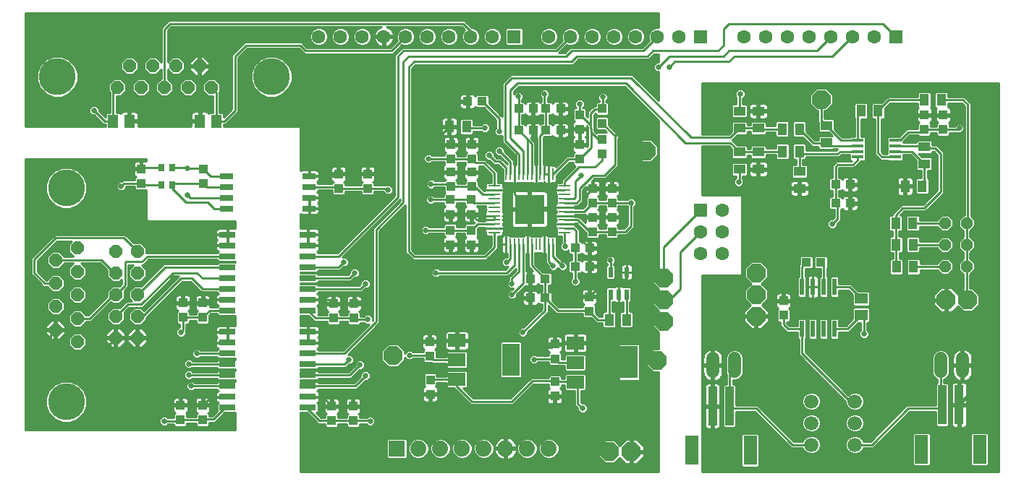
<source format=gtl>
G75*
%MOIN*%
%OFA0B0*%
%FSLAX25Y25*%
%IPPOS*%
%LPD*%
%AMOC8*
5,1,8,0,0,1.08239X$1,22.5*
%
%ADD10R,0.03937X0.04331*%
%ADD11OC8,0.06000*%
%ADD12C,0.17000*%
%ADD13R,0.05118X0.05906*%
%ADD14R,0.13800X0.13800*%
%ADD15R,0.05800X0.01100*%
%ADD16R,0.01100X0.05800*%
%ADD17R,0.04331X0.03937*%
%ADD18R,0.04331X0.05512*%
%ADD19R,0.05512X0.04331*%
%ADD20OC8,0.05400*%
%ADD21OC8,0.08500*%
%ADD22R,0.07900X0.05900*%
%ADD23R,0.07900X0.15000*%
%ADD24R,0.02165X0.04724*%
%ADD25R,0.02100X0.07800*%
%ADD26R,0.03937X0.18110*%
%ADD27R,0.06299X0.13386*%
%ADD28C,0.06600*%
%ADD29R,0.06299X0.02559*%
%ADD30R,0.07579X0.02559*%
%ADD31R,0.02756X0.03543*%
%ADD32R,0.05906X0.05118*%
%ADD33R,0.05512X0.01772*%
%ADD34C,0.07400*%
%ADD35R,0.06300X0.06300*%
%ADD36C,0.06300*%
%ADD37R,0.07400X0.07400*%
%ADD38C,0.06000*%
%ADD39C,0.01000*%
%ADD40C,0.02500*%
%ADD41C,0.01600*%
D10*
X0083898Y0038744D03*
X0083898Y0045437D03*
X0094135Y0045437D03*
X0094135Y0038744D03*
X0153583Y0038350D03*
X0153583Y0045043D03*
X0163426Y0045043D03*
X0163426Y0038350D03*
X0198977Y0050555D03*
X0198977Y0057248D03*
X0198662Y0068114D03*
X0198662Y0074807D03*
X0163820Y0085594D03*
X0154371Y0085594D03*
X0154371Y0092287D03*
X0163820Y0092287D03*
X0208235Y0119551D03*
X0208235Y0126244D03*
X0217865Y0126096D03*
X0217865Y0119404D03*
X0217855Y0133567D03*
X0208249Y0133567D03*
X0208249Y0140260D03*
X0208406Y0146323D03*
X0218013Y0146323D03*
X0217855Y0140260D03*
X0218013Y0153016D03*
X0218091Y0159000D03*
X0208485Y0159000D03*
X0208406Y0153016D03*
X0208485Y0165693D03*
X0218091Y0165693D03*
X0267776Y0165732D03*
X0278013Y0168094D03*
X0267776Y0172819D03*
X0267776Y0179512D03*
X0278013Y0182268D03*
X0278013Y0175575D03*
X0278013Y0161402D03*
X0267776Y0159039D03*
X0273800Y0145496D03*
X0282619Y0145496D03*
X0282619Y0138803D03*
X0273800Y0138803D03*
X0273800Y0132150D03*
X0282619Y0132150D03*
X0282619Y0125457D03*
X0273800Y0125457D03*
X0272186Y0095555D03*
X0272186Y0088862D03*
X0256339Y0073606D03*
X0256339Y0066913D03*
X0256379Y0056283D03*
X0256379Y0049591D03*
X0361654Y0086972D03*
X0361654Y0093665D03*
X0426517Y0172701D03*
X0426517Y0179394D03*
X0435178Y0179394D03*
X0435178Y0172701D03*
X0170119Y0152130D03*
X0156733Y0152130D03*
X0156733Y0145437D03*
X0170119Y0145437D03*
X0094528Y0147799D03*
X0094528Y0154492D03*
X0065788Y0154492D03*
X0065788Y0147799D03*
X0085080Y0092681D03*
X0094135Y0092681D03*
X0094135Y0085988D03*
X0085080Y0085988D03*
D11*
X0064115Y0086500D03*
X0054115Y0086500D03*
X0054115Y0076500D03*
X0064115Y0076500D03*
X0036300Y0074743D03*
X0026300Y0080143D03*
X0036300Y0085543D03*
X0026300Y0090943D03*
X0036300Y0096343D03*
X0026300Y0101743D03*
X0036300Y0107143D03*
X0026300Y0112543D03*
X0036300Y0117943D03*
X0054115Y0116500D03*
X0064115Y0116500D03*
X0064115Y0106500D03*
X0054115Y0106500D03*
X0054115Y0096500D03*
X0064115Y0096500D03*
X0065717Y0192051D03*
X0076517Y0192051D03*
X0087317Y0192051D03*
X0098117Y0192051D03*
X0092717Y0202051D03*
X0081917Y0202051D03*
X0071117Y0202051D03*
X0060317Y0202051D03*
X0054917Y0192051D03*
D12*
X0027217Y0197051D03*
X0031300Y0145643D03*
X0125817Y0197051D03*
X0031300Y0047043D03*
D13*
X0052875Y0176500D03*
X0060355Y0176500D03*
X0092875Y0176500D03*
X0100355Y0176500D03*
D14*
X0244706Y0135850D03*
D15*
X0260906Y0134850D03*
X0260906Y0132850D03*
X0260906Y0130950D03*
X0260906Y0128950D03*
X0260906Y0126950D03*
X0260906Y0125050D03*
X0260906Y0136850D03*
X0260906Y0138850D03*
X0260906Y0140750D03*
X0260906Y0142750D03*
X0260906Y0144750D03*
X0260906Y0146650D03*
X0228506Y0146650D03*
X0228506Y0144750D03*
X0228506Y0142750D03*
X0228506Y0140750D03*
X0228506Y0138850D03*
X0228506Y0136850D03*
X0228506Y0134850D03*
X0228506Y0132850D03*
X0228506Y0130950D03*
X0228506Y0128950D03*
X0228506Y0126950D03*
X0228506Y0125050D03*
D16*
X0233906Y0119650D03*
X0235806Y0119650D03*
X0237806Y0119650D03*
X0239806Y0119650D03*
X0241706Y0119650D03*
X0243706Y0119650D03*
X0245706Y0119650D03*
X0247706Y0119650D03*
X0249606Y0119650D03*
X0251606Y0119650D03*
X0253606Y0119650D03*
X0255506Y0119650D03*
X0255506Y0152050D03*
X0253606Y0152050D03*
X0251606Y0152050D03*
X0249606Y0152050D03*
X0247706Y0152050D03*
X0245706Y0152050D03*
X0243706Y0152050D03*
X0241706Y0152050D03*
X0239806Y0152050D03*
X0237806Y0152050D03*
X0235806Y0152050D03*
X0233906Y0152050D03*
D17*
X0239627Y0172307D03*
X0246320Y0172307D03*
X0252265Y0172307D03*
X0258957Y0172307D03*
X0258957Y0182307D03*
X0252265Y0182307D03*
X0246320Y0182307D03*
X0239627Y0182307D03*
X0222855Y0185654D03*
X0216162Y0185654D03*
X0265729Y0117976D03*
X0272422Y0117976D03*
X0272422Y0109433D03*
X0265729Y0109433D03*
X0251792Y0103843D03*
X0245099Y0103843D03*
X0245099Y0094945D03*
X0251792Y0094945D03*
X0372127Y0111382D03*
X0378820Y0111382D03*
X0385631Y0138646D03*
X0392324Y0138646D03*
X0392324Y0147307D03*
X0385631Y0147307D03*
D18*
X0369036Y0162543D03*
X0361162Y0162543D03*
X0361083Y0172898D03*
X0368957Y0172898D03*
X0397383Y0181283D03*
X0405257Y0181283D03*
X0426517Y0186283D03*
X0434391Y0186283D03*
X0425552Y0146500D03*
X0417678Y0146500D03*
X0421182Y0129413D03*
X0413308Y0129413D03*
X0413465Y0119571D03*
X0421339Y0119571D03*
X0421497Y0109335D03*
X0413623Y0109335D03*
X0289312Y0084827D03*
X0281438Y0084827D03*
X0215650Y0174000D03*
X0207776Y0174000D03*
D19*
X0341398Y0173291D03*
X0350060Y0173291D03*
X0350060Y0181165D03*
X0341398Y0181165D03*
X0341398Y0162268D03*
X0350060Y0162268D03*
X0350060Y0154394D03*
X0341398Y0154394D03*
X0369076Y0153409D03*
X0369076Y0145535D03*
X0381379Y0166598D03*
X0381379Y0174472D03*
X0426517Y0164630D03*
X0426517Y0156756D03*
D20*
X0436024Y0129453D03*
X0446024Y0129453D03*
X0446024Y0119453D03*
X0436024Y0119453D03*
X0436024Y0109453D03*
X0446024Y0109453D03*
D21*
X0446615Y0094000D03*
X0436615Y0094000D03*
X0349115Y0096500D03*
X0349115Y0086500D03*
X0349115Y0106500D03*
X0306615Y0104000D03*
X0306615Y0094000D03*
X0306615Y0084000D03*
X0303583Y0066067D03*
X0291615Y0024000D03*
X0281615Y0024000D03*
X0181831Y0068409D03*
X0298603Y0162878D03*
X0379115Y0186500D03*
D22*
X0265790Y0074160D03*
X0265790Y0065160D03*
X0265790Y0056160D03*
X0211262Y0057361D03*
X0211262Y0066361D03*
X0211262Y0075361D03*
D23*
X0236062Y0066461D03*
X0290590Y0065260D03*
D24*
X0289509Y0096579D03*
X0285769Y0096579D03*
X0282028Y0096579D03*
X0282028Y0106815D03*
X0289509Y0106815D03*
D25*
X0370217Y0100019D03*
X0375217Y0100019D03*
X0380217Y0100019D03*
X0385217Y0100019D03*
X0385217Y0080619D03*
X0380217Y0080619D03*
X0375217Y0080619D03*
X0370217Y0080619D03*
D26*
X0336851Y0045063D03*
X0328977Y0045063D03*
X0434725Y0045614D03*
X0442599Y0045614D03*
D27*
X0452048Y0025142D03*
X0425276Y0025142D03*
X0346300Y0024591D03*
X0319528Y0024591D03*
D28*
X0374528Y0027228D03*
X0374528Y0037228D03*
X0374528Y0047228D03*
X0394528Y0047228D03*
X0394528Y0037228D03*
X0394528Y0027228D03*
D29*
X0143150Y0136165D03*
X0143150Y0141165D03*
X0143150Y0146165D03*
X0143150Y0151165D03*
X0104961Y0151165D03*
X0104961Y0146165D03*
X0104961Y0141165D03*
X0104961Y0136165D03*
D30*
X0105505Y0124157D03*
X0105505Y0119157D03*
X0105505Y0114157D03*
X0105505Y0109157D03*
X0105505Y0104157D03*
X0105505Y0099157D03*
X0105505Y0094157D03*
X0105505Y0089157D03*
X0105505Y0079276D03*
X0105505Y0074276D03*
X0105505Y0069276D03*
X0105505Y0064276D03*
X0105505Y0059276D03*
X0105505Y0054276D03*
X0105505Y0049276D03*
X0105505Y0044276D03*
X0142607Y0044276D03*
X0142607Y0049276D03*
X0142607Y0054276D03*
X0142607Y0059276D03*
X0142607Y0064276D03*
X0142607Y0069276D03*
X0142607Y0074276D03*
X0142607Y0079276D03*
X0142607Y0089157D03*
X0142607Y0094157D03*
X0142607Y0099157D03*
X0142607Y0104157D03*
X0142607Y0109157D03*
X0142607Y0114157D03*
X0142607Y0119157D03*
X0142607Y0124157D03*
D31*
X0080158Y0147209D03*
X0075040Y0147209D03*
X0075040Y0155083D03*
X0080158Y0155083D03*
D32*
X0397520Y0094610D03*
X0397520Y0087130D03*
D33*
X0395808Y0160004D03*
X0395808Y0162563D03*
X0395808Y0165122D03*
X0395808Y0167681D03*
X0413131Y0167681D03*
X0413131Y0165122D03*
X0413131Y0162563D03*
X0413131Y0160004D03*
D34*
X0253615Y0025500D03*
X0243615Y0025500D03*
X0233615Y0025500D03*
X0223615Y0025500D03*
X0213615Y0025500D03*
X0203615Y0025496D03*
X0193587Y0025449D03*
D35*
X0323615Y0135500D03*
X0323615Y0215500D03*
X0237615Y0215500D03*
X0413615Y0215500D03*
D36*
X0403615Y0215500D03*
X0393615Y0215500D03*
X0383615Y0215500D03*
X0373615Y0215500D03*
X0363615Y0215500D03*
X0353615Y0215500D03*
X0343615Y0215500D03*
X0313615Y0215500D03*
X0303615Y0215500D03*
X0293615Y0215500D03*
X0283615Y0215500D03*
X0273615Y0215500D03*
X0263615Y0215500D03*
X0253615Y0215500D03*
X0227615Y0215500D03*
X0217615Y0215500D03*
X0207615Y0215500D03*
X0197615Y0215500D03*
X0187615Y0215500D03*
X0177615Y0215500D03*
X0167615Y0215500D03*
X0157615Y0215500D03*
X0147615Y0215500D03*
X0323615Y0125500D03*
X0333615Y0125500D03*
X0333615Y0115500D03*
X0323615Y0115500D03*
X0333615Y0135500D03*
D37*
X0183587Y0025449D03*
D38*
X0329115Y0061000D02*
X0329115Y0067000D01*
X0339115Y0067000D02*
X0339115Y0061000D01*
X0434115Y0061000D02*
X0434115Y0067000D01*
X0444115Y0067000D02*
X0444115Y0061000D01*
D39*
X0012515Y0034000D02*
X0012515Y0159000D01*
X0068115Y0159000D01*
X0068115Y0158114D01*
X0067954Y0158157D01*
X0066272Y0158157D01*
X0066272Y0154976D01*
X0065304Y0154976D01*
X0065304Y0154008D01*
X0062320Y0154008D01*
X0062320Y0152129D01*
X0062422Y0151748D01*
X0062619Y0151406D01*
X0062899Y0151126D01*
X0063241Y0150929D01*
X0063343Y0150902D01*
X0062820Y0150379D01*
X0062820Y0149299D01*
X0057293Y0149299D01*
X0056744Y0148750D01*
X0055683Y0148750D01*
X0054365Y0147432D01*
X0054365Y0145568D01*
X0055683Y0144250D01*
X0057547Y0144250D01*
X0058865Y0145568D01*
X0058865Y0146299D01*
X0062820Y0146299D01*
X0062820Y0145220D01*
X0063405Y0144634D01*
X0068115Y0144634D01*
X0068115Y0131086D01*
X0068701Y0130500D01*
X0109115Y0130500D01*
X0109115Y0126937D01*
X0105644Y0126937D01*
X0105644Y0124297D01*
X0105365Y0124297D01*
X0105365Y0124018D01*
X0100215Y0124018D01*
X0100215Y0122680D01*
X0100318Y0122299D01*
X0100515Y0121957D01*
X0100794Y0121678D01*
X0100829Y0121657D01*
X0100794Y0121637D01*
X0100515Y0121358D01*
X0100318Y0121016D01*
X0100215Y0120634D01*
X0100215Y0119297D01*
X0105365Y0119297D01*
X0105365Y0119018D01*
X0100215Y0119018D01*
X0100215Y0117680D01*
X0100318Y0117299D01*
X0100515Y0116957D01*
X0100794Y0116678D01*
X0101136Y0116480D01*
X0101300Y0116436D01*
X0100715Y0115851D01*
X0100715Y0115657D01*
X0068115Y0115657D01*
X0068115Y0118157D01*
X0065772Y0120500D01*
X0062458Y0120500D01*
X0062347Y0120389D01*
X0058516Y0124220D01*
X0025994Y0124220D01*
X0015115Y0113342D01*
X0015115Y0105879D01*
X0015994Y0105000D01*
X0019676Y0101318D01*
X0019676Y0101121D01*
X0020554Y0100243D01*
X0022300Y0100243D01*
X0022300Y0100086D01*
X0024643Y0097743D01*
X0027957Y0097743D01*
X0030300Y0100086D01*
X0030300Y0103399D01*
X0027957Y0105743D01*
X0024643Y0105743D01*
X0022300Y0103399D01*
X0022300Y0103243D01*
X0021994Y0103243D01*
X0018115Y0107121D01*
X0018115Y0112099D01*
X0027236Y0121220D01*
X0033921Y0121220D01*
X0032300Y0119599D01*
X0032300Y0116286D01*
X0034543Y0114043D01*
X0030300Y0114043D01*
X0030300Y0114199D01*
X0027957Y0116543D01*
X0024643Y0116543D01*
X0022300Y0114199D01*
X0022300Y0110886D01*
X0024643Y0108543D01*
X0027957Y0108543D01*
X0030300Y0110886D01*
X0030300Y0111043D01*
X0034543Y0111043D01*
X0032300Y0108799D01*
X0032300Y0105486D01*
X0034643Y0103143D01*
X0037957Y0103143D01*
X0040300Y0105486D01*
X0040300Y0108799D01*
X0038057Y0111043D01*
X0046900Y0111043D01*
X0050115Y0107827D01*
X0050115Y0104843D01*
X0052458Y0102500D01*
X0055772Y0102500D01*
X0056828Y0103556D01*
X0056828Y0101334D01*
X0055883Y0100389D01*
X0055772Y0100500D01*
X0052458Y0100500D01*
X0050115Y0098157D01*
X0050115Y0095645D01*
X0041513Y0087043D01*
X0040300Y0087043D01*
X0040300Y0087199D01*
X0037957Y0089543D01*
X0034643Y0089543D01*
X0032300Y0087199D01*
X0032300Y0083886D01*
X0034643Y0081543D01*
X0037957Y0081543D01*
X0040300Y0083886D01*
X0040300Y0084043D01*
X0042755Y0084043D01*
X0051835Y0093123D01*
X0052458Y0092500D01*
X0055772Y0092500D01*
X0058115Y0094843D01*
X0058115Y0098157D01*
X0058004Y0098268D01*
X0059828Y0100091D01*
X0059828Y0110197D01*
X0062155Y0110197D01*
X0060115Y0108157D01*
X0060115Y0104843D01*
X0062458Y0102500D01*
X0065772Y0102500D01*
X0068115Y0104843D01*
X0068115Y0108157D01*
X0066075Y0110197D01*
X0066823Y0110197D01*
X0069284Y0112657D01*
X0100715Y0112657D01*
X0100715Y0112464D01*
X0101301Y0111878D01*
X0109115Y0111878D01*
X0109115Y0111437D01*
X0101301Y0111437D01*
X0100715Y0110851D01*
X0100715Y0110657D01*
X0076151Y0110657D01*
X0065883Y0100389D01*
X0065772Y0100500D01*
X0062458Y0100500D01*
X0060115Y0098157D01*
X0060115Y0094843D01*
X0061446Y0093512D01*
X0059005Y0093512D01*
X0055883Y0090389D01*
X0055772Y0090500D01*
X0052458Y0090500D01*
X0050115Y0088157D01*
X0050115Y0084843D01*
X0052458Y0082500D01*
X0055772Y0082500D01*
X0058115Y0084843D01*
X0058115Y0088157D01*
X0058004Y0088268D01*
X0060248Y0090512D01*
X0066429Y0090512D01*
X0067308Y0091390D01*
X0080917Y0105000D01*
X0082994Y0105000D01*
X0067133Y0089139D01*
X0065772Y0090500D01*
X0062458Y0090500D01*
X0060115Y0088157D01*
X0060115Y0084843D01*
X0062458Y0082500D01*
X0065772Y0082500D01*
X0068115Y0084843D01*
X0068115Y0085879D01*
X0084736Y0102500D01*
X0088494Y0102500D01*
X0093336Y0097657D01*
X0100715Y0097657D01*
X0100715Y0097464D01*
X0101300Y0096879D01*
X0101136Y0096835D01*
X0100794Y0096637D01*
X0100515Y0096358D01*
X0100318Y0096016D01*
X0100215Y0095634D01*
X0100215Y0094297D01*
X0105365Y0094297D01*
X0105365Y0094018D01*
X0100215Y0094018D01*
X0100215Y0092680D01*
X0100318Y0092299D01*
X0100515Y0091957D01*
X0100794Y0091678D01*
X0101136Y0091480D01*
X0101300Y0091436D01*
X0100715Y0090851D01*
X0100715Y0090657D01*
X0097603Y0090657D01*
X0097603Y0092197D01*
X0094619Y0092197D01*
X0094619Y0093165D01*
X0097603Y0093165D01*
X0097603Y0095044D01*
X0097501Y0095425D01*
X0097303Y0095767D01*
X0097024Y0096047D01*
X0096682Y0096244D01*
X0096301Y0096346D01*
X0094619Y0096346D01*
X0094619Y0093165D01*
X0093650Y0093165D01*
X0093650Y0092197D01*
X0090666Y0092197D01*
X0090666Y0090318D01*
X0090768Y0089937D01*
X0090966Y0089595D01*
X0091245Y0089315D01*
X0091587Y0089118D01*
X0091689Y0089091D01*
X0091166Y0088568D01*
X0091166Y0087488D01*
X0088048Y0087488D01*
X0088048Y0088568D01*
X0087525Y0089091D01*
X0087627Y0089118D01*
X0087969Y0089315D01*
X0088248Y0089595D01*
X0088446Y0089937D01*
X0088548Y0090318D01*
X0088548Y0092197D01*
X0085564Y0092197D01*
X0085564Y0093165D01*
X0088548Y0093165D01*
X0088548Y0095044D01*
X0088446Y0095425D01*
X0088248Y0095767D01*
X0087969Y0096047D01*
X0087627Y0096244D01*
X0087246Y0096346D01*
X0085564Y0096346D01*
X0085564Y0093165D01*
X0084595Y0093165D01*
X0084595Y0092197D01*
X0081611Y0092197D01*
X0081611Y0090318D01*
X0081713Y0089937D01*
X0081911Y0089595D01*
X0082190Y0089315D01*
X0082532Y0089118D01*
X0082634Y0089091D01*
X0082111Y0088568D01*
X0082111Y0083409D01*
X0082697Y0082823D01*
X0083580Y0082823D01*
X0083580Y0081250D01*
X0083183Y0081250D01*
X0081865Y0079932D01*
X0081865Y0078068D01*
X0083183Y0076750D01*
X0085047Y0076750D01*
X0086365Y0078068D01*
X0086365Y0079129D01*
X0086580Y0079343D01*
X0086580Y0082823D01*
X0087462Y0082823D01*
X0088048Y0083409D01*
X0088048Y0084488D01*
X0091166Y0084488D01*
X0091166Y0083409D01*
X0091752Y0082823D01*
X0096517Y0082823D01*
X0097103Y0083409D01*
X0097103Y0086835D01*
X0097925Y0087657D01*
X0100715Y0087657D01*
X0100715Y0087464D01*
X0101301Y0086878D01*
X0109115Y0086878D01*
X0109115Y0082055D01*
X0105644Y0082055D01*
X0105644Y0079415D01*
X0105365Y0079415D01*
X0105365Y0079136D01*
X0100215Y0079136D01*
X0100215Y0077799D01*
X0100318Y0077417D01*
X0100515Y0077075D01*
X0100794Y0076796D01*
X0100829Y0076776D01*
X0100794Y0076755D01*
X0100515Y0076476D01*
X0100318Y0076134D01*
X0100215Y0075753D01*
X0100215Y0074415D01*
X0105365Y0074415D01*
X0105365Y0074136D01*
X0100215Y0074136D01*
X0100215Y0072799D01*
X0100318Y0072417D01*
X0100515Y0072075D01*
X0100794Y0071796D01*
X0101136Y0071598D01*
X0101300Y0071554D01*
X0100715Y0070969D01*
X0100715Y0070776D01*
X0093494Y0070776D01*
X0093474Y0070756D01*
X0093061Y0070756D01*
X0092311Y0071506D01*
X0090447Y0071506D01*
X0089129Y0070188D01*
X0089129Y0068324D01*
X0090447Y0067006D01*
X0092311Y0067006D01*
X0093061Y0067756D01*
X0094717Y0067756D01*
X0094736Y0067776D01*
X0100715Y0067776D01*
X0100715Y0067582D01*
X0101301Y0066996D01*
X0109115Y0066996D01*
X0109115Y0066555D01*
X0101301Y0066555D01*
X0100715Y0065969D01*
X0100715Y0065776D01*
X0089773Y0065776D01*
X0088767Y0066781D01*
X0086903Y0066781D01*
X0085585Y0065463D01*
X0085585Y0063600D01*
X0086903Y0062281D01*
X0088767Y0062281D01*
X0089262Y0062776D01*
X0100715Y0062776D01*
X0100715Y0062582D01*
X0101301Y0061996D01*
X0109115Y0061996D01*
X0109115Y0061555D01*
X0101301Y0061555D01*
X0100715Y0060969D01*
X0100715Y0060913D01*
X0089517Y0060913D01*
X0088767Y0061663D01*
X0086903Y0061663D01*
X0085585Y0060345D01*
X0085585Y0058481D01*
X0086903Y0057163D01*
X0088767Y0057163D01*
X0089517Y0057913D01*
X0100715Y0057913D01*
X0100715Y0057582D01*
X0101301Y0056996D01*
X0109115Y0056996D01*
X0109115Y0056555D01*
X0101301Y0056555D01*
X0100715Y0055969D01*
X0100715Y0055795D01*
X0090305Y0055795D01*
X0089555Y0056545D01*
X0087691Y0056545D01*
X0086373Y0055227D01*
X0086373Y0053363D01*
X0087691Y0052045D01*
X0089555Y0052045D01*
X0090305Y0052795D01*
X0100715Y0052795D01*
X0100715Y0052582D01*
X0101300Y0051997D01*
X0101136Y0051953D01*
X0100794Y0051755D01*
X0100515Y0051476D01*
X0100318Y0051134D01*
X0100215Y0050753D01*
X0100215Y0049415D01*
X0105365Y0049415D01*
X0105365Y0049136D01*
X0100215Y0049136D01*
X0100215Y0047799D01*
X0100318Y0047417D01*
X0100515Y0047075D01*
X0100794Y0046796D01*
X0101136Y0046598D01*
X0101300Y0046554D01*
X0100715Y0045969D01*
X0100715Y0042722D01*
X0098494Y0040500D01*
X0097103Y0040500D01*
X0097103Y0041324D01*
X0096580Y0041847D01*
X0096682Y0041874D01*
X0097024Y0042071D01*
X0097303Y0042351D01*
X0097501Y0042693D01*
X0097603Y0043074D01*
X0097603Y0044953D01*
X0094619Y0044953D01*
X0094619Y0045921D01*
X0097603Y0045921D01*
X0097603Y0047800D01*
X0097501Y0048181D01*
X0097303Y0048523D01*
X0097024Y0048803D01*
X0096682Y0049000D01*
X0096301Y0049102D01*
X0094619Y0049102D01*
X0094619Y0045921D01*
X0093650Y0045921D01*
X0093650Y0044953D01*
X0090666Y0044953D01*
X0090666Y0043074D01*
X0090768Y0042693D01*
X0090966Y0042351D01*
X0091245Y0042071D01*
X0091587Y0041874D01*
X0091689Y0041847D01*
X0091166Y0041324D01*
X0091166Y0040244D01*
X0086867Y0040244D01*
X0086867Y0041324D01*
X0086344Y0041847D01*
X0086446Y0041874D01*
X0086788Y0042071D01*
X0087067Y0042351D01*
X0087265Y0042693D01*
X0087367Y0043074D01*
X0087367Y0044953D01*
X0084383Y0044953D01*
X0084383Y0045921D01*
X0087367Y0045921D01*
X0087367Y0047800D01*
X0087265Y0048181D01*
X0087067Y0048523D01*
X0086788Y0048803D01*
X0086446Y0049000D01*
X0086064Y0049102D01*
X0084383Y0049102D01*
X0084383Y0045921D01*
X0083414Y0045921D01*
X0083414Y0044953D01*
X0080430Y0044953D01*
X0080430Y0043074D01*
X0080532Y0042693D01*
X0080730Y0042351D01*
X0081009Y0042071D01*
X0081351Y0041874D01*
X0081453Y0041847D01*
X0080930Y0041324D01*
X0080930Y0039654D01*
X0078100Y0039654D01*
X0077350Y0040404D01*
X0075486Y0040404D01*
X0074168Y0039086D01*
X0074168Y0037222D01*
X0075486Y0035904D01*
X0077350Y0035904D01*
X0078100Y0036654D01*
X0080930Y0036654D01*
X0080930Y0036165D01*
X0081516Y0035579D01*
X0086281Y0035579D01*
X0086867Y0036165D01*
X0086867Y0037244D01*
X0091166Y0037244D01*
X0091166Y0036165D01*
X0091752Y0035579D01*
X0096517Y0035579D01*
X0097103Y0036165D01*
X0097103Y0037500D01*
X0099736Y0037500D01*
X0104232Y0041996D01*
X0109115Y0041996D01*
X0109115Y0034000D01*
X0012515Y0034000D01*
X0012515Y0034443D02*
X0109115Y0034443D01*
X0109115Y0035442D02*
X0012515Y0035442D01*
X0012515Y0036440D02*
X0074949Y0036440D01*
X0074168Y0037439D02*
X0012515Y0037439D01*
X0012515Y0038437D02*
X0027250Y0038437D01*
X0025919Y0038989D02*
X0029410Y0037543D01*
X0033190Y0037543D01*
X0036681Y0038989D01*
X0039354Y0041661D01*
X0040800Y0045153D01*
X0040800Y0048932D01*
X0039354Y0052424D01*
X0036681Y0055096D01*
X0033190Y0056543D01*
X0029410Y0056543D01*
X0025919Y0055096D01*
X0023246Y0052424D01*
X0021800Y0048932D01*
X0021800Y0045153D01*
X0023246Y0041661D01*
X0025919Y0038989D01*
X0025471Y0039436D02*
X0012515Y0039436D01*
X0012515Y0040434D02*
X0024473Y0040434D01*
X0023474Y0041433D02*
X0012515Y0041433D01*
X0012515Y0042432D02*
X0022927Y0042432D01*
X0022514Y0043430D02*
X0012515Y0043430D01*
X0012515Y0044429D02*
X0022100Y0044429D01*
X0021800Y0045427D02*
X0012515Y0045427D01*
X0012515Y0046426D02*
X0021800Y0046426D01*
X0021800Y0047424D02*
X0012515Y0047424D01*
X0012515Y0048423D02*
X0021800Y0048423D01*
X0022003Y0049421D02*
X0012515Y0049421D01*
X0012515Y0050420D02*
X0022416Y0050420D01*
X0022830Y0051418D02*
X0012515Y0051418D01*
X0012515Y0052417D02*
X0023243Y0052417D01*
X0024238Y0053415D02*
X0012515Y0053415D01*
X0012515Y0054414D02*
X0025236Y0054414D01*
X0026681Y0055412D02*
X0012515Y0055412D01*
X0012515Y0056411D02*
X0029092Y0056411D01*
X0033508Y0056411D02*
X0087556Y0056411D01*
X0086658Y0057409D02*
X0012515Y0057409D01*
X0012515Y0058408D02*
X0085659Y0058408D01*
X0085585Y0059406D02*
X0012515Y0059406D01*
X0012515Y0060405D02*
X0085645Y0060405D01*
X0086643Y0061403D02*
X0012515Y0061403D01*
X0012515Y0062402D02*
X0086783Y0062402D01*
X0085785Y0063400D02*
X0012515Y0063400D01*
X0012515Y0064399D02*
X0085585Y0064399D01*
X0085585Y0065397D02*
X0012515Y0065397D01*
X0012515Y0066396D02*
X0086518Y0066396D01*
X0087835Y0064531D02*
X0088091Y0064276D01*
X0105505Y0064276D01*
X0101142Y0066396D02*
X0089153Y0066396D01*
X0090058Y0067394D02*
X0012515Y0067394D01*
X0012515Y0068393D02*
X0089129Y0068393D01*
X0089129Y0069391D02*
X0012515Y0069391D01*
X0012515Y0070390D02*
X0089331Y0070390D01*
X0090329Y0071388D02*
X0038603Y0071388D01*
X0037957Y0070743D02*
X0040300Y0073086D01*
X0040300Y0076399D01*
X0037957Y0078743D01*
X0034643Y0078743D01*
X0032300Y0076399D01*
X0032300Y0073086D01*
X0034643Y0070743D01*
X0037957Y0070743D01*
X0039601Y0072387D02*
X0051864Y0072387D01*
X0052251Y0072000D02*
X0049615Y0074636D01*
X0049615Y0076000D01*
X0053615Y0076000D01*
X0054615Y0076000D01*
X0054615Y0077000D01*
X0058615Y0077000D01*
X0058615Y0078364D01*
X0055979Y0081000D01*
X0054615Y0081000D01*
X0054615Y0077000D01*
X0053615Y0077000D01*
X0053615Y0081000D01*
X0052251Y0081000D01*
X0049615Y0078364D01*
X0049615Y0077000D01*
X0053615Y0077000D01*
X0053615Y0076000D01*
X0053615Y0072000D01*
X0052251Y0072000D01*
X0053615Y0072387D02*
X0054615Y0072387D01*
X0054615Y0072000D02*
X0055979Y0072000D01*
X0058615Y0074636D01*
X0058615Y0076000D01*
X0054615Y0076000D01*
X0054615Y0072000D01*
X0054615Y0073385D02*
X0053615Y0073385D01*
X0053615Y0074384D02*
X0054615Y0074384D01*
X0054615Y0075382D02*
X0053615Y0075382D01*
X0053615Y0076381D02*
X0040300Y0076381D01*
X0040300Y0075382D02*
X0049615Y0075382D01*
X0049867Y0074384D02*
X0040300Y0074384D01*
X0040300Y0073385D02*
X0050866Y0073385D01*
X0049615Y0077379D02*
X0039320Y0077379D01*
X0038321Y0078378D02*
X0049629Y0078378D01*
X0050627Y0079376D02*
X0030800Y0079376D01*
X0030800Y0079643D02*
X0026800Y0079643D01*
X0026800Y0080642D01*
X0030800Y0080642D01*
X0030800Y0082006D01*
X0028164Y0084643D01*
X0026800Y0084643D01*
X0026800Y0080643D01*
X0025800Y0080643D01*
X0025800Y0084643D01*
X0024436Y0084643D01*
X0021800Y0082006D01*
X0021800Y0080642D01*
X0025800Y0080642D01*
X0025800Y0079643D01*
X0021800Y0079643D01*
X0021800Y0078279D01*
X0024436Y0075643D01*
X0025800Y0075643D01*
X0025800Y0079642D01*
X0026800Y0079642D01*
X0026800Y0075643D01*
X0028164Y0075643D01*
X0030800Y0078279D01*
X0030800Y0079643D01*
X0030800Y0078378D02*
X0034279Y0078378D01*
X0033280Y0077379D02*
X0029901Y0077379D01*
X0028902Y0076381D02*
X0032300Y0076381D01*
X0032300Y0075382D02*
X0012515Y0075382D01*
X0012515Y0074384D02*
X0032300Y0074384D01*
X0032300Y0073385D02*
X0012515Y0073385D01*
X0012515Y0072387D02*
X0032999Y0072387D01*
X0033997Y0071388D02*
X0012515Y0071388D01*
X0012515Y0076381D02*
X0023698Y0076381D01*
X0022699Y0077379D02*
X0012515Y0077379D01*
X0012515Y0078378D02*
X0021800Y0078378D01*
X0021800Y0079376D02*
X0012515Y0079376D01*
X0012515Y0080375D02*
X0025800Y0080375D01*
X0026300Y0080143D02*
X0024115Y0077957D01*
X0024115Y0074000D01*
X0029331Y0068783D01*
X0046398Y0068783D01*
X0054115Y0076500D01*
X0064115Y0076500D01*
X0064615Y0076381D02*
X0100460Y0076381D01*
X0100339Y0077379D02*
X0085676Y0077379D01*
X0086365Y0078378D02*
X0100215Y0078378D01*
X0100215Y0079415D02*
X0105365Y0079415D01*
X0105365Y0082055D01*
X0101518Y0082055D01*
X0101136Y0081953D01*
X0100794Y0081755D01*
X0100515Y0081476D01*
X0100318Y0081134D01*
X0100215Y0080753D01*
X0100215Y0079415D01*
X0100215Y0080375D02*
X0086580Y0080375D01*
X0086580Y0081373D02*
X0100456Y0081373D01*
X0097065Y0083370D02*
X0109115Y0083370D01*
X0109115Y0082372D02*
X0086580Y0082372D01*
X0088010Y0083370D02*
X0091204Y0083370D01*
X0091166Y0084369D02*
X0088048Y0084369D01*
X0085080Y0085988D02*
X0094135Y0085988D01*
X0097304Y0089157D01*
X0105505Y0089157D01*
X0109115Y0086366D02*
X0097103Y0086366D01*
X0097103Y0085368D02*
X0109115Y0085368D01*
X0109115Y0084369D02*
X0097103Y0084369D01*
X0097632Y0087365D02*
X0100815Y0087365D01*
X0101223Y0091359D02*
X0097603Y0091359D01*
X0097603Y0093356D02*
X0100215Y0093356D01*
X0100215Y0094354D02*
X0097603Y0094354D01*
X0097520Y0095353D02*
X0100215Y0095353D01*
X0100511Y0096351D02*
X0078587Y0096351D01*
X0077589Y0095353D02*
X0081694Y0095353D01*
X0081713Y0095425D02*
X0081611Y0095044D01*
X0081611Y0093165D01*
X0084595Y0093165D01*
X0084595Y0096346D01*
X0082914Y0096346D01*
X0082532Y0096244D01*
X0082190Y0096047D01*
X0081911Y0095767D01*
X0081713Y0095425D01*
X0081611Y0094354D02*
X0076590Y0094354D01*
X0075592Y0093356D02*
X0081611Y0093356D01*
X0081611Y0091359D02*
X0073595Y0091359D01*
X0074593Y0092357D02*
X0084595Y0092357D01*
X0085080Y0092681D02*
X0085080Y0100614D01*
X0085631Y0101165D01*
X0084578Y0102342D02*
X0088651Y0102342D01*
X0089650Y0101344D02*
X0083580Y0101344D01*
X0082581Y0100345D02*
X0090648Y0100345D01*
X0091647Y0099347D02*
X0081583Y0099347D01*
X0080584Y0098348D02*
X0092645Y0098348D01*
X0093957Y0099157D02*
X0089115Y0104000D01*
X0084115Y0104000D01*
X0066615Y0086500D01*
X0064115Y0086500D01*
X0066910Y0089362D02*
X0067355Y0089362D01*
X0068354Y0090360D02*
X0065912Y0090360D01*
X0065808Y0092012D02*
X0059627Y0092012D01*
X0054115Y0086500D01*
X0051320Y0089362D02*
X0048074Y0089362D01*
X0049073Y0090360D02*
X0052318Y0090360D01*
X0051070Y0092357D02*
X0057851Y0092357D01*
X0058849Y0093356D02*
X0056627Y0093356D01*
X0057626Y0094354D02*
X0060604Y0094354D01*
X0060115Y0095353D02*
X0058115Y0095353D01*
X0058115Y0096351D02*
X0060115Y0096351D01*
X0060115Y0097350D02*
X0058115Y0097350D01*
X0058084Y0098348D02*
X0060306Y0098348D01*
X0061305Y0099347D02*
X0059083Y0099347D01*
X0059828Y0100345D02*
X0062303Y0100345D01*
X0059828Y0101344D02*
X0066837Y0101344D01*
X0067836Y0102342D02*
X0059828Y0102342D01*
X0059828Y0103341D02*
X0061617Y0103341D01*
X0060619Y0104339D02*
X0059828Y0104339D01*
X0059828Y0105338D02*
X0060115Y0105338D01*
X0060115Y0106336D02*
X0059828Y0106336D01*
X0059828Y0107335D02*
X0060115Y0107335D01*
X0060291Y0108333D02*
X0059828Y0108333D01*
X0059828Y0109332D02*
X0061290Y0109332D01*
X0058721Y0111697D02*
X0058328Y0111303D01*
X0058328Y0100713D01*
X0054115Y0096500D01*
X0053091Y0096500D01*
X0042134Y0085543D01*
X0036300Y0085543D01*
X0033464Y0088363D02*
X0029377Y0088363D01*
X0030300Y0089286D02*
X0027957Y0086943D01*
X0024643Y0086943D01*
X0022300Y0089286D01*
X0022300Y0092599D01*
X0024643Y0094943D01*
X0027957Y0094943D01*
X0030300Y0092599D01*
X0030300Y0089286D01*
X0030300Y0089362D02*
X0034462Y0089362D01*
X0032465Y0087365D02*
X0028379Y0087365D01*
X0028437Y0084369D02*
X0032300Y0084369D01*
X0032300Y0085368D02*
X0012515Y0085368D01*
X0012515Y0086366D02*
X0032300Y0086366D01*
X0030300Y0090360D02*
X0044830Y0090360D01*
X0043832Y0089362D02*
X0038138Y0089362D01*
X0039136Y0088363D02*
X0042833Y0088363D01*
X0041835Y0087365D02*
X0040135Y0087365D01*
X0043082Y0084369D02*
X0050589Y0084369D01*
X0050115Y0085368D02*
X0044080Y0085368D01*
X0045079Y0086366D02*
X0050115Y0086366D01*
X0050115Y0087365D02*
X0046077Y0087365D01*
X0047076Y0088363D02*
X0050321Y0088363D01*
X0058099Y0088363D02*
X0060321Y0088363D01*
X0060115Y0087365D02*
X0058115Y0087365D01*
X0058115Y0086366D02*
X0060115Y0086366D01*
X0060115Y0085368D02*
X0058115Y0085368D01*
X0057641Y0084369D02*
X0060589Y0084369D01*
X0061588Y0083370D02*
X0056642Y0083370D01*
X0056604Y0080375D02*
X0061626Y0080375D01*
X0062251Y0081000D02*
X0059615Y0078364D01*
X0059615Y0077000D01*
X0063615Y0077000D01*
X0063615Y0081000D01*
X0062251Y0081000D01*
X0063615Y0080375D02*
X0064615Y0080375D01*
X0064615Y0081000D02*
X0064615Y0077000D01*
X0068615Y0077000D01*
X0068615Y0078364D01*
X0065979Y0081000D01*
X0064615Y0081000D01*
X0064615Y0079376D02*
X0063615Y0079376D01*
X0063615Y0078378D02*
X0064615Y0078378D01*
X0064615Y0077379D02*
X0063615Y0077379D01*
X0063615Y0077000D02*
X0064615Y0077000D01*
X0064615Y0076000D01*
X0068615Y0076000D01*
X0068615Y0074636D01*
X0065979Y0072000D01*
X0064615Y0072000D01*
X0064615Y0076000D01*
X0063615Y0076000D01*
X0063615Y0072000D01*
X0062251Y0072000D01*
X0059615Y0074636D01*
X0059615Y0076000D01*
X0063615Y0076000D01*
X0063615Y0077000D01*
X0063615Y0076381D02*
X0054615Y0076381D01*
X0054615Y0077379D02*
X0053615Y0077379D01*
X0053615Y0078378D02*
X0054615Y0078378D01*
X0054615Y0079376D02*
X0053615Y0079376D01*
X0053615Y0080375D02*
X0054615Y0080375D01*
X0051626Y0080375D02*
X0026800Y0080375D01*
X0026800Y0081373D02*
X0025800Y0081373D01*
X0025800Y0082372D02*
X0026800Y0082372D01*
X0026800Y0083370D02*
X0025800Y0083370D01*
X0025800Y0084369D02*
X0026800Y0084369D01*
X0024163Y0084369D02*
X0012515Y0084369D01*
X0012515Y0083370D02*
X0023164Y0083370D01*
X0022166Y0082372D02*
X0012515Y0082372D01*
X0012515Y0081373D02*
X0021800Y0081373D01*
X0025800Y0079376D02*
X0026800Y0079376D01*
X0026800Y0078378D02*
X0025800Y0078378D01*
X0025800Y0077379D02*
X0026800Y0077379D01*
X0026800Y0076381D02*
X0025800Y0076381D01*
X0030800Y0081373D02*
X0083580Y0081373D01*
X0083580Y0082372D02*
X0038786Y0082372D01*
X0039785Y0083370D02*
X0051588Y0083370D01*
X0057602Y0079376D02*
X0060627Y0079376D01*
X0059629Y0078378D02*
X0058601Y0078378D01*
X0058615Y0077379D02*
X0059615Y0077379D01*
X0059615Y0075382D02*
X0058615Y0075382D01*
X0058363Y0074384D02*
X0059867Y0074384D01*
X0060866Y0073385D02*
X0057364Y0073385D01*
X0056366Y0072387D02*
X0061864Y0072387D01*
X0063615Y0072387D02*
X0064615Y0072387D01*
X0064615Y0073385D02*
X0063615Y0073385D01*
X0063615Y0074384D02*
X0064615Y0074384D01*
X0064615Y0075382D02*
X0063615Y0075382D01*
X0066366Y0072387D02*
X0100335Y0072387D01*
X0100215Y0073385D02*
X0067364Y0073385D01*
X0068363Y0074384D02*
X0105365Y0074384D01*
X0105365Y0074415D02*
X0105365Y0077055D01*
X0105365Y0079136D01*
X0105644Y0079136D01*
X0105644Y0074415D01*
X0105365Y0074415D01*
X0105505Y0074276D02*
X0105505Y0079276D01*
X0092343Y0079276D01*
X0092166Y0079098D01*
X0086580Y0079376D02*
X0105365Y0079376D01*
X0105365Y0078378D02*
X0105644Y0078378D01*
X0105644Y0077379D02*
X0105365Y0077379D01*
X0105365Y0076381D02*
X0105644Y0076381D01*
X0105644Y0075382D02*
X0105365Y0075382D01*
X0100215Y0075382D02*
X0068615Y0075382D01*
X0068615Y0077379D02*
X0082554Y0077379D01*
X0081865Y0078378D02*
X0068601Y0078378D01*
X0067602Y0079376D02*
X0081865Y0079376D01*
X0082308Y0080375D02*
X0066604Y0080375D01*
X0066642Y0083370D02*
X0082149Y0083370D01*
X0082111Y0084369D02*
X0067641Y0084369D01*
X0068115Y0085368D02*
X0082111Y0085368D01*
X0082111Y0086366D02*
X0068602Y0086366D01*
X0069601Y0087365D02*
X0082111Y0087365D01*
X0082111Y0088363D02*
X0070599Y0088363D01*
X0071598Y0089362D02*
X0082144Y0089362D01*
X0081611Y0090360D02*
X0072596Y0090360D01*
X0070351Y0092357D02*
X0068274Y0092357D01*
X0067276Y0091359D02*
X0069352Y0091359D01*
X0069273Y0093356D02*
X0071349Y0093356D01*
X0072348Y0094354D02*
X0070271Y0094354D01*
X0071270Y0095353D02*
X0073346Y0095353D01*
X0074345Y0096351D02*
X0072269Y0096351D01*
X0073267Y0097350D02*
X0075343Y0097350D01*
X0076342Y0098348D02*
X0074266Y0098348D01*
X0075264Y0099347D02*
X0077340Y0099347D01*
X0078339Y0100345D02*
X0076263Y0100345D01*
X0077261Y0101344D02*
X0079337Y0101344D01*
X0080336Y0102342D02*
X0078260Y0102342D01*
X0079258Y0103341D02*
X0081334Y0103341D01*
X0082333Y0104339D02*
X0080257Y0104339D01*
X0080296Y0106500D02*
X0065808Y0092012D01*
X0062318Y0090360D02*
X0060096Y0090360D01*
X0059098Y0089362D02*
X0061320Y0089362D01*
X0056852Y0091359D02*
X0050071Y0091359D01*
X0047826Y0093356D02*
X0038970Y0093356D01*
X0039968Y0094354D02*
X0048824Y0094354D01*
X0049823Y0095353D02*
X0040300Y0095353D01*
X0040300Y0094686D02*
X0037957Y0092343D01*
X0034643Y0092343D01*
X0032300Y0094686D01*
X0032300Y0097999D01*
X0034643Y0100343D01*
X0037957Y0100343D01*
X0040300Y0097999D01*
X0040300Y0094686D01*
X0040300Y0096351D02*
X0050115Y0096351D01*
X0050115Y0097350D02*
X0040300Y0097350D01*
X0039951Y0098348D02*
X0050306Y0098348D01*
X0051305Y0099347D02*
X0038953Y0099347D01*
X0038155Y0103341D02*
X0051617Y0103341D01*
X0050619Y0104339D02*
X0039154Y0104339D01*
X0040152Y0105338D02*
X0050115Y0105338D01*
X0050115Y0106336D02*
X0040300Y0106336D01*
X0040300Y0107335D02*
X0050115Y0107335D01*
X0049609Y0108333D02*
X0040300Y0108333D01*
X0039768Y0109332D02*
X0048611Y0109332D01*
X0047612Y0110330D02*
X0038769Y0110330D01*
X0033831Y0110330D02*
X0029745Y0110330D01*
X0028746Y0109332D02*
X0032832Y0109332D01*
X0032300Y0108333D02*
X0018115Y0108333D01*
X0018115Y0107335D02*
X0032300Y0107335D01*
X0032300Y0106336D02*
X0018900Y0106336D01*
X0019899Y0105338D02*
X0024238Y0105338D01*
X0023240Y0104339D02*
X0020897Y0104339D01*
X0021896Y0103341D02*
X0022300Y0103341D01*
X0021176Y0101939D02*
X0016615Y0106500D01*
X0016615Y0112720D01*
X0026615Y0122720D01*
X0057894Y0122720D01*
X0064115Y0116500D01*
X0066955Y0119317D02*
X0100215Y0119317D01*
X0100215Y0120315D02*
X0065956Y0120315D01*
X0067953Y0118318D02*
X0100215Y0118318D01*
X0100312Y0117320D02*
X0068115Y0117320D01*
X0068115Y0116321D02*
X0101186Y0116321D01*
X0100852Y0112327D02*
X0068953Y0112327D01*
X0067955Y0111329D02*
X0101193Y0111329D01*
X0105505Y0109157D02*
X0076772Y0109157D01*
X0064115Y0096500D01*
X0066613Y0103341D02*
X0068834Y0103341D01*
X0069833Y0104339D02*
X0067611Y0104339D01*
X0068115Y0105338D02*
X0070831Y0105338D01*
X0071830Y0106336D02*
X0068115Y0106336D01*
X0068115Y0107335D02*
X0072828Y0107335D01*
X0073827Y0108333D02*
X0067939Y0108333D01*
X0066940Y0109332D02*
X0074825Y0109332D01*
X0075824Y0110330D02*
X0066956Y0110330D01*
X0066202Y0111697D02*
X0058721Y0111697D01*
X0066202Y0111697D02*
X0068662Y0114157D01*
X0105505Y0114157D01*
X0105505Y0119157D02*
X0105505Y0124157D01*
X0098288Y0124157D01*
X0098072Y0124374D01*
X0100215Y0124309D02*
X0012515Y0124309D01*
X0012515Y0123311D02*
X0025084Y0123311D01*
X0024086Y0122312D02*
X0012515Y0122312D01*
X0012515Y0121314D02*
X0023087Y0121314D01*
X0022089Y0120315D02*
X0012515Y0120315D01*
X0012515Y0119317D02*
X0021090Y0119317D01*
X0020092Y0118318D02*
X0012515Y0118318D01*
X0012515Y0117320D02*
X0019093Y0117320D01*
X0018095Y0116321D02*
X0012515Y0116321D01*
X0012515Y0115323D02*
X0017096Y0115323D01*
X0016098Y0114324D02*
X0012515Y0114324D01*
X0012515Y0113326D02*
X0015115Y0113326D01*
X0015115Y0112327D02*
X0012515Y0112327D01*
X0012515Y0111329D02*
X0015115Y0111329D01*
X0015115Y0110330D02*
X0012515Y0110330D01*
X0012515Y0109332D02*
X0015115Y0109332D01*
X0015115Y0108333D02*
X0012515Y0108333D01*
X0012515Y0107335D02*
X0015115Y0107335D01*
X0015115Y0106336D02*
X0012515Y0106336D01*
X0012515Y0105338D02*
X0015656Y0105338D01*
X0016654Y0104339D02*
X0012515Y0104339D01*
X0012515Y0103341D02*
X0017653Y0103341D01*
X0018651Y0102342D02*
X0012515Y0102342D01*
X0012515Y0101344D02*
X0019650Y0101344D01*
X0020452Y0100345D02*
X0012515Y0100345D01*
X0012515Y0099347D02*
X0023039Y0099347D01*
X0024038Y0098348D02*
X0012515Y0098348D01*
X0012515Y0097350D02*
X0032300Y0097350D01*
X0032300Y0096351D02*
X0012515Y0096351D01*
X0012515Y0095353D02*
X0032300Y0095353D01*
X0032632Y0094354D02*
X0028545Y0094354D01*
X0029544Y0093356D02*
X0033630Y0093356D01*
X0034629Y0092357D02*
X0030300Y0092357D01*
X0030300Y0091359D02*
X0045829Y0091359D01*
X0046827Y0092357D02*
X0037971Y0092357D01*
X0032649Y0098348D02*
X0028562Y0098348D01*
X0029561Y0099347D02*
X0033647Y0099347D01*
X0030300Y0100345D02*
X0052303Y0100345D01*
X0056828Y0101344D02*
X0030300Y0101344D01*
X0030300Y0102342D02*
X0056828Y0102342D01*
X0056828Y0103341D02*
X0056612Y0103341D01*
X0054115Y0106500D02*
X0053564Y0106500D01*
X0047521Y0112543D01*
X0026300Y0112543D01*
X0029177Y0115323D02*
X0033263Y0115323D01*
X0032300Y0116321D02*
X0028178Y0116321D01*
X0030175Y0114324D02*
X0034261Y0114324D01*
X0032300Y0117320D02*
X0023336Y0117320D01*
X0024334Y0118318D02*
X0032300Y0118318D01*
X0032300Y0119317D02*
X0025333Y0119317D01*
X0026331Y0120315D02*
X0033016Y0120315D01*
X0024422Y0116321D02*
X0022337Y0116321D01*
X0021339Y0115323D02*
X0023423Y0115323D01*
X0022425Y0114324D02*
X0020340Y0114324D01*
X0019342Y0113326D02*
X0022300Y0113326D01*
X0022300Y0112327D02*
X0018343Y0112327D01*
X0018115Y0111329D02*
X0022300Y0111329D01*
X0022855Y0110330D02*
X0018115Y0110330D01*
X0018115Y0109332D02*
X0023854Y0109332D01*
X0028362Y0105338D02*
X0032448Y0105338D01*
X0033446Y0104339D02*
X0029360Y0104339D01*
X0030300Y0103341D02*
X0034445Y0103341D01*
X0026300Y0101743D02*
X0021176Y0101743D01*
X0021176Y0101939D01*
X0024055Y0094354D02*
X0012515Y0094354D01*
X0012515Y0093356D02*
X0023056Y0093356D01*
X0022300Y0092357D02*
X0012515Y0092357D01*
X0012515Y0091359D02*
X0022300Y0091359D01*
X0022300Y0090360D02*
X0012515Y0090360D01*
X0012515Y0089362D02*
X0022300Y0089362D01*
X0023223Y0088363D02*
X0012515Y0088363D01*
X0012515Y0087365D02*
X0024221Y0087365D01*
X0029436Y0083370D02*
X0032815Y0083370D01*
X0033814Y0082372D02*
X0030434Y0082372D01*
X0079586Y0097350D02*
X0100829Y0097350D01*
X0105505Y0099157D02*
X0093957Y0099157D01*
X0093650Y0096346D02*
X0091969Y0096346D01*
X0091587Y0096244D01*
X0091245Y0096047D01*
X0090966Y0095767D01*
X0090768Y0095425D01*
X0090666Y0095044D01*
X0090666Y0093165D01*
X0093650Y0093165D01*
X0093650Y0096346D01*
X0093650Y0095353D02*
X0094619Y0095353D01*
X0094619Y0094354D02*
X0093650Y0094354D01*
X0093650Y0093356D02*
X0094619Y0093356D01*
X0094135Y0092681D02*
X0095611Y0094157D01*
X0105505Y0094157D01*
X0100302Y0092357D02*
X0094619Y0092357D01*
X0094135Y0092681D02*
X0085080Y0092681D01*
X0085564Y0092357D02*
X0093650Y0092357D01*
X0090666Y0091359D02*
X0088548Y0091359D01*
X0088548Y0090360D02*
X0090666Y0090360D01*
X0091199Y0089362D02*
X0088015Y0089362D01*
X0088048Y0088363D02*
X0091166Y0088363D01*
X0085080Y0085988D02*
X0085080Y0079965D01*
X0084115Y0079000D01*
X0092428Y0071388D02*
X0101134Y0071388D01*
X0105505Y0069276D02*
X0094115Y0069276D01*
X0094095Y0069256D01*
X0091379Y0069256D01*
X0092699Y0067394D02*
X0100903Y0067394D01*
X0100895Y0062402D02*
X0088888Y0062402D01*
X0089028Y0061403D02*
X0101149Y0061403D01*
X0105367Y0059413D02*
X0087835Y0059413D01*
X0089013Y0057409D02*
X0100888Y0057409D01*
X0101157Y0056411D02*
X0089689Y0056411D01*
X0088623Y0054295D02*
X0105485Y0054295D01*
X0105505Y0054276D01*
X0100881Y0052417D02*
X0089926Y0052417D01*
X0087319Y0052417D02*
X0039357Y0052417D01*
X0039770Y0051418D02*
X0100482Y0051418D01*
X0100215Y0050420D02*
X0040184Y0050420D01*
X0040597Y0049421D02*
X0100215Y0049421D01*
X0100215Y0048423D02*
X0097362Y0048423D01*
X0097603Y0047424D02*
X0100316Y0047424D01*
X0101172Y0046426D02*
X0097603Y0046426D01*
X0097603Y0044429D02*
X0100715Y0044429D01*
X0100715Y0045427D02*
X0094619Y0045427D01*
X0094135Y0045437D02*
X0097973Y0049276D01*
X0105505Y0049276D01*
X0105505Y0044276D02*
X0104391Y0044276D01*
X0099115Y0039000D01*
X0094391Y0039000D01*
X0094135Y0038744D01*
X0083898Y0038744D01*
X0083308Y0038154D01*
X0076418Y0038154D01*
X0077887Y0036440D02*
X0080930Y0036440D01*
X0080930Y0040434D02*
X0038127Y0040434D01*
X0037128Y0039436D02*
X0074519Y0039436D01*
X0074168Y0038437D02*
X0035350Y0038437D01*
X0039126Y0041433D02*
X0081039Y0041433D01*
X0080683Y0042432D02*
X0039673Y0042432D01*
X0040086Y0043430D02*
X0080430Y0043430D01*
X0080430Y0044429D02*
X0040500Y0044429D01*
X0040800Y0045427D02*
X0083414Y0045427D01*
X0083898Y0045437D02*
X0077009Y0045437D01*
X0076024Y0046421D01*
X0080430Y0046426D02*
X0040800Y0046426D01*
X0040800Y0047424D02*
X0080430Y0047424D01*
X0080430Y0047800D02*
X0080430Y0045921D01*
X0083414Y0045921D01*
X0083414Y0049102D01*
X0081732Y0049102D01*
X0081351Y0049000D01*
X0081009Y0048803D01*
X0080730Y0048523D01*
X0080532Y0048181D01*
X0080430Y0047800D01*
X0080671Y0048423D02*
X0040800Y0048423D01*
X0038362Y0053415D02*
X0086373Y0053415D01*
X0086373Y0054414D02*
X0037364Y0054414D01*
X0035919Y0055412D02*
X0086558Y0055412D01*
X0087125Y0048423D02*
X0090908Y0048423D01*
X0090966Y0048523D02*
X0090768Y0048181D01*
X0090666Y0047800D01*
X0090666Y0045921D01*
X0093650Y0045921D01*
X0093650Y0049102D01*
X0091969Y0049102D01*
X0091587Y0049000D01*
X0091245Y0048803D01*
X0090966Y0048523D01*
X0090666Y0047424D02*
X0087367Y0047424D01*
X0087367Y0046426D02*
X0090666Y0046426D01*
X0090666Y0044429D02*
X0087367Y0044429D01*
X0087367Y0043430D02*
X0090666Y0043430D01*
X0090919Y0042432D02*
X0087114Y0042432D01*
X0086758Y0041433D02*
X0091276Y0041433D01*
X0091166Y0040434D02*
X0086867Y0040434D01*
X0086867Y0036440D02*
X0091166Y0036440D01*
X0097103Y0036440D02*
X0109115Y0036440D01*
X0109115Y0037439D02*
X0097103Y0037439D01*
X0100674Y0038437D02*
X0109115Y0038437D01*
X0109115Y0039436D02*
X0101672Y0039436D01*
X0102671Y0040434D02*
X0109115Y0040434D01*
X0109115Y0041433D02*
X0103669Y0041433D01*
X0100425Y0042432D02*
X0097350Y0042432D01*
X0097603Y0043430D02*
X0100715Y0043430D01*
X0099427Y0041433D02*
X0096994Y0041433D01*
X0094135Y0045437D02*
X0083898Y0045437D01*
X0084383Y0045427D02*
X0093650Y0045427D01*
X0093650Y0046426D02*
X0094619Y0046426D01*
X0094619Y0047424D02*
X0093650Y0047424D01*
X0093650Y0048423D02*
X0094619Y0048423D01*
X0084383Y0048423D02*
X0083414Y0048423D01*
X0083414Y0047424D02*
X0084383Y0047424D01*
X0084383Y0046426D02*
X0083414Y0046426D01*
X0105367Y0059413D02*
X0105505Y0059276D01*
X0139115Y0061555D02*
X0139115Y0061996D01*
X0146811Y0061996D01*
X0147396Y0062582D01*
X0147396Y0062776D01*
X0160012Y0062776D01*
X0161486Y0064250D01*
X0162547Y0064250D01*
X0163865Y0065568D01*
X0163865Y0067432D01*
X0162547Y0068750D01*
X0160986Y0068750D01*
X0175615Y0083379D01*
X0175615Y0125879D01*
X0187236Y0137500D01*
X0187615Y0137879D01*
X0187615Y0115879D01*
X0188494Y0115000D01*
X0190994Y0112500D01*
X0224736Y0112500D01*
X0225615Y0113379D01*
X0230005Y0117769D01*
X0230005Y0123500D01*
X0231820Y0123500D01*
X0232405Y0124086D01*
X0232405Y0125279D01*
X0232606Y0125479D01*
X0232803Y0125821D01*
X0232905Y0126203D01*
X0232905Y0126950D01*
X0228506Y0126950D01*
X0228506Y0126950D01*
X0232905Y0126950D01*
X0232905Y0127698D01*
X0232803Y0128079D01*
X0232606Y0128421D01*
X0232405Y0128622D01*
X0232405Y0129279D01*
X0232606Y0129479D01*
X0232803Y0129821D01*
X0232905Y0130203D01*
X0232905Y0130950D01*
X0232067Y0130950D01*
X0232067Y0130950D01*
X0232905Y0130950D01*
X0232905Y0131698D01*
X0232851Y0131900D01*
X0232905Y0132103D01*
X0232905Y0132850D01*
X0232067Y0132850D01*
X0232905Y0132850D01*
X0232905Y0133598D01*
X0232803Y0133979D01*
X0232606Y0134321D01*
X0232405Y0134522D01*
X0232405Y0135815D01*
X0232370Y0135850D01*
X0232405Y0135886D01*
X0232405Y0137815D01*
X0232370Y0137850D01*
X0232405Y0137886D01*
X0232405Y0141715D01*
X0232370Y0141750D01*
X0232405Y0141786D01*
X0232405Y0143079D01*
X0232606Y0143279D01*
X0232803Y0143621D01*
X0232905Y0144003D01*
X0232905Y0144750D01*
X0228506Y0144750D01*
X0228506Y0144750D01*
X0232905Y0144750D01*
X0232905Y0145498D01*
X0232803Y0145879D01*
X0232606Y0146221D01*
X0232405Y0146422D01*
X0232405Y0147615D01*
X0231820Y0148200D01*
X0230005Y0148200D01*
X0230005Y0153065D01*
X0225182Y0157889D01*
X0224303Y0158768D01*
X0221060Y0158768D01*
X0221060Y0161580D01*
X0220537Y0162102D01*
X0220639Y0162130D01*
X0220981Y0162327D01*
X0221260Y0162607D01*
X0221458Y0162949D01*
X0221560Y0163330D01*
X0221560Y0165209D01*
X0218576Y0165209D01*
X0218576Y0166177D01*
X0221560Y0166177D01*
X0221560Y0168056D01*
X0221458Y0168437D01*
X0221260Y0168779D01*
X0220981Y0169059D01*
X0220639Y0169256D01*
X0220257Y0169358D01*
X0218576Y0169358D01*
X0218576Y0166177D01*
X0217607Y0166177D01*
X0217607Y0165209D01*
X0214623Y0165209D01*
X0214623Y0163330D01*
X0214725Y0162949D01*
X0214923Y0162607D01*
X0215202Y0162327D01*
X0215544Y0162130D01*
X0215646Y0162102D01*
X0215123Y0161580D01*
X0215123Y0160500D01*
X0211454Y0160500D01*
X0211454Y0161580D01*
X0210931Y0162102D01*
X0211033Y0162130D01*
X0211375Y0162327D01*
X0211654Y0162607D01*
X0211851Y0162949D01*
X0211954Y0163330D01*
X0211954Y0165209D01*
X0208969Y0165209D01*
X0208969Y0166177D01*
X0208001Y0166177D01*
X0208001Y0169358D01*
X0206319Y0169358D01*
X0205938Y0169256D01*
X0205596Y0169059D01*
X0205316Y0168779D01*
X0205119Y0168437D01*
X0205017Y0168056D01*
X0205017Y0166177D01*
X0208001Y0166177D01*
X0208001Y0165209D01*
X0205017Y0165209D01*
X0205017Y0163330D01*
X0205119Y0162949D01*
X0205316Y0162607D01*
X0205596Y0162327D01*
X0205938Y0162130D01*
X0206039Y0162102D01*
X0205517Y0161580D01*
X0205517Y0160736D01*
X0199773Y0160736D01*
X0199023Y0161486D01*
X0197159Y0161486D01*
X0195841Y0160168D01*
X0195841Y0158304D01*
X0197159Y0156986D01*
X0199023Y0156986D01*
X0199773Y0157736D01*
X0205517Y0157736D01*
X0205517Y0156420D01*
X0205541Y0156396D01*
X0205517Y0156381D01*
X0205237Y0156102D01*
X0205040Y0155760D01*
X0204938Y0155379D01*
X0204938Y0153500D01*
X0207922Y0153500D01*
X0207922Y0152531D01*
X0204938Y0152531D01*
X0204938Y0150653D01*
X0205040Y0150271D01*
X0205237Y0149929D01*
X0205517Y0149650D01*
X0205859Y0149453D01*
X0205961Y0149425D01*
X0205461Y0148925D01*
X0200954Y0148925D01*
X0200204Y0149675D01*
X0198340Y0149675D01*
X0197022Y0148357D01*
X0197022Y0146493D01*
X0198340Y0145175D01*
X0200204Y0145175D01*
X0200954Y0145925D01*
X0205438Y0145925D01*
X0205438Y0143743D01*
X0205811Y0143370D01*
X0205280Y0142839D01*
X0205280Y0141760D01*
X0200639Y0141760D01*
X0199889Y0142510D01*
X0198025Y0142510D01*
X0196707Y0141192D01*
X0196707Y0139328D01*
X0198025Y0138010D01*
X0199889Y0138010D01*
X0200639Y0138760D01*
X0205280Y0138760D01*
X0205280Y0137680D01*
X0205803Y0137157D01*
X0205701Y0137130D01*
X0205359Y0136933D01*
X0205080Y0136653D01*
X0204883Y0136311D01*
X0204780Y0135930D01*
X0204780Y0134051D01*
X0207764Y0134051D01*
X0207764Y0133083D01*
X0204780Y0133083D01*
X0204780Y0131204D01*
X0204883Y0130823D01*
X0205080Y0130481D01*
X0205359Y0130201D01*
X0205701Y0130004D01*
X0206083Y0129902D01*
X0207765Y0129902D01*
X0207765Y0133083D01*
X0208733Y0133083D01*
X0208733Y0134051D01*
X0211717Y0134051D01*
X0211717Y0135930D01*
X0211615Y0136311D01*
X0211418Y0136653D01*
X0211138Y0136933D01*
X0210796Y0137130D01*
X0210694Y0137157D01*
X0211217Y0137680D01*
X0211217Y0138760D01*
X0214887Y0138760D01*
X0214887Y0137680D01*
X0215410Y0137157D01*
X0215308Y0137130D01*
X0214966Y0136933D01*
X0214686Y0136653D01*
X0214489Y0136311D01*
X0214387Y0135930D01*
X0214387Y0134051D01*
X0217371Y0134051D01*
X0217371Y0133083D01*
X0214387Y0133083D01*
X0214387Y0131204D01*
X0214489Y0130823D01*
X0214686Y0130481D01*
X0214966Y0130201D01*
X0215308Y0130004D01*
X0215689Y0129902D01*
X0217371Y0129902D01*
X0217371Y0133083D01*
X0218339Y0133083D01*
X0218339Y0129902D01*
X0219549Y0129902D01*
X0218909Y0129262D01*
X0215482Y0129262D01*
X0214896Y0128676D01*
X0214896Y0127596D01*
X0211204Y0127596D01*
X0211204Y0128824D01*
X0210618Y0129409D01*
X0205852Y0129409D01*
X0205267Y0128824D01*
X0205267Y0127744D01*
X0198553Y0127744D01*
X0197803Y0128494D01*
X0195939Y0128494D01*
X0194621Y0127176D01*
X0194621Y0125312D01*
X0195939Y0123994D01*
X0197803Y0123994D01*
X0198553Y0124744D01*
X0205267Y0124744D01*
X0205267Y0123665D01*
X0205789Y0123142D01*
X0205688Y0123114D01*
X0205346Y0122917D01*
X0205066Y0122638D01*
X0204869Y0122296D01*
X0204767Y0121914D01*
X0204767Y0120035D01*
X0207751Y0120035D01*
X0207751Y0119067D01*
X0208719Y0119067D01*
X0208719Y0115886D01*
X0210401Y0115886D01*
X0210783Y0115988D01*
X0211125Y0116186D01*
X0211404Y0116465D01*
X0211601Y0116807D01*
X0211704Y0117188D01*
X0211704Y0119067D01*
X0208719Y0119067D01*
X0208719Y0120035D01*
X0211704Y0120035D01*
X0211704Y0121914D01*
X0211601Y0122296D01*
X0211404Y0122638D01*
X0211125Y0122917D01*
X0210783Y0123114D01*
X0210681Y0123142D01*
X0211204Y0123665D01*
X0211204Y0124596D01*
X0214896Y0124596D01*
X0214896Y0123517D01*
X0215419Y0122994D01*
X0215317Y0122967D01*
X0214975Y0122769D01*
X0214696Y0122490D01*
X0214499Y0122148D01*
X0214396Y0121766D01*
X0214396Y0119888D01*
X0217381Y0119888D01*
X0217381Y0118919D01*
X0218349Y0118919D01*
X0218349Y0115738D01*
X0220031Y0115738D01*
X0220412Y0115840D01*
X0220754Y0116038D01*
X0221034Y0116317D01*
X0221231Y0116659D01*
X0221333Y0117041D01*
X0221333Y0118919D01*
X0218349Y0118919D01*
X0218349Y0119888D01*
X0221333Y0119888D01*
X0221333Y0121766D01*
X0221231Y0122148D01*
X0221034Y0122490D01*
X0220754Y0122769D01*
X0220412Y0122967D01*
X0220311Y0122994D01*
X0220833Y0123517D01*
X0220833Y0126944D01*
X0221340Y0127450D01*
X0224106Y0127450D01*
X0224106Y0126950D01*
X0224106Y0126203D01*
X0224208Y0125821D01*
X0224405Y0125479D01*
X0224606Y0125279D01*
X0224606Y0124086D01*
X0225191Y0123500D01*
X0227006Y0123500D01*
X0227006Y0119012D01*
X0223494Y0115500D01*
X0192236Y0115500D01*
X0190615Y0117121D01*
X0190615Y0200879D01*
X0192236Y0202500D01*
X0264736Y0202500D01*
X0267236Y0205000D01*
X0299736Y0205000D01*
X0302236Y0207500D01*
X0304115Y0207500D01*
X0304115Y0203750D01*
X0303183Y0203750D01*
X0301865Y0202432D01*
X0301865Y0200568D01*
X0303183Y0199250D01*
X0304115Y0199250D01*
X0304115Y0186121D01*
X0293115Y0197121D01*
X0292236Y0198000D01*
X0235994Y0198000D01*
X0232024Y0194031D01*
X0232024Y0178606D01*
X0231390Y0179240D01*
X0231390Y0179240D01*
X0226020Y0184609D01*
X0226020Y0188036D01*
X0225435Y0188622D01*
X0220276Y0188622D01*
X0219753Y0188099D01*
X0219725Y0188201D01*
X0219528Y0188543D01*
X0219249Y0188822D01*
X0218907Y0189020D01*
X0218525Y0189122D01*
X0216646Y0189122D01*
X0216646Y0186138D01*
X0215678Y0186138D01*
X0215678Y0189122D01*
X0213799Y0189122D01*
X0213418Y0189020D01*
X0213076Y0188822D01*
X0212797Y0188543D01*
X0212599Y0188201D01*
X0212497Y0187820D01*
X0212497Y0186138D01*
X0215678Y0186138D01*
X0215678Y0185169D01*
X0216646Y0185169D01*
X0216646Y0182185D01*
X0218525Y0182185D01*
X0218907Y0182287D01*
X0219249Y0182485D01*
X0219528Y0182764D01*
X0219725Y0183106D01*
X0219753Y0183208D01*
X0220276Y0182685D01*
X0223702Y0182685D01*
X0229269Y0177119D01*
X0229269Y0173517D01*
X0228519Y0172767D01*
X0228519Y0170903D01*
X0229837Y0169585D01*
X0231700Y0169585D01*
X0232024Y0169909D01*
X0232024Y0166883D01*
X0232903Y0166004D01*
X0238306Y0160602D01*
X0238306Y0156450D01*
X0237806Y0156450D01*
X0237806Y0152051D01*
X0237805Y0152051D01*
X0237805Y0156450D01*
X0237305Y0156450D01*
X0237305Y0158364D01*
X0233018Y0162651D01*
X0233018Y0163712D01*
X0231700Y0165030D01*
X0229837Y0165030D01*
X0228519Y0163712D01*
X0228519Y0161848D01*
X0229837Y0160530D01*
X0230897Y0160530D01*
X0234306Y0157121D01*
X0234306Y0156639D01*
X0232268Y0158676D01*
X0231390Y0159555D01*
X0229421Y0159555D01*
X0228294Y0160682D01*
X0228294Y0161743D01*
X0226976Y0163061D01*
X0225112Y0163061D01*
X0223794Y0161743D01*
X0223794Y0159879D01*
X0225112Y0158561D01*
X0226173Y0158561D01*
X0228179Y0156555D01*
X0230147Y0156555D01*
X0232356Y0154347D01*
X0232356Y0148736D01*
X0232941Y0148150D01*
X0236134Y0148150D01*
X0236334Y0147950D01*
X0236677Y0147753D01*
X0237058Y0147650D01*
X0237805Y0147650D01*
X0237805Y0152050D01*
X0237806Y0152050D01*
X0237806Y0147650D01*
X0238553Y0147650D01*
X0238934Y0147753D01*
X0239277Y0147950D01*
X0239477Y0148150D01*
X0242670Y0148150D01*
X0242706Y0148186D01*
X0242741Y0148150D01*
X0244670Y0148150D01*
X0244706Y0148186D01*
X0244741Y0148150D01*
X0246034Y0148150D01*
X0246234Y0147950D01*
X0246577Y0147753D01*
X0246958Y0147650D01*
X0247705Y0147650D01*
X0247705Y0152050D01*
X0247706Y0152050D01*
X0247706Y0147650D01*
X0248453Y0147650D01*
X0248834Y0147753D01*
X0249177Y0147950D01*
X0249377Y0148150D01*
X0249934Y0148150D01*
X0250134Y0147950D01*
X0250477Y0147753D01*
X0250858Y0147650D01*
X0251605Y0147650D01*
X0251605Y0148767D01*
X0251606Y0148766D01*
X0251606Y0147650D01*
X0252353Y0147650D01*
X0252606Y0147718D01*
X0252858Y0147650D01*
X0253605Y0147650D01*
X0253605Y0148766D01*
X0253606Y0148767D01*
X0253606Y0147650D01*
X0254353Y0147650D01*
X0254734Y0147753D01*
X0255077Y0147950D01*
X0255277Y0148150D01*
X0256470Y0148150D01*
X0257055Y0148736D01*
X0257055Y0151479D01*
X0263116Y0157539D01*
X0264808Y0157539D01*
X0264808Y0156460D01*
X0265394Y0155874D01*
X0265836Y0155874D01*
X0259406Y0149443D01*
X0259406Y0148200D01*
X0257591Y0148200D01*
X0257006Y0147615D01*
X0257006Y0146422D01*
X0256805Y0146221D01*
X0256608Y0145879D01*
X0256506Y0145498D01*
X0256506Y0144750D01*
X0256506Y0144003D01*
X0256608Y0143621D01*
X0256805Y0143279D01*
X0257006Y0143079D01*
X0257006Y0141786D01*
X0257041Y0141750D01*
X0257006Y0141715D01*
X0257006Y0138522D01*
X0256805Y0138321D01*
X0256608Y0137979D01*
X0256506Y0137598D01*
X0256506Y0136850D01*
X0256506Y0136103D01*
X0256608Y0135721D01*
X0256805Y0135379D01*
X0257006Y0135179D01*
X0257006Y0134522D01*
X0256805Y0134321D01*
X0256608Y0133979D01*
X0256506Y0133598D01*
X0256506Y0132850D01*
X0256506Y0132103D01*
X0256608Y0131721D01*
X0256805Y0131379D01*
X0257006Y0131179D01*
X0257006Y0130622D01*
X0256805Y0130421D01*
X0256608Y0130079D01*
X0256506Y0129698D01*
X0256506Y0128950D01*
X0256506Y0128203D01*
X0256608Y0127821D01*
X0256805Y0127479D01*
X0257006Y0127279D01*
X0257006Y0124086D01*
X0257591Y0123500D01*
X0259406Y0123500D01*
X0259406Y0120189D01*
X0258833Y0119617D01*
X0258833Y0117753D01*
X0260151Y0116435D01*
X0262015Y0116435D01*
X0262564Y0116983D01*
X0262564Y0115594D01*
X0263150Y0115008D01*
X0264229Y0115008D01*
X0264229Y0112402D01*
X0263150Y0112402D01*
X0262564Y0111816D01*
X0262564Y0107050D01*
X0263150Y0106465D01*
X0264229Y0106465D01*
X0264229Y0104147D01*
X0263558Y0103475D01*
X0263558Y0101611D01*
X0264876Y0100293D01*
X0266740Y0100293D01*
X0268058Y0101611D01*
X0268058Y0103475D01*
X0267229Y0104304D01*
X0267229Y0106465D01*
X0268309Y0106465D01*
X0268832Y0106987D01*
X0268859Y0106886D01*
X0269056Y0106544D01*
X0269336Y0106264D01*
X0269678Y0106067D01*
X0270059Y0105965D01*
X0271938Y0105965D01*
X0271938Y0108949D01*
X0272906Y0108949D01*
X0272906Y0105965D01*
X0274785Y0105965D01*
X0275166Y0106067D01*
X0275508Y0106264D01*
X0275788Y0106544D01*
X0275985Y0106886D01*
X0276087Y0107267D01*
X0276087Y0108949D01*
X0272906Y0108949D01*
X0272906Y0109917D01*
X0276087Y0109917D01*
X0276087Y0111599D01*
X0275985Y0111981D01*
X0275788Y0112323D01*
X0275508Y0112602D01*
X0275166Y0112799D01*
X0274785Y0112902D01*
X0272906Y0112902D01*
X0272906Y0109917D01*
X0271938Y0109917D01*
X0271938Y0112902D01*
X0270059Y0112902D01*
X0269678Y0112799D01*
X0269336Y0112602D01*
X0269056Y0112323D01*
X0268859Y0111981D01*
X0268832Y0111879D01*
X0268309Y0112402D01*
X0267229Y0112402D01*
X0267229Y0115008D01*
X0268309Y0115008D01*
X0268832Y0115531D01*
X0268859Y0115429D01*
X0269056Y0115087D01*
X0269336Y0114808D01*
X0269678Y0114610D01*
X0270059Y0114508D01*
X0271938Y0114508D01*
X0271938Y0117492D01*
X0272906Y0117492D01*
X0272906Y0114508D01*
X0274785Y0114508D01*
X0275166Y0114610D01*
X0275508Y0114808D01*
X0275788Y0115087D01*
X0275985Y0115429D01*
X0276087Y0115810D01*
X0276087Y0117492D01*
X0272906Y0117492D01*
X0272906Y0118461D01*
X0271938Y0118461D01*
X0271938Y0121445D01*
X0270059Y0121445D01*
X0269678Y0121343D01*
X0269336Y0121145D01*
X0269056Y0120866D01*
X0268859Y0120524D01*
X0268832Y0120422D01*
X0268309Y0120945D01*
X0267702Y0120945D01*
X0267702Y0126393D01*
X0265644Y0128450D01*
X0265305Y0128450D01*
X0265305Y0128950D01*
X0260906Y0128950D01*
X0260906Y0128950D01*
X0265305Y0128950D01*
X0265305Y0129450D01*
X0266307Y0129450D01*
X0270213Y0125544D01*
X0270831Y0124926D01*
X0270831Y0122877D01*
X0271417Y0122291D01*
X0276183Y0122291D01*
X0276768Y0122877D01*
X0276768Y0123957D01*
X0279650Y0123957D01*
X0279650Y0122877D01*
X0280236Y0122291D01*
X0285002Y0122291D01*
X0285587Y0122877D01*
X0285587Y0123957D01*
X0289343Y0123957D01*
X0290221Y0124835D01*
X0292898Y0127513D01*
X0292898Y0137082D01*
X0293648Y0137832D01*
X0293648Y0139696D01*
X0292330Y0141014D01*
X0290466Y0141014D01*
X0289756Y0140303D01*
X0285587Y0140303D01*
X0285587Y0141383D01*
X0285064Y0141906D01*
X0285166Y0141933D01*
X0285508Y0142130D01*
X0285788Y0142410D01*
X0285985Y0142752D01*
X0286087Y0143133D01*
X0286087Y0145012D01*
X0283103Y0145012D01*
X0283103Y0145980D01*
X0286087Y0145980D01*
X0286087Y0147859D01*
X0285985Y0148240D01*
X0285788Y0148582D01*
X0285508Y0148862D01*
X0285166Y0149059D01*
X0284785Y0149161D01*
X0283103Y0149161D01*
X0283103Y0145980D01*
X0282135Y0145980D01*
X0282135Y0145012D01*
X0279150Y0145012D01*
X0279150Y0143133D01*
X0279253Y0142752D01*
X0279450Y0142410D01*
X0279729Y0142130D01*
X0280071Y0141933D01*
X0280173Y0141906D01*
X0279650Y0141383D01*
X0279650Y0140303D01*
X0276768Y0140303D01*
X0276768Y0141383D01*
X0276246Y0141906D01*
X0276347Y0141933D01*
X0276690Y0142130D01*
X0276969Y0142410D01*
X0277166Y0142752D01*
X0277268Y0143133D01*
X0277268Y0145012D01*
X0274284Y0145012D01*
X0274284Y0145980D01*
X0277268Y0145980D01*
X0277268Y0147859D01*
X0277166Y0148240D01*
X0276969Y0148582D01*
X0276690Y0148862D01*
X0276347Y0149059D01*
X0275966Y0149161D01*
X0274284Y0149161D01*
X0274284Y0145980D01*
X0273316Y0145980D01*
X0270421Y0145980D01*
X0269276Y0144835D01*
X0269276Y0139717D01*
X0268398Y0138839D01*
X0266910Y0137350D01*
X0265305Y0137350D01*
X0265305Y0136850D01*
X0260906Y0136850D01*
X0260906Y0136850D01*
X0265305Y0136850D01*
X0265305Y0136350D01*
X0269226Y0136350D01*
X0270831Y0137956D01*
X0270831Y0141383D01*
X0271354Y0141906D01*
X0271253Y0141933D01*
X0270910Y0142130D01*
X0270631Y0142410D01*
X0270434Y0142752D01*
X0270331Y0143133D01*
X0270331Y0145012D01*
X0273316Y0145012D01*
X0273316Y0145980D01*
X0273316Y0148875D01*
X0274441Y0150000D01*
X0279736Y0150000D01*
X0284736Y0155000D01*
X0285615Y0155879D01*
X0285615Y0168457D01*
X0285812Y0168654D01*
X0285812Y0169897D01*
X0284933Y0170776D01*
X0280981Y0174728D01*
X0280981Y0178154D01*
X0280395Y0178740D01*
X0275630Y0178740D01*
X0275044Y0178154D01*
X0275044Y0172995D01*
X0275630Y0172409D01*
X0279057Y0172409D01*
X0280206Y0171260D01*
X0275630Y0171260D01*
X0275541Y0171171D01*
X0274591Y0172121D01*
X0274591Y0173637D01*
X0274394Y0173834D01*
X0274394Y0179481D01*
X0275044Y0180131D01*
X0275044Y0179688D01*
X0275630Y0179102D01*
X0280395Y0179102D01*
X0280981Y0179688D01*
X0280981Y0184847D01*
X0280395Y0185433D01*
X0279906Y0185433D01*
X0279906Y0185901D01*
X0280656Y0186651D01*
X0280656Y0188515D01*
X0279338Y0189833D01*
X0277474Y0189833D01*
X0276156Y0188515D01*
X0276156Y0186651D01*
X0276906Y0185901D01*
X0276906Y0185433D01*
X0275630Y0185433D01*
X0275044Y0184847D01*
X0275044Y0183571D01*
X0274242Y0183571D01*
X0273363Y0182692D01*
X0272273Y0181602D01*
X0271394Y0180724D01*
X0271394Y0178448D01*
X0270745Y0179098D01*
X0270745Y0182091D01*
X0270159Y0182677D01*
X0269276Y0182677D01*
X0269276Y0182751D01*
X0270026Y0183501D01*
X0270026Y0185365D01*
X0268708Y0186683D01*
X0266844Y0186683D01*
X0265526Y0185365D01*
X0265526Y0183501D01*
X0266276Y0182751D01*
X0266276Y0182677D01*
X0265394Y0182677D01*
X0264808Y0182091D01*
X0264808Y0176932D01*
X0265331Y0176409D01*
X0265229Y0176382D01*
X0264887Y0176185D01*
X0264608Y0175905D01*
X0264410Y0175563D01*
X0264308Y0175182D01*
X0264308Y0173303D01*
X0267292Y0173303D01*
X0267292Y0172335D01*
X0264308Y0172335D01*
X0264308Y0170456D01*
X0264410Y0170075D01*
X0264608Y0169733D01*
X0264887Y0169453D01*
X0265195Y0169276D01*
X0264887Y0169098D01*
X0264608Y0168819D01*
X0264410Y0168477D01*
X0264308Y0168095D01*
X0264308Y0166217D01*
X0267292Y0166217D01*
X0267292Y0172335D01*
X0268261Y0172335D01*
X0268261Y0173303D01*
X0271245Y0173303D01*
X0271245Y0174355D01*
X0271394Y0174205D01*
X0271394Y0172394D01*
X0271591Y0172198D01*
X0271591Y0164976D01*
X0271245Y0164629D01*
X0271245Y0165248D01*
X0268261Y0165248D01*
X0268261Y0166217D01*
X0267292Y0166217D01*
X0267292Y0165248D01*
X0264308Y0165248D01*
X0264308Y0163369D01*
X0264410Y0162988D01*
X0264608Y0162646D01*
X0264887Y0162367D01*
X0265229Y0162169D01*
X0265331Y0162142D01*
X0264808Y0161619D01*
X0264808Y0160539D01*
X0261873Y0160539D01*
X0260994Y0159661D01*
X0256877Y0155543D01*
X0256470Y0155950D01*
X0255277Y0155950D01*
X0255077Y0156151D01*
X0254734Y0156348D01*
X0254353Y0156450D01*
X0253606Y0156450D01*
X0253606Y0155334D01*
X0253605Y0155335D01*
X0253605Y0156450D01*
X0252858Y0156450D01*
X0252606Y0156383D01*
X0252353Y0156450D01*
X0251606Y0156450D01*
X0251606Y0155335D01*
X0251605Y0155334D01*
X0251605Y0156450D01*
X0251105Y0156450D01*
X0251105Y0169027D01*
X0251417Y0169339D01*
X0254844Y0169339D01*
X0255367Y0169862D01*
X0255394Y0169760D01*
X0255592Y0169418D01*
X0255871Y0169138D01*
X0256213Y0168941D01*
X0256595Y0168839D01*
X0258473Y0168839D01*
X0258473Y0171823D01*
X0259442Y0171823D01*
X0259442Y0172791D01*
X0262623Y0172791D01*
X0262623Y0174473D01*
X0262521Y0174855D01*
X0262323Y0175197D01*
X0262044Y0175476D01*
X0261702Y0175673D01*
X0261320Y0175776D01*
X0259442Y0175776D01*
X0259442Y0172791D01*
X0258473Y0172791D01*
X0258473Y0175776D01*
X0256595Y0175776D01*
X0256213Y0175673D01*
X0255871Y0175476D01*
X0255592Y0175197D01*
X0255394Y0174855D01*
X0255367Y0174753D01*
X0254844Y0175276D01*
X0253765Y0175276D01*
X0253765Y0179339D01*
X0254844Y0179339D01*
X0255367Y0179862D01*
X0255394Y0179760D01*
X0255592Y0179418D01*
X0255871Y0179138D01*
X0256213Y0178941D01*
X0256595Y0178839D01*
X0258473Y0178839D01*
X0258473Y0181823D01*
X0259442Y0181823D01*
X0259442Y0182791D01*
X0262623Y0182791D01*
X0262623Y0184473D01*
X0262521Y0184855D01*
X0262323Y0185197D01*
X0262044Y0185476D01*
X0261702Y0185673D01*
X0261320Y0185776D01*
X0259442Y0185776D01*
X0259442Y0182791D01*
X0258473Y0182791D01*
X0258473Y0185776D01*
X0256595Y0185776D01*
X0256213Y0185673D01*
X0255871Y0185476D01*
X0255592Y0185197D01*
X0255394Y0184855D01*
X0255367Y0184753D01*
X0254844Y0185276D01*
X0253115Y0185276D01*
X0253115Y0187318D01*
X0253865Y0188068D01*
X0253865Y0189932D01*
X0252547Y0191250D01*
X0250683Y0191250D01*
X0249365Y0189932D01*
X0249365Y0188068D01*
X0250115Y0187318D01*
X0250115Y0185276D01*
X0249685Y0185276D01*
X0249646Y0185236D01*
X0249406Y0185476D01*
X0249064Y0185673D01*
X0248683Y0185776D01*
X0246804Y0185776D01*
X0246804Y0182791D01*
X0245835Y0182791D01*
X0245835Y0185776D01*
X0243957Y0185776D01*
X0243575Y0185673D01*
X0243233Y0185476D01*
X0242954Y0185197D01*
X0242757Y0184855D01*
X0242729Y0184753D01*
X0242206Y0185276D01*
X0241127Y0185276D01*
X0241127Y0186491D01*
X0241680Y0187044D01*
X0241680Y0188908D01*
X0240362Y0190226D01*
X0238498Y0190226D01*
X0237387Y0189115D01*
X0237387Y0190150D01*
X0239736Y0192500D01*
X0288494Y0192500D01*
X0304115Y0176879D01*
X0304115Y0108925D01*
X0301365Y0106175D01*
X0301365Y0101825D01*
X0304115Y0099075D01*
X0304115Y0098925D01*
X0301365Y0096175D01*
X0301365Y0091825D01*
X0304115Y0089075D01*
X0304115Y0088925D01*
X0301365Y0086175D01*
X0301365Y0081825D01*
X0304115Y0079075D01*
X0304115Y0071317D01*
X0301409Y0071317D01*
X0298333Y0068242D01*
X0298333Y0063892D01*
X0301409Y0060817D01*
X0304115Y0060817D01*
X0304115Y0014900D01*
X0139115Y0014900D01*
X0139115Y0041996D01*
X0142108Y0041996D01*
X0146375Y0037729D01*
X0147253Y0036850D01*
X0150615Y0036850D01*
X0150615Y0035771D01*
X0151201Y0035185D01*
X0155966Y0035185D01*
X0156552Y0035771D01*
X0156552Y0036850D01*
X0160457Y0036850D01*
X0160457Y0035771D01*
X0161043Y0035185D01*
X0165809Y0035185D01*
X0166394Y0035771D01*
X0166394Y0036850D01*
X0169421Y0036850D01*
X0170368Y0035904D01*
X0172232Y0035904D01*
X0173550Y0037222D01*
X0173550Y0039086D01*
X0172232Y0040404D01*
X0170368Y0040404D01*
X0169815Y0039850D01*
X0166394Y0039850D01*
X0166394Y0040930D01*
X0165872Y0041453D01*
X0165973Y0041480D01*
X0166316Y0041678D01*
X0166595Y0041957D01*
X0166792Y0042299D01*
X0166894Y0042680D01*
X0166894Y0044559D01*
X0163910Y0044559D01*
X0163910Y0045528D01*
X0162942Y0045528D01*
X0162942Y0048709D01*
X0161260Y0048709D01*
X0160878Y0048606D01*
X0160536Y0048409D01*
X0160257Y0048130D01*
X0160060Y0047788D01*
X0159957Y0047406D01*
X0159957Y0045528D01*
X0159957Y0047406D01*
X0160060Y0047788D01*
X0160257Y0048130D01*
X0160536Y0048409D01*
X0160878Y0048606D01*
X0161260Y0048709D01*
X0162942Y0048709D01*
X0162942Y0045528D01*
X0163910Y0045528D01*
X0163910Y0048709D01*
X0165592Y0048709D01*
X0165973Y0048606D01*
X0166316Y0048409D01*
X0166595Y0048130D01*
X0166792Y0047788D01*
X0166894Y0047406D01*
X0166894Y0045528D01*
X0166894Y0047406D01*
X0166792Y0047788D01*
X0166595Y0048130D01*
X0166316Y0048409D01*
X0165973Y0048606D01*
X0165592Y0048709D01*
X0163910Y0048709D01*
X0163910Y0045528D01*
X0166894Y0045528D01*
X0163910Y0045528D01*
X0163910Y0044559D01*
X0166894Y0044559D01*
X0166894Y0042680D01*
X0166792Y0042299D01*
X0166595Y0041957D01*
X0166316Y0041678D01*
X0165973Y0041480D01*
X0165872Y0041453D01*
X0166394Y0040930D01*
X0166394Y0039850D01*
X0169815Y0039850D01*
X0170368Y0040404D01*
X0172232Y0040404D01*
X0173550Y0039086D01*
X0173550Y0037222D01*
X0172232Y0035904D01*
X0170368Y0035904D01*
X0169421Y0036850D01*
X0166394Y0036850D01*
X0166394Y0035771D01*
X0165809Y0035185D01*
X0161043Y0035185D01*
X0160457Y0035771D01*
X0160457Y0036850D01*
X0156552Y0036850D01*
X0156552Y0035771D01*
X0155966Y0035185D01*
X0151201Y0035185D01*
X0150615Y0035771D01*
X0150615Y0036850D01*
X0147253Y0036850D01*
X0146375Y0037729D01*
X0142108Y0041996D01*
X0139115Y0041996D01*
X0139115Y0034000D01*
X0204115Y0034000D01*
X0204115Y0055861D01*
X0201946Y0055861D01*
X0206312Y0055861D01*
X0206312Y0053996D01*
X0206898Y0053411D01*
X0209762Y0053411D01*
X0209762Y0053397D01*
X0216532Y0046627D01*
X0217411Y0045748D01*
X0237158Y0045748D01*
X0238036Y0046627D01*
X0246587Y0055177D01*
X0253410Y0055177D01*
X0253410Y0053704D01*
X0253933Y0053181D01*
X0253831Y0053154D01*
X0253489Y0052956D01*
X0253210Y0052677D01*
X0253012Y0052335D01*
X0252910Y0051953D01*
X0252910Y0050075D01*
X0255894Y0050075D01*
X0255894Y0049106D01*
X0252910Y0049106D01*
X0252910Y0047228D01*
X0253012Y0046846D01*
X0253210Y0046504D01*
X0253489Y0046225D01*
X0253831Y0046027D01*
X0254213Y0045925D01*
X0255894Y0045925D01*
X0255894Y0049106D01*
X0256863Y0049106D01*
X0256863Y0045925D01*
X0258545Y0045925D01*
X0258926Y0046027D01*
X0259268Y0046225D01*
X0259548Y0046504D01*
X0259745Y0046846D01*
X0259847Y0047228D01*
X0259847Y0049106D01*
X0256863Y0049106D01*
X0256863Y0050075D01*
X0259847Y0050075D01*
X0259847Y0051953D01*
X0259745Y0052335D01*
X0259548Y0052677D01*
X0259268Y0052956D01*
X0258926Y0053154D01*
X0258824Y0053181D01*
X0259347Y0053704D01*
X0259347Y0054783D01*
X0260840Y0054783D01*
X0260840Y0052796D01*
X0261426Y0052210D01*
X0265391Y0052210D01*
X0265391Y0045603D01*
X0266865Y0044129D01*
X0266865Y0043068D01*
X0268183Y0041750D01*
X0270047Y0041750D01*
X0271365Y0043068D01*
X0271365Y0044932D01*
X0270047Y0046250D01*
X0268986Y0046250D01*
X0268391Y0046846D01*
X0268391Y0052210D01*
X0270154Y0052210D01*
X0270740Y0052796D01*
X0270740Y0059524D01*
X0270154Y0060110D01*
X0261426Y0060110D01*
X0260840Y0059524D01*
X0260840Y0057783D01*
X0259347Y0057783D01*
X0259347Y0058863D01*
X0258761Y0059449D01*
X0253996Y0059449D01*
X0253410Y0058863D01*
X0253410Y0058177D01*
X0245344Y0058177D01*
X0235915Y0048748D01*
X0218654Y0048748D01*
X0213991Y0053411D01*
X0215626Y0053411D01*
X0216212Y0053996D01*
X0216212Y0060725D01*
X0215626Y0061311D01*
X0206898Y0061311D01*
X0206312Y0060725D01*
X0206312Y0058861D01*
X0201946Y0058861D01*
X0201946Y0059828D01*
X0201360Y0060413D01*
X0196594Y0060413D01*
X0196009Y0059828D01*
X0196009Y0054668D01*
X0196532Y0054146D01*
X0196430Y0054118D01*
X0196088Y0053921D01*
X0195808Y0053641D01*
X0195611Y0053299D01*
X0195509Y0052918D01*
X0195509Y0051039D01*
X0198493Y0051039D01*
X0198493Y0050071D01*
X0195509Y0050071D01*
X0195509Y0048192D01*
X0195611Y0047811D01*
X0195808Y0047469D01*
X0196088Y0047189D01*
X0196430Y0046992D01*
X0196811Y0046890D01*
X0198493Y0046890D01*
X0198493Y0050071D01*
X0195509Y0050071D01*
X0195509Y0048192D01*
X0195611Y0047811D01*
X0195808Y0047469D01*
X0196088Y0047189D01*
X0196430Y0046992D01*
X0196811Y0046890D01*
X0198493Y0046890D01*
X0198493Y0050071D01*
X0198493Y0051039D01*
X0195509Y0051039D01*
X0195509Y0052918D01*
X0195611Y0053299D01*
X0195808Y0053641D01*
X0196088Y0053921D01*
X0196430Y0054118D01*
X0196532Y0054146D01*
X0196009Y0054668D01*
X0196009Y0059828D01*
X0196594Y0060413D01*
X0201360Y0060413D01*
X0201946Y0059828D01*
X0201946Y0058861D01*
X0204115Y0058861D01*
X0204115Y0064861D01*
X0199794Y0064861D01*
X0206312Y0064861D01*
X0206312Y0062996D01*
X0206898Y0062411D01*
X0215626Y0062411D01*
X0216212Y0062996D01*
X0216212Y0069725D01*
X0215626Y0070311D01*
X0206898Y0070311D01*
X0206312Y0069725D01*
X0206312Y0067861D01*
X0201631Y0067861D01*
X0201631Y0070694D01*
X0201108Y0071217D01*
X0201210Y0071244D01*
X0201552Y0071441D01*
X0201831Y0071721D01*
X0202028Y0072063D01*
X0202131Y0072444D01*
X0202131Y0074323D01*
X0199147Y0074323D01*
X0199147Y0075291D01*
X0202131Y0075291D01*
X0202131Y0077170D01*
X0202028Y0077551D01*
X0201831Y0077893D01*
X0201552Y0078173D01*
X0201210Y0078370D01*
X0200828Y0078472D01*
X0199146Y0078472D01*
X0199146Y0075291D01*
X0198178Y0075291D01*
X0198178Y0074323D01*
X0195194Y0074323D01*
X0195194Y0072444D01*
X0195296Y0072063D01*
X0195493Y0071721D01*
X0195773Y0071441D01*
X0196115Y0071244D01*
X0196217Y0071217D01*
X0195694Y0070694D01*
X0195694Y0070008D01*
X0190974Y0070008D01*
X0190224Y0070758D01*
X0188360Y0070758D01*
X0187081Y0069479D01*
X0187081Y0070584D01*
X0184006Y0073659D01*
X0179657Y0073659D01*
X0176581Y0070584D01*
X0176581Y0066235D01*
X0179657Y0063159D01*
X0184006Y0063159D01*
X0187081Y0066235D01*
X0187081Y0067537D01*
X0188360Y0066258D01*
X0190224Y0066258D01*
X0190974Y0067008D01*
X0195694Y0067008D01*
X0195694Y0065535D01*
X0196279Y0064949D01*
X0199706Y0064949D01*
X0199794Y0064861D01*
X0199706Y0064949D01*
X0196279Y0064949D01*
X0195694Y0065535D01*
X0195694Y0067008D01*
X0190974Y0067008D01*
X0190224Y0066258D01*
X0188360Y0066258D01*
X0187081Y0067537D01*
X0187081Y0066235D01*
X0184006Y0063159D01*
X0179657Y0063159D01*
X0176581Y0066235D01*
X0176581Y0070584D01*
X0179657Y0073659D01*
X0184006Y0073659D01*
X0187081Y0070584D01*
X0187081Y0069479D01*
X0188360Y0070758D01*
X0190224Y0070758D01*
X0190974Y0070008D01*
X0195694Y0070008D01*
X0195694Y0070694D01*
X0196217Y0071217D01*
X0196115Y0071244D01*
X0195773Y0071441D01*
X0195493Y0071721D01*
X0195296Y0072063D01*
X0195194Y0072444D01*
X0195194Y0074323D01*
X0198178Y0074323D01*
X0198178Y0075291D01*
X0195194Y0075291D01*
X0195194Y0077170D01*
X0195296Y0077551D01*
X0195493Y0077893D01*
X0195773Y0078173D01*
X0196115Y0078370D01*
X0196496Y0078472D01*
X0198178Y0078472D01*
X0198178Y0075291D01*
X0195194Y0075291D01*
X0195194Y0077170D01*
X0195296Y0077551D01*
X0195493Y0077893D01*
X0195773Y0078173D01*
X0196115Y0078370D01*
X0196496Y0078472D01*
X0198178Y0078472D01*
X0198178Y0075291D01*
X0199146Y0075291D01*
X0199146Y0078472D01*
X0200828Y0078472D01*
X0201210Y0078370D01*
X0201552Y0078173D01*
X0201831Y0077893D01*
X0202028Y0077551D01*
X0202131Y0077170D01*
X0202131Y0075291D01*
X0199147Y0075291D01*
X0199147Y0074323D01*
X0202131Y0074323D01*
X0202131Y0072444D01*
X0202028Y0072063D01*
X0201831Y0071721D01*
X0201552Y0071441D01*
X0201210Y0071244D01*
X0201108Y0071217D01*
X0201631Y0070694D01*
X0201631Y0067861D01*
X0204115Y0067861D01*
X0204115Y0105000D01*
X0203297Y0105000D01*
X0234736Y0105000D01*
X0238306Y0108569D01*
X0238306Y0107812D01*
X0235994Y0105500D01*
X0235115Y0104621D01*
X0235115Y0103182D01*
X0234365Y0102432D01*
X0234365Y0100568D01*
X0235683Y0099250D01*
X0237244Y0099250D01*
X0236744Y0098750D01*
X0235683Y0098750D01*
X0234365Y0097432D01*
X0234365Y0095568D01*
X0235683Y0094250D01*
X0237547Y0094250D01*
X0238865Y0095568D01*
X0238865Y0096629D01*
X0242637Y0100401D01*
X0242736Y0100374D01*
X0244615Y0100374D01*
X0244615Y0103358D01*
X0245583Y0103358D01*
X0245583Y0100374D01*
X0247462Y0100374D01*
X0247844Y0100476D01*
X0248186Y0100674D01*
X0248465Y0100953D01*
X0248662Y0101295D01*
X0248690Y0101397D01*
X0249213Y0100874D01*
X0250292Y0100874D01*
X0250292Y0097913D01*
X0249213Y0097913D01*
X0248690Y0097390D01*
X0248662Y0097492D01*
X0248465Y0097834D01*
X0248186Y0098114D01*
X0247844Y0098311D01*
X0247462Y0098413D01*
X0245583Y0098413D01*
X0245583Y0095429D01*
X0244615Y0095429D01*
X0244615Y0094461D01*
X0241434Y0094461D01*
X0241434Y0092779D01*
X0241536Y0092397D01*
X0241734Y0092055D01*
X0242013Y0091776D01*
X0242355Y0091579D01*
X0242736Y0091476D01*
X0244615Y0091476D01*
X0244615Y0094461D01*
X0245583Y0094461D01*
X0245583Y0091476D01*
X0247462Y0091476D01*
X0247844Y0091579D01*
X0248186Y0091776D01*
X0248465Y0092055D01*
X0248662Y0092397D01*
X0248690Y0092499D01*
X0249213Y0091976D01*
X0250292Y0091976D01*
X0250292Y0089798D01*
X0241744Y0081250D01*
X0240683Y0081250D01*
X0239365Y0079932D01*
X0239365Y0078068D01*
X0240683Y0076750D01*
X0242547Y0076750D01*
X0243865Y0078068D01*
X0243865Y0079129D01*
X0253292Y0088556D01*
X0253292Y0091324D01*
X0256139Y0088477D01*
X0257017Y0087598D01*
X0269217Y0087598D01*
X0269217Y0086283D01*
X0269803Y0085697D01*
X0273230Y0085697D01*
X0274721Y0084205D01*
X0275600Y0083327D01*
X0278272Y0083327D01*
X0278272Y0081657D01*
X0278858Y0081071D01*
X0284017Y0081071D01*
X0284603Y0081657D01*
X0284603Y0087997D01*
X0284017Y0088583D01*
X0282938Y0088583D01*
X0282938Y0093217D01*
X0283525Y0093217D01*
X0283545Y0093236D01*
X0283765Y0093016D01*
X0284107Y0092819D01*
X0284488Y0092717D01*
X0285727Y0092717D01*
X0285727Y0096537D01*
X0285810Y0096537D01*
X0285810Y0092717D01*
X0287049Y0092717D01*
X0287430Y0092819D01*
X0287772Y0093016D01*
X0287812Y0093056D01*
X0287812Y0088583D01*
X0286732Y0088583D01*
X0286146Y0087997D01*
X0286146Y0081657D01*
X0286732Y0081071D01*
X0291891Y0081071D01*
X0292477Y0081657D01*
X0292477Y0087997D01*
X0291891Y0088583D01*
X0290812Y0088583D01*
X0290812Y0093217D01*
X0291006Y0093217D01*
X0291591Y0093802D01*
X0291591Y0099355D01*
X0291006Y0099941D01*
X0288012Y0099941D01*
X0287992Y0099921D01*
X0287772Y0100141D01*
X0287430Y0100339D01*
X0287049Y0100441D01*
X0285810Y0100441D01*
X0285810Y0096620D01*
X0285727Y0096620D01*
X0285727Y0100441D01*
X0284488Y0100441D01*
X0284107Y0100339D01*
X0283765Y0100141D01*
X0283545Y0099921D01*
X0283525Y0099941D01*
X0280531Y0099941D01*
X0279946Y0099355D01*
X0279946Y0096617D01*
X0279938Y0096610D01*
X0279938Y0088583D01*
X0278858Y0088583D01*
X0278272Y0087997D01*
X0278272Y0086327D01*
X0276843Y0086327D01*
X0275154Y0088015D01*
X0275154Y0091442D01*
X0274631Y0091965D01*
X0274733Y0091992D01*
X0275075Y0092189D01*
X0275355Y0092469D01*
X0275552Y0092811D01*
X0275654Y0093192D01*
X0275654Y0095071D01*
X0272670Y0095071D01*
X0272670Y0096039D01*
X0275654Y0096039D01*
X0275654Y0097918D01*
X0275552Y0098299D01*
X0275355Y0098641D01*
X0275075Y0098921D01*
X0274733Y0099118D01*
X0274352Y0099220D01*
X0272670Y0099220D01*
X0272670Y0096039D01*
X0271702Y0096039D01*
X0271701Y0096039D02*
X0271701Y0095071D01*
X0268717Y0095071D01*
X0268717Y0093192D01*
X0268820Y0092811D01*
X0269017Y0092469D01*
X0269296Y0092189D01*
X0269638Y0091992D01*
X0269740Y0091965D01*
X0269217Y0091442D01*
X0269217Y0090598D01*
X0258260Y0090598D01*
X0254957Y0093901D01*
X0254957Y0097328D01*
X0254372Y0097913D01*
X0253292Y0097913D01*
X0253292Y0100874D01*
X0254372Y0100874D01*
X0254957Y0101460D01*
X0254957Y0106225D01*
X0254372Y0106811D01*
X0250945Y0106811D01*
X0247205Y0110550D01*
X0247205Y0115750D01*
X0249934Y0115750D01*
X0250134Y0115550D01*
X0250477Y0115353D01*
X0250858Y0115250D01*
X0251605Y0115250D01*
X0251605Y0119650D01*
X0251606Y0119650D01*
X0251606Y0115250D01*
X0252106Y0115250D01*
X0252106Y0110975D01*
X0253322Y0109759D01*
X0253322Y0108698D01*
X0254640Y0107380D01*
X0256504Y0107380D01*
X0257737Y0108613D01*
X0258970Y0107380D01*
X0260834Y0107380D01*
X0262152Y0108698D01*
X0262152Y0110562D01*
X0260834Y0111880D01*
X0259774Y0111880D01*
X0257005Y0114648D01*
X0257005Y0116286D01*
X0257055Y0116336D01*
X0257055Y0122965D01*
X0256470Y0123550D01*
X0253277Y0123550D01*
X0253077Y0123751D01*
X0252734Y0123948D01*
X0252353Y0124050D01*
X0251606Y0124050D01*
X0251606Y0119651D01*
X0251605Y0119651D01*
X0251605Y0124050D01*
X0250858Y0124050D01*
X0250477Y0123948D01*
X0250134Y0123751D01*
X0249934Y0123550D01*
X0246741Y0123550D01*
X0246705Y0123515D01*
X0246670Y0123550D01*
X0245377Y0123550D01*
X0245177Y0123751D01*
X0244834Y0123948D01*
X0244453Y0124050D01*
X0243706Y0124050D01*
X0243706Y0119651D01*
X0243705Y0119651D01*
X0243705Y0124050D01*
X0242958Y0124050D01*
X0242577Y0123948D01*
X0242234Y0123751D01*
X0242034Y0123550D01*
X0238841Y0123550D01*
X0238805Y0123515D01*
X0238770Y0123550D01*
X0236841Y0123550D01*
X0236805Y0123515D01*
X0236770Y0123550D01*
X0235577Y0123550D01*
X0235377Y0123751D01*
X0235034Y0123948D01*
X0234653Y0124050D01*
X0233906Y0124050D01*
X0233906Y0119651D01*
X0233905Y0119651D01*
X0233905Y0124050D01*
X0233158Y0124050D01*
X0232777Y0123948D01*
X0232434Y0123751D01*
X0232155Y0123471D01*
X0231958Y0123129D01*
X0231856Y0122748D01*
X0231855Y0119650D01*
X0231856Y0119650D02*
X0231856Y0116553D01*
X0231958Y0116171D01*
X0232155Y0115829D01*
X0232434Y0115550D01*
X0232777Y0115353D01*
X0233158Y0115250D01*
X0233905Y0115250D01*
X0233905Y0119650D01*
X0231856Y0119650D01*
X0231855Y0119650D02*
X0233905Y0119650D01*
X0233905Y0119650D01*
X0233906Y0119650D01*
X0233906Y0115250D01*
X0234306Y0115250D01*
X0234306Y0113812D01*
X0234244Y0113750D01*
X0233183Y0113750D01*
X0231865Y0112432D01*
X0231865Y0110568D01*
X0233183Y0109250D01*
X0234744Y0109250D01*
X0233494Y0108000D01*
X0203297Y0108000D01*
X0202547Y0108750D01*
X0200683Y0108750D01*
X0199365Y0107432D01*
X0199365Y0105568D01*
X0200683Y0104250D01*
X0202547Y0104250D01*
X0203297Y0105000D01*
X0202547Y0104250D01*
X0200683Y0104250D01*
X0199365Y0105568D01*
X0199365Y0107432D01*
X0200683Y0108750D01*
X0202547Y0108750D01*
X0203297Y0108000D01*
X0204115Y0108000D01*
X0204115Y0112500D01*
X0190994Y0112500D01*
X0188494Y0115000D01*
X0187615Y0115879D01*
X0187615Y0137879D01*
X0187236Y0137500D01*
X0175615Y0125879D01*
X0175615Y0083379D01*
X0160986Y0068750D01*
X0162547Y0068750D01*
X0163865Y0067432D01*
X0163865Y0065568D01*
X0162547Y0064250D01*
X0161486Y0064250D01*
X0160012Y0062776D01*
X0147396Y0062776D01*
X0147396Y0062582D01*
X0146811Y0061996D01*
X0139115Y0061996D01*
X0139115Y0061555D01*
X0146811Y0061555D01*
X0147396Y0060969D01*
X0147396Y0060776D01*
X0161269Y0060776D01*
X0164365Y0063871D01*
X0164365Y0064932D01*
X0165683Y0066250D01*
X0167547Y0066250D01*
X0168865Y0064932D01*
X0168865Y0063068D01*
X0167547Y0061750D01*
X0166486Y0061750D01*
X0162512Y0057776D01*
X0147396Y0057776D01*
X0147396Y0057582D01*
X0146811Y0056996D01*
X0139115Y0056996D01*
X0139115Y0056555D01*
X0146811Y0056555D01*
X0147396Y0055969D01*
X0147396Y0055776D01*
X0163769Y0055776D01*
X0166865Y0058871D01*
X0166865Y0059932D01*
X0168183Y0061250D01*
X0170047Y0061250D01*
X0171365Y0059932D01*
X0171365Y0058068D01*
X0170047Y0056750D01*
X0168986Y0056750D01*
X0165012Y0052776D01*
X0147396Y0052776D01*
X0147396Y0052582D01*
X0146811Y0051997D01*
X0146975Y0051953D01*
X0147317Y0051755D01*
X0147597Y0051476D01*
X0147794Y0051134D01*
X0147896Y0050753D01*
X0147896Y0049415D01*
X0142747Y0049415D01*
X0142747Y0049136D01*
X0147896Y0049136D01*
X0147896Y0047799D01*
X0147794Y0047417D01*
X0147597Y0047075D01*
X0147317Y0046796D01*
X0146975Y0046598D01*
X0146811Y0046554D01*
X0147396Y0045969D01*
X0147396Y0042582D01*
X0146811Y0041996D01*
X0146350Y0041996D01*
X0148496Y0039850D01*
X0150615Y0039850D01*
X0150615Y0040930D01*
X0151138Y0041453D01*
X0151036Y0041480D01*
X0150694Y0041678D01*
X0150415Y0041957D01*
X0150217Y0042299D01*
X0150115Y0042680D01*
X0150115Y0044559D01*
X0153099Y0044559D01*
X0153099Y0045528D01*
X0153099Y0048709D01*
X0151417Y0048709D01*
X0151036Y0048606D01*
X0150694Y0048409D01*
X0150415Y0048130D01*
X0150217Y0047788D01*
X0150115Y0047406D01*
X0150115Y0045528D01*
X0150115Y0047406D01*
X0150217Y0047788D01*
X0150415Y0048130D01*
X0150694Y0048409D01*
X0151036Y0048606D01*
X0151417Y0048709D01*
X0153099Y0048709D01*
X0153099Y0045528D01*
X0154068Y0045528D01*
X0154068Y0048709D01*
X0155749Y0048709D01*
X0156131Y0048606D01*
X0156473Y0048409D01*
X0156752Y0048130D01*
X0156950Y0047788D01*
X0157052Y0047406D01*
X0157052Y0045528D01*
X0157052Y0047406D01*
X0156950Y0047788D01*
X0156752Y0048130D01*
X0156473Y0048409D01*
X0156131Y0048606D01*
X0155749Y0048709D01*
X0154068Y0048709D01*
X0154068Y0045528D01*
X0153099Y0045528D01*
X0150115Y0045528D01*
X0153099Y0045528D01*
X0153099Y0044559D01*
X0150115Y0044559D01*
X0150115Y0042680D01*
X0150217Y0042299D01*
X0150415Y0041957D01*
X0150694Y0041678D01*
X0151036Y0041480D01*
X0151138Y0041453D01*
X0150615Y0040930D01*
X0150615Y0039850D01*
X0148496Y0039850D01*
X0146350Y0041996D01*
X0146811Y0041996D01*
X0147396Y0042582D01*
X0147396Y0045969D01*
X0146811Y0046554D01*
X0146975Y0046598D01*
X0147317Y0046796D01*
X0147597Y0047075D01*
X0147794Y0047417D01*
X0147896Y0047799D01*
X0147896Y0049136D01*
X0142747Y0049136D01*
X0142747Y0049415D01*
X0147896Y0049415D01*
X0147896Y0050753D01*
X0147794Y0051134D01*
X0147597Y0051476D01*
X0147317Y0051755D01*
X0146975Y0051953D01*
X0146811Y0051997D01*
X0147396Y0052582D01*
X0147396Y0052776D01*
X0165012Y0052776D01*
X0168986Y0056750D01*
X0170047Y0056750D01*
X0171365Y0058068D01*
X0171365Y0059932D01*
X0170047Y0061250D01*
X0168183Y0061250D01*
X0166865Y0059932D01*
X0166865Y0058871D01*
X0163769Y0055776D01*
X0147396Y0055776D01*
X0147396Y0055969D01*
X0146811Y0056555D01*
X0139115Y0056555D01*
X0139115Y0056996D01*
X0146811Y0056996D01*
X0147396Y0057582D01*
X0147396Y0057776D01*
X0162512Y0057776D01*
X0166486Y0061750D01*
X0167547Y0061750D01*
X0168865Y0063068D01*
X0168865Y0064932D01*
X0167547Y0066250D01*
X0165683Y0066250D01*
X0164365Y0064932D01*
X0164365Y0063871D01*
X0161269Y0060776D01*
X0147396Y0060776D01*
X0147396Y0060969D01*
X0146811Y0061555D01*
X0139115Y0061555D01*
X0142607Y0059276D02*
X0161891Y0059276D01*
X0166615Y0064000D01*
X0168199Y0062402D02*
X0231112Y0062402D01*
X0231112Y0063400D02*
X0216212Y0063400D01*
X0216212Y0064399D02*
X0231112Y0064399D01*
X0231112Y0065397D02*
X0216212Y0065397D01*
X0216212Y0066396D02*
X0231112Y0066396D01*
X0231112Y0067394D02*
X0216212Y0067394D01*
X0216212Y0068393D02*
X0231112Y0068393D01*
X0231112Y0069391D02*
X0216212Y0069391D01*
X0215791Y0071013D02*
X0216133Y0071210D01*
X0216412Y0071490D01*
X0216610Y0071832D01*
X0216712Y0072213D01*
X0216712Y0074861D01*
X0211762Y0074861D01*
X0211762Y0075861D01*
X0210762Y0075861D01*
X0210762Y0079811D01*
X0207115Y0079811D01*
X0206733Y0079708D01*
X0206391Y0079511D01*
X0206112Y0079232D01*
X0205914Y0078890D01*
X0205812Y0078508D01*
X0205812Y0075861D01*
X0210762Y0075861D01*
X0210762Y0074861D01*
X0205812Y0074861D01*
X0205812Y0072213D01*
X0205914Y0071832D01*
X0206112Y0071490D01*
X0206391Y0071210D01*
X0206733Y0071013D01*
X0207115Y0070911D01*
X0210762Y0070911D01*
X0210762Y0074861D01*
X0211762Y0074861D01*
X0211762Y0070911D01*
X0215410Y0070911D01*
X0215791Y0071013D01*
X0216311Y0071388D02*
X0231112Y0071388D01*
X0231112Y0070390D02*
X0201631Y0070390D01*
X0204115Y0070390D01*
X0204115Y0071388D02*
X0201460Y0071388D01*
X0206213Y0071388D01*
X0205812Y0072387D02*
X0202115Y0072387D01*
X0204115Y0072387D01*
X0204115Y0073385D02*
X0202131Y0073385D01*
X0205812Y0073385D01*
X0205812Y0074384D02*
X0199147Y0074384D01*
X0204115Y0074384D01*
X0204115Y0075382D02*
X0202131Y0075382D01*
X0210762Y0075382D01*
X0211262Y0075361D02*
X0199216Y0075361D01*
X0198662Y0074807D01*
X0198269Y0074413D01*
X0192835Y0074413D01*
X0195194Y0075382D02*
X0167619Y0075382D01*
X0195194Y0075382D01*
X0195194Y0076381D02*
X0168617Y0076381D01*
X0195194Y0076381D01*
X0195250Y0077379D02*
X0169616Y0077379D01*
X0195250Y0077379D01*
X0196144Y0078378D02*
X0170614Y0078378D01*
X0196144Y0078378D01*
X0198178Y0078378D02*
X0199146Y0078378D01*
X0198178Y0078378D01*
X0198178Y0077379D02*
X0199146Y0077379D01*
X0198178Y0077379D01*
X0198178Y0076381D02*
X0199146Y0076381D01*
X0198178Y0076381D01*
X0198178Y0075382D02*
X0199146Y0075382D01*
X0198178Y0075382D01*
X0198178Y0074384D02*
X0166620Y0074384D01*
X0198178Y0074384D01*
X0195194Y0073385D02*
X0184280Y0073385D01*
X0195194Y0073385D01*
X0195209Y0072387D02*
X0185279Y0072387D01*
X0195209Y0072387D01*
X0195865Y0071388D02*
X0186277Y0071388D01*
X0195865Y0071388D01*
X0195694Y0070390D02*
X0190592Y0070390D01*
X0195694Y0070390D01*
X0198269Y0068508D02*
X0198662Y0068114D01*
X0200416Y0066361D01*
X0211262Y0066361D01*
X0206312Y0064399D02*
X0185245Y0064399D01*
X0204115Y0064399D01*
X0204115Y0063400D02*
X0184247Y0063400D01*
X0206312Y0063400D01*
X0204115Y0062402D02*
X0168199Y0062402D01*
X0168865Y0063400D02*
X0179416Y0063400D01*
X0168865Y0063400D01*
X0168865Y0064399D02*
X0178418Y0064399D01*
X0168865Y0064399D01*
X0168400Y0065397D02*
X0177419Y0065397D01*
X0168400Y0065397D01*
X0164830Y0065397D02*
X0163694Y0065397D01*
X0164830Y0065397D01*
X0164365Y0064399D02*
X0162696Y0064399D01*
X0164365Y0064399D01*
X0163894Y0063400D02*
X0160637Y0063400D01*
X0163894Y0063400D01*
X0162895Y0062402D02*
X0147216Y0062402D01*
X0162895Y0062402D01*
X0161897Y0061403D02*
X0146963Y0061403D01*
X0161897Y0061403D01*
X0164142Y0059406D02*
X0166865Y0059406D01*
X0164142Y0059406D01*
X0163144Y0058408D02*
X0166401Y0058408D01*
X0163144Y0058408D01*
X0164404Y0056411D02*
X0146955Y0056411D01*
X0164404Y0056411D01*
X0165403Y0057409D02*
X0147224Y0057409D01*
X0165403Y0057409D01*
X0167648Y0055412D02*
X0196009Y0055412D01*
X0167648Y0055412D01*
X0166650Y0054414D02*
X0196263Y0054414D01*
X0166650Y0054414D01*
X0165651Y0053415D02*
X0195678Y0053415D01*
X0165651Y0053415D01*
X0164391Y0054276D02*
X0169115Y0059000D01*
X0170706Y0057409D02*
X0196009Y0057409D01*
X0170706Y0057409D01*
X0171365Y0058408D02*
X0196009Y0058408D01*
X0171365Y0058408D01*
X0171365Y0059406D02*
X0196009Y0059406D01*
X0171365Y0059406D01*
X0170892Y0060405D02*
X0196586Y0060405D01*
X0170892Y0060405D01*
X0167338Y0060405D02*
X0165141Y0060405D01*
X0167338Y0060405D01*
X0166140Y0061403D02*
X0231112Y0061403D01*
X0231112Y0060405D02*
X0216212Y0060405D01*
X0216212Y0059406D02*
X0231112Y0059406D01*
X0231112Y0058546D02*
X0231698Y0057961D01*
X0240426Y0057961D01*
X0241012Y0058546D01*
X0241012Y0074375D01*
X0240426Y0074961D01*
X0231698Y0074961D01*
X0231112Y0074375D01*
X0231112Y0058546D01*
X0231251Y0058408D02*
X0216212Y0058408D01*
X0216212Y0057409D02*
X0244576Y0057409D01*
X0243578Y0056411D02*
X0216212Y0056411D01*
X0216212Y0055412D02*
X0242579Y0055412D01*
X0241581Y0054414D02*
X0216212Y0054414D01*
X0215631Y0053415D02*
X0240582Y0053415D01*
X0239584Y0052417D02*
X0214985Y0052417D01*
X0215984Y0051418D02*
X0238585Y0051418D01*
X0237586Y0050420D02*
X0216982Y0050420D01*
X0217981Y0049421D02*
X0236588Y0049421D01*
X0236536Y0047248D02*
X0245965Y0056677D01*
X0255985Y0056677D01*
X0256379Y0056283D01*
X0265666Y0056283D01*
X0265790Y0056160D01*
X0266891Y0055059D01*
X0266891Y0046224D01*
X0269115Y0044000D01*
X0270728Y0042432D02*
X0304115Y0042432D01*
X0304115Y0043430D02*
X0271365Y0043430D01*
X0271365Y0044429D02*
X0304115Y0044429D01*
X0304115Y0045427D02*
X0270870Y0045427D01*
X0268811Y0046426D02*
X0304115Y0046426D01*
X0304115Y0047424D02*
X0268391Y0047424D01*
X0268391Y0048423D02*
X0304115Y0048423D01*
X0304115Y0049421D02*
X0268391Y0049421D01*
X0268391Y0050420D02*
X0304115Y0050420D01*
X0304115Y0051418D02*
X0268391Y0051418D01*
X0270361Y0052417D02*
X0304115Y0052417D01*
X0304115Y0053415D02*
X0270740Y0053415D01*
X0270740Y0054414D02*
X0304115Y0054414D01*
X0304115Y0055412D02*
X0270740Y0055412D01*
X0270740Y0056411D02*
X0304115Y0056411D01*
X0304115Y0057409D02*
X0295540Y0057409D01*
X0295540Y0057346D02*
X0295540Y0073174D01*
X0294954Y0073760D01*
X0286226Y0073760D01*
X0285640Y0073174D01*
X0285640Y0057346D01*
X0286226Y0056760D01*
X0294954Y0056760D01*
X0295540Y0057346D01*
X0295540Y0058408D02*
X0304115Y0058408D01*
X0304115Y0059406D02*
X0295540Y0059406D01*
X0295540Y0060405D02*
X0304115Y0060405D01*
X0300823Y0061403D02*
X0295540Y0061403D01*
X0295540Y0062402D02*
X0299824Y0062402D01*
X0298826Y0063400D02*
X0295540Y0063400D01*
X0295540Y0064399D02*
X0298333Y0064399D01*
X0298333Y0065397D02*
X0295540Y0065397D01*
X0295540Y0066396D02*
X0298333Y0066396D01*
X0298333Y0067394D02*
X0295540Y0067394D01*
X0295540Y0068393D02*
X0298485Y0068393D01*
X0299483Y0069391D02*
X0295540Y0069391D01*
X0295540Y0070390D02*
X0300482Y0070390D01*
X0304115Y0071388D02*
X0295540Y0071388D01*
X0295540Y0072387D02*
X0304115Y0072387D01*
X0304115Y0073385D02*
X0295328Y0073385D01*
X0304115Y0074384D02*
X0266290Y0074384D01*
X0266290Y0074660D02*
X0271240Y0074660D01*
X0271240Y0077307D01*
X0271138Y0077689D01*
X0270940Y0078031D01*
X0270661Y0078310D01*
X0270319Y0078508D01*
X0269937Y0078610D01*
X0266290Y0078610D01*
X0266290Y0074660D01*
X0266290Y0073660D01*
X0271240Y0073660D01*
X0271240Y0071012D01*
X0271138Y0070631D01*
X0270940Y0070289D01*
X0270661Y0070010D01*
X0270319Y0069812D01*
X0269937Y0069710D01*
X0266290Y0069710D01*
X0266290Y0073660D01*
X0265290Y0073660D01*
X0265290Y0069710D01*
X0261642Y0069710D01*
X0261261Y0069812D01*
X0260919Y0070010D01*
X0260639Y0070289D01*
X0260442Y0070631D01*
X0260340Y0071012D01*
X0260340Y0073660D01*
X0265290Y0073660D01*
X0265290Y0074660D01*
X0265290Y0078610D01*
X0261642Y0078610D01*
X0261261Y0078508D01*
X0260919Y0078310D01*
X0260639Y0078031D01*
X0260442Y0077689D01*
X0260340Y0077307D01*
X0260340Y0074660D01*
X0265290Y0074660D01*
X0266290Y0074660D01*
X0265790Y0074160D02*
X0256893Y0074160D01*
X0256339Y0073606D01*
X0254765Y0072031D01*
X0250355Y0072031D01*
X0252871Y0072387D02*
X0241012Y0072387D01*
X0241012Y0073385D02*
X0255855Y0073385D01*
X0255855Y0073122D02*
X0255855Y0074091D01*
X0255855Y0077272D01*
X0254173Y0077272D01*
X0253792Y0077169D01*
X0253450Y0076972D01*
X0253171Y0076693D01*
X0252973Y0076351D01*
X0252871Y0075969D01*
X0252871Y0074091D01*
X0255855Y0074091D01*
X0256824Y0074091D01*
X0256824Y0077272D01*
X0258505Y0077272D01*
X0258887Y0077169D01*
X0259229Y0076972D01*
X0259508Y0076693D01*
X0259706Y0076351D01*
X0259808Y0075969D01*
X0259808Y0074091D01*
X0256824Y0074091D01*
X0256824Y0073122D01*
X0259808Y0073122D01*
X0259808Y0071243D01*
X0259706Y0070862D01*
X0259508Y0070520D01*
X0259229Y0070241D01*
X0258887Y0070043D01*
X0258785Y0070016D01*
X0259308Y0069493D01*
X0259308Y0066660D01*
X0260840Y0066660D01*
X0260840Y0068524D01*
X0261426Y0069110D01*
X0270154Y0069110D01*
X0270740Y0068524D01*
X0270740Y0061796D01*
X0270154Y0061210D01*
X0261426Y0061210D01*
X0260840Y0061796D01*
X0260840Y0063660D01*
X0257472Y0063660D01*
X0257383Y0063748D01*
X0253957Y0063748D01*
X0253371Y0064334D01*
X0253371Y0065413D01*
X0248887Y0065413D01*
X0247744Y0064270D01*
X0245880Y0064270D01*
X0244562Y0065588D01*
X0244562Y0067452D01*
X0245880Y0068770D01*
X0247744Y0068770D01*
X0248100Y0068413D01*
X0253371Y0068413D01*
X0253371Y0069493D01*
X0253894Y0070016D01*
X0253792Y0070043D01*
X0253450Y0070241D01*
X0253171Y0070520D01*
X0252973Y0070862D01*
X0252871Y0071243D01*
X0252871Y0073122D01*
X0255855Y0073122D01*
X0256824Y0073385D02*
X0260340Y0073385D01*
X0260340Y0072387D02*
X0259808Y0072387D01*
X0259808Y0071388D02*
X0260340Y0071388D01*
X0260581Y0070390D02*
X0259378Y0070390D01*
X0259308Y0069391D02*
X0285640Y0069391D01*
X0285640Y0068393D02*
X0270740Y0068393D01*
X0270740Y0067394D02*
X0285640Y0067394D01*
X0285640Y0066396D02*
X0270740Y0066396D01*
X0270740Y0065397D02*
X0285640Y0065397D01*
X0285640Y0064399D02*
X0270740Y0064399D01*
X0270740Y0063400D02*
X0285640Y0063400D01*
X0285640Y0062402D02*
X0270740Y0062402D01*
X0270347Y0061403D02*
X0285640Y0061403D01*
X0285640Y0060405D02*
X0241012Y0060405D01*
X0241012Y0061403D02*
X0261232Y0061403D01*
X0260840Y0062402D02*
X0241012Y0062402D01*
X0241012Y0063400D02*
X0260840Y0063400D01*
X0258093Y0065160D02*
X0256339Y0066913D01*
X0247206Y0066913D01*
X0246812Y0066520D01*
X0244562Y0066396D02*
X0241012Y0066396D01*
X0241012Y0067394D02*
X0244562Y0067394D01*
X0245503Y0068393D02*
X0241012Y0068393D01*
X0241012Y0069391D02*
X0253371Y0069391D01*
X0253301Y0070390D02*
X0241012Y0070390D01*
X0241012Y0071388D02*
X0252871Y0071388D01*
X0252871Y0074384D02*
X0241003Y0074384D01*
X0240054Y0077379D02*
X0216712Y0077379D01*
X0216712Y0076381D02*
X0252991Y0076381D01*
X0252871Y0075382D02*
X0211762Y0075382D01*
X0211762Y0075861D02*
X0216712Y0075861D01*
X0216712Y0078508D01*
X0216610Y0078890D01*
X0216412Y0079232D01*
X0216133Y0079511D01*
X0215791Y0079708D01*
X0215410Y0079811D01*
X0211762Y0079811D01*
X0211762Y0075861D01*
X0211762Y0076381D02*
X0210762Y0076381D01*
X0210762Y0077379D02*
X0211762Y0077379D01*
X0211762Y0078378D02*
X0210762Y0078378D01*
X0210762Y0079376D02*
X0211762Y0079376D01*
X0216268Y0079376D02*
X0239365Y0079376D01*
X0239365Y0078378D02*
X0216712Y0078378D01*
X0216712Y0074384D02*
X0231121Y0074384D01*
X0231112Y0073385D02*
X0216712Y0073385D01*
X0216712Y0072387D02*
X0231112Y0072387D01*
X0243176Y0077379D02*
X0260359Y0077379D01*
X0260340Y0076381D02*
X0259688Y0076381D01*
X0259808Y0075382D02*
X0260340Y0075382D01*
X0259808Y0074384D02*
X0265290Y0074384D01*
X0265290Y0075382D02*
X0266290Y0075382D01*
X0266290Y0076381D02*
X0265290Y0076381D01*
X0265290Y0077379D02*
X0266290Y0077379D01*
X0266290Y0078378D02*
X0265290Y0078378D01*
X0261036Y0078378D02*
X0243865Y0078378D01*
X0244113Y0079376D02*
X0303814Y0079376D01*
X0304115Y0078378D02*
X0270543Y0078378D01*
X0271220Y0077379D02*
X0304115Y0077379D01*
X0304115Y0076381D02*
X0271240Y0076381D01*
X0271240Y0075382D02*
X0304115Y0075382D01*
X0302815Y0080375D02*
X0245111Y0080375D01*
X0246110Y0081373D02*
X0278556Y0081373D01*
X0278272Y0082372D02*
X0247108Y0082372D01*
X0248107Y0083370D02*
X0275556Y0083370D01*
X0274558Y0084369D02*
X0249105Y0084369D01*
X0250104Y0085368D02*
X0273559Y0085368D01*
X0276221Y0084827D02*
X0281438Y0084827D01*
X0281438Y0095988D01*
X0282028Y0096579D01*
X0279938Y0096351D02*
X0275654Y0096351D01*
X0275654Y0097350D02*
X0279946Y0097350D01*
X0279946Y0098348D02*
X0275524Y0098348D01*
X0272670Y0098348D02*
X0271702Y0098348D01*
X0271702Y0099220D02*
X0271702Y0096039D01*
X0271701Y0096039D02*
X0268717Y0096039D01*
X0268717Y0097918D01*
X0268820Y0098299D01*
X0269017Y0098641D01*
X0269296Y0098921D01*
X0269638Y0099118D01*
X0270020Y0099220D01*
X0271702Y0099220D01*
X0271702Y0097350D02*
X0272670Y0097350D01*
X0272670Y0096351D02*
X0271702Y0096351D01*
X0272186Y0095555D02*
X0278328Y0101697D01*
X0274528Y0101697D01*
X0272501Y0103724D01*
X0272501Y0109354D01*
X0272422Y0109433D01*
X0272422Y0117976D01*
X0268564Y0121835D01*
X0268564Y0126559D01*
X0266172Y0128950D01*
X0260906Y0128950D01*
X0260905Y0128950D02*
X0256506Y0128950D01*
X0260905Y0128950D01*
X0260905Y0128950D01*
X0260906Y0126950D02*
X0265023Y0126950D01*
X0266202Y0125772D01*
X0266202Y0118449D01*
X0265729Y0117976D01*
X0265729Y0109433D01*
X0265729Y0102622D01*
X0265808Y0102543D01*
X0268058Y0102342D02*
X0301365Y0102342D01*
X0301365Y0103341D02*
X0291601Y0103341D01*
X0291512Y0103252D02*
X0291792Y0103532D01*
X0291989Y0103874D01*
X0292091Y0104255D01*
X0292091Y0106774D01*
X0289550Y0106774D01*
X0289550Y0106856D01*
X0292091Y0106856D01*
X0292091Y0109375D01*
X0291989Y0109756D01*
X0291792Y0110098D01*
X0291512Y0110377D01*
X0291170Y0110575D01*
X0290789Y0110677D01*
X0289550Y0110677D01*
X0289550Y0106856D01*
X0289467Y0106856D01*
X0289467Y0106774D01*
X0286926Y0106774D01*
X0286926Y0104255D01*
X0287028Y0103874D01*
X0287226Y0103532D01*
X0287505Y0103252D01*
X0287847Y0103055D01*
X0288228Y0102953D01*
X0289467Y0102953D01*
X0289467Y0106774D01*
X0289550Y0106774D01*
X0289550Y0102953D01*
X0290789Y0102953D01*
X0291170Y0103055D01*
X0291512Y0103252D01*
X0292091Y0104339D02*
X0301365Y0104339D01*
X0301365Y0105338D02*
X0292091Y0105338D01*
X0292091Y0106336D02*
X0301527Y0106336D01*
X0302525Y0107335D02*
X0292091Y0107335D01*
X0292091Y0108333D02*
X0303524Y0108333D01*
X0304115Y0109332D02*
X0292091Y0109332D01*
X0291560Y0110330D02*
X0304115Y0110330D01*
X0304115Y0111329D02*
X0284134Y0111329D01*
X0284200Y0111395D02*
X0284200Y0113259D01*
X0282882Y0114577D01*
X0281018Y0114577D01*
X0279700Y0113259D01*
X0279700Y0111395D01*
X0280528Y0110566D01*
X0280528Y0110174D01*
X0279946Y0109591D01*
X0279946Y0104039D01*
X0280531Y0103453D01*
X0283525Y0103453D01*
X0284111Y0104039D01*
X0284111Y0109591D01*
X0283528Y0110174D01*
X0283528Y0110724D01*
X0284200Y0111395D01*
X0284200Y0112327D02*
X0304115Y0112327D01*
X0304115Y0113326D02*
X0284133Y0113326D01*
X0283134Y0114324D02*
X0304115Y0114324D01*
X0304115Y0115323D02*
X0275924Y0115323D01*
X0276087Y0116321D02*
X0304115Y0116321D01*
X0304115Y0117320D02*
X0276087Y0117320D01*
X0276087Y0118461D02*
X0276087Y0120142D01*
X0275985Y0120524D01*
X0275788Y0120866D01*
X0275508Y0121145D01*
X0275166Y0121343D01*
X0274785Y0121445D01*
X0272906Y0121445D01*
X0272906Y0118461D01*
X0276087Y0118461D01*
X0276087Y0119317D02*
X0304115Y0119317D01*
X0304115Y0120315D02*
X0276041Y0120315D01*
X0275216Y0121314D02*
X0304115Y0121314D01*
X0304115Y0122312D02*
X0285023Y0122312D01*
X0285587Y0123311D02*
X0304115Y0123311D01*
X0304115Y0124309D02*
X0289695Y0124309D01*
X0290694Y0125308D02*
X0304115Y0125308D01*
X0304115Y0126306D02*
X0291692Y0126306D01*
X0292691Y0127305D02*
X0304115Y0127305D01*
X0304115Y0128303D02*
X0292898Y0128303D01*
X0292898Y0129302D02*
X0304115Y0129302D01*
X0304115Y0130301D02*
X0292898Y0130301D01*
X0292898Y0131299D02*
X0304115Y0131299D01*
X0304115Y0132298D02*
X0292898Y0132298D01*
X0292898Y0133296D02*
X0304115Y0133296D01*
X0304115Y0134295D02*
X0292898Y0134295D01*
X0292898Y0135293D02*
X0304115Y0135293D01*
X0304115Y0136292D02*
X0292898Y0136292D01*
X0293107Y0137290D02*
X0304115Y0137290D01*
X0304115Y0138289D02*
X0293648Y0138289D01*
X0293648Y0139287D02*
X0304115Y0139287D01*
X0304115Y0140286D02*
X0293059Y0140286D01*
X0291398Y0138764D02*
X0291398Y0128134D01*
X0288721Y0125457D01*
X0282619Y0125457D01*
X0273800Y0125457D01*
X0273091Y0126165D01*
X0271713Y0126165D01*
X0266928Y0130950D01*
X0260906Y0130950D01*
X0260905Y0132850D02*
X0256506Y0132850D01*
X0260905Y0132850D01*
X0260905Y0132850D01*
X0260906Y0132850D02*
X0273099Y0132850D01*
X0273800Y0132150D01*
X0273367Y0132150D01*
X0273316Y0132298D02*
X0267703Y0132298D01*
X0267550Y0132450D02*
X0266307Y0132450D01*
X0265305Y0132450D01*
X0265305Y0132850D01*
X0260906Y0132850D01*
X0260906Y0132850D01*
X0265305Y0132850D01*
X0265305Y0133350D01*
X0270331Y0133350D01*
X0270331Y0132634D01*
X0273316Y0132634D01*
X0273316Y0131665D01*
X0270331Y0131665D01*
X0270331Y0129787D01*
X0270375Y0129625D01*
X0267550Y0132450D01*
X0268701Y0131299D02*
X0270331Y0131299D01*
X0270331Y0130301D02*
X0269700Y0130301D01*
X0267454Y0128303D02*
X0265791Y0128303D01*
X0265305Y0129302D02*
X0266455Y0129302D01*
X0266790Y0127305D02*
X0268452Y0127305D01*
X0267702Y0126306D02*
X0269451Y0126306D01*
X0270449Y0125308D02*
X0267702Y0125308D01*
X0267702Y0124309D02*
X0270831Y0124309D01*
X0270831Y0123311D02*
X0267702Y0123311D01*
X0267702Y0122312D02*
X0271396Y0122312D01*
X0271938Y0121314D02*
X0272906Y0121314D01*
X0272906Y0120315D02*
X0271938Y0120315D01*
X0271938Y0119317D02*
X0272906Y0119317D01*
X0273711Y0119265D02*
X0272422Y0117976D01*
X0272906Y0118318D02*
X0304115Y0118318D01*
X0306615Y0118500D02*
X0323615Y0135500D01*
X0324115Y0142500D02*
X0324115Y0165000D01*
X0336545Y0165000D01*
X0337643Y0163902D01*
X0337643Y0159688D01*
X0338228Y0159102D01*
X0344569Y0159102D01*
X0345154Y0159688D01*
X0345154Y0160768D01*
X0346304Y0160768D01*
X0346304Y0159688D01*
X0346890Y0159102D01*
X0353230Y0159102D01*
X0353816Y0159688D01*
X0353816Y0161043D01*
X0357997Y0161043D01*
X0357997Y0159373D01*
X0358583Y0158787D01*
X0363742Y0158787D01*
X0364328Y0159373D01*
X0364328Y0165713D01*
X0363742Y0166299D01*
X0358583Y0166299D01*
X0357997Y0165713D01*
X0357997Y0164043D01*
X0353816Y0164043D01*
X0353816Y0164847D01*
X0353230Y0165433D01*
X0346890Y0165433D01*
X0346304Y0164847D01*
X0346304Y0163768D01*
X0345154Y0163768D01*
X0345154Y0164847D01*
X0344569Y0165433D01*
X0340354Y0165433D01*
X0338666Y0167121D01*
X0338008Y0167780D01*
X0338607Y0168379D01*
X0340354Y0170126D01*
X0344569Y0170126D01*
X0345154Y0170712D01*
X0345154Y0171791D01*
X0346304Y0171791D01*
X0346304Y0170712D01*
X0346890Y0170126D01*
X0353230Y0170126D01*
X0353816Y0170712D01*
X0353816Y0171398D01*
X0357918Y0171398D01*
X0357918Y0169728D01*
X0358504Y0169142D01*
X0363663Y0169142D01*
X0364249Y0169728D01*
X0364249Y0176068D01*
X0363663Y0176654D01*
X0358504Y0176654D01*
X0357918Y0176068D01*
X0357918Y0174398D01*
X0353816Y0174398D01*
X0353816Y0175871D01*
X0353230Y0176457D01*
X0346890Y0176457D01*
X0346304Y0175871D01*
X0346304Y0174791D01*
X0345154Y0174791D01*
X0345154Y0175871D01*
X0344569Y0176457D01*
X0338228Y0176457D01*
X0337643Y0175871D01*
X0337643Y0171657D01*
X0336486Y0170500D01*
X0324115Y0170500D01*
X0324115Y0194000D01*
X0460636Y0194000D01*
X0460636Y0014900D01*
X0324115Y0014900D01*
X0324115Y0105500D01*
X0342029Y0105500D01*
X0342615Y0106086D01*
X0342615Y0141914D01*
X0342029Y0142500D01*
X0324115Y0142500D01*
X0324115Y0143281D02*
X0364820Y0143281D01*
X0364820Y0143173D02*
X0364922Y0142791D01*
X0365119Y0142449D01*
X0365399Y0142170D01*
X0365741Y0141972D01*
X0366122Y0141870D01*
X0368576Y0141870D01*
X0368576Y0145035D01*
X0369576Y0145035D01*
X0369576Y0146035D01*
X0373331Y0146035D01*
X0373331Y0147898D01*
X0373229Y0148280D01*
X0373032Y0148622D01*
X0372753Y0148901D01*
X0372410Y0149099D01*
X0372029Y0149201D01*
X0369576Y0149201D01*
X0369576Y0146035D01*
X0368576Y0146035D01*
X0368576Y0145035D01*
X0364820Y0145035D01*
X0364820Y0143173D01*
X0365286Y0142283D02*
X0342247Y0142283D01*
X0342615Y0141284D02*
X0382721Y0141284D01*
X0382465Y0141028D02*
X0382465Y0136263D01*
X0383051Y0135677D01*
X0385115Y0135677D01*
X0385115Y0132121D01*
X0384244Y0131250D01*
X0383183Y0131250D01*
X0381865Y0129932D01*
X0381865Y0128068D01*
X0383183Y0126750D01*
X0385047Y0126750D01*
X0386365Y0128068D01*
X0386365Y0129129D01*
X0388115Y0130879D01*
X0388115Y0135677D01*
X0388210Y0135677D01*
X0388733Y0136200D01*
X0388760Y0136098D01*
X0388958Y0135756D01*
X0389237Y0135477D01*
X0389579Y0135279D01*
X0389961Y0135177D01*
X0391839Y0135177D01*
X0391839Y0138161D01*
X0392808Y0138161D01*
X0392808Y0135177D01*
X0394686Y0135177D01*
X0395068Y0135279D01*
X0395410Y0135477D01*
X0395689Y0135756D01*
X0395887Y0136098D01*
X0395989Y0136480D01*
X0395989Y0138161D01*
X0392808Y0138161D01*
X0392808Y0139130D01*
X0395989Y0139130D01*
X0395989Y0140812D01*
X0395887Y0141193D01*
X0395689Y0141535D01*
X0395410Y0141814D01*
X0395068Y0142012D01*
X0394686Y0142114D01*
X0392808Y0142114D01*
X0392808Y0139130D01*
X0391839Y0139130D01*
X0391839Y0142114D01*
X0389961Y0142114D01*
X0389579Y0142012D01*
X0389237Y0141814D01*
X0388958Y0141535D01*
X0388760Y0141193D01*
X0388733Y0141091D01*
X0388210Y0141614D01*
X0387131Y0141614D01*
X0387131Y0144339D01*
X0388210Y0144339D01*
X0388733Y0144862D01*
X0388760Y0144760D01*
X0388958Y0144418D01*
X0389237Y0144138D01*
X0389579Y0143941D01*
X0389961Y0143839D01*
X0391839Y0143839D01*
X0391839Y0146823D01*
X0392808Y0146823D01*
X0392808Y0147791D01*
X0395989Y0147791D01*
X0395989Y0149473D01*
X0395887Y0149855D01*
X0395689Y0150197D01*
X0395410Y0150476D01*
X0395068Y0150673D01*
X0394686Y0150776D01*
X0392808Y0150776D01*
X0392808Y0147791D01*
X0391839Y0147791D01*
X0391839Y0150776D01*
X0389961Y0150776D01*
X0389579Y0150673D01*
X0389237Y0150476D01*
X0388958Y0150197D01*
X0388760Y0149855D01*
X0388733Y0149753D01*
X0388210Y0150276D01*
X0387131Y0150276D01*
X0387131Y0154894D01*
X0387236Y0155000D01*
X0394256Y0155000D01*
X0397308Y0158052D01*
X0397308Y0158118D01*
X0398978Y0158118D01*
X0399564Y0158704D01*
X0399564Y0168981D01*
X0398978Y0169567D01*
X0397308Y0169567D01*
X0397308Y0177528D01*
X0399962Y0177528D01*
X0400548Y0178113D01*
X0400548Y0184454D01*
X0399962Y0185039D01*
X0394803Y0185039D01*
X0394217Y0184454D01*
X0394217Y0178113D01*
X0394308Y0178023D01*
X0394308Y0169567D01*
X0392638Y0169567D01*
X0392252Y0169181D01*
X0388791Y0169181D01*
X0385135Y0172838D01*
X0385135Y0177052D01*
X0384549Y0177638D01*
X0380615Y0177638D01*
X0380615Y0181250D01*
X0381290Y0181250D01*
X0384365Y0184325D01*
X0384365Y0188675D01*
X0381290Y0191750D01*
X0376940Y0191750D01*
X0373865Y0188675D01*
X0373865Y0184325D01*
X0376940Y0181250D01*
X0377615Y0181250D01*
X0377615Y0176115D01*
X0377623Y0176107D01*
X0377623Y0171893D01*
X0378209Y0171307D01*
X0382423Y0171307D01*
X0383966Y0169764D01*
X0378209Y0169764D01*
X0377623Y0169178D01*
X0377623Y0167843D01*
X0376134Y0167843D01*
X0372123Y0171854D01*
X0372123Y0176068D01*
X0371537Y0176654D01*
X0366378Y0176654D01*
X0365792Y0176068D01*
X0365792Y0169728D01*
X0366378Y0169142D01*
X0370592Y0169142D01*
X0374891Y0164843D01*
X0377615Y0164843D01*
X0377615Y0164501D01*
X0377623Y0164493D01*
X0377623Y0164019D01*
X0378209Y0163433D01*
X0384549Y0163433D01*
X0384738Y0163622D01*
X0386616Y0163622D01*
X0385994Y0163000D01*
X0372202Y0163000D01*
X0372202Y0165713D01*
X0371616Y0166299D01*
X0366457Y0166299D01*
X0365871Y0165713D01*
X0365871Y0159373D01*
X0366457Y0158787D01*
X0367576Y0158787D01*
X0367576Y0156575D01*
X0365905Y0156575D01*
X0365320Y0155989D01*
X0365320Y0150830D01*
X0365905Y0150244D01*
X0372246Y0150244D01*
X0372831Y0150830D01*
X0372831Y0155989D01*
X0372246Y0156575D01*
X0370576Y0156575D01*
X0370576Y0158787D01*
X0371616Y0158787D01*
X0372202Y0159373D01*
X0372202Y0160000D01*
X0387236Y0160000D01*
X0388115Y0160879D01*
X0388299Y0161063D01*
X0392052Y0161063D01*
X0392052Y0158704D01*
X0392638Y0158118D01*
X0393131Y0158118D01*
X0393013Y0158000D01*
X0385994Y0158000D01*
X0385115Y0157121D01*
X0384131Y0156137D01*
X0384131Y0150276D01*
X0383051Y0150276D01*
X0382465Y0149690D01*
X0382465Y0144924D01*
X0383051Y0144339D01*
X0384131Y0144339D01*
X0384131Y0141614D01*
X0383051Y0141614D01*
X0382465Y0141028D01*
X0382465Y0140286D02*
X0342615Y0140286D01*
X0342615Y0139287D02*
X0382465Y0139287D01*
X0382465Y0138289D02*
X0342615Y0138289D01*
X0342615Y0137290D02*
X0382465Y0137290D01*
X0382465Y0136292D02*
X0342615Y0136292D01*
X0342615Y0135293D02*
X0385115Y0135293D01*
X0385115Y0134295D02*
X0342615Y0134295D01*
X0342615Y0133296D02*
X0385115Y0133296D01*
X0385115Y0132298D02*
X0342615Y0132298D01*
X0342615Y0131299D02*
X0384293Y0131299D01*
X0382234Y0130301D02*
X0342615Y0130301D01*
X0342615Y0129302D02*
X0381865Y0129302D01*
X0381865Y0128303D02*
X0342615Y0128303D01*
X0342615Y0127305D02*
X0382628Y0127305D01*
X0384115Y0129000D02*
X0386615Y0131500D01*
X0386615Y0137661D01*
X0385631Y0138646D01*
X0385631Y0147307D01*
X0385631Y0155516D01*
X0386615Y0156500D01*
X0393635Y0156500D01*
X0395808Y0158673D01*
X0395808Y0160004D01*
X0395808Y0162563D02*
X0387678Y0162563D01*
X0386615Y0161500D01*
X0370080Y0161500D01*
X0369036Y0162543D01*
X0370237Y0161343D01*
X0369076Y0162504D02*
X0369036Y0162543D01*
X0369076Y0162504D02*
X0369076Y0153409D01*
X0372831Y0153266D02*
X0384131Y0153266D01*
X0384131Y0152268D02*
X0372831Y0152268D01*
X0372831Y0151269D02*
X0384131Y0151269D01*
X0383046Y0150271D02*
X0372272Y0150271D01*
X0373231Y0148274D02*
X0382465Y0148274D01*
X0382465Y0149272D02*
X0343255Y0149272D01*
X0343255Y0149420D02*
X0342898Y0149776D01*
X0342898Y0151228D01*
X0344569Y0151228D01*
X0345154Y0151814D01*
X0345154Y0156973D01*
X0344569Y0157559D01*
X0338228Y0157559D01*
X0337643Y0156973D01*
X0337643Y0151814D01*
X0338228Y0151228D01*
X0339898Y0151228D01*
X0339898Y0150564D01*
X0338755Y0149420D01*
X0338755Y0147556D01*
X0340073Y0146238D01*
X0341937Y0146238D01*
X0343255Y0147556D01*
X0343255Y0149420D01*
X0342898Y0150271D02*
X0365879Y0150271D01*
X0366122Y0149201D02*
X0365741Y0149099D01*
X0365399Y0148901D01*
X0365119Y0148622D01*
X0364922Y0148280D01*
X0364820Y0147898D01*
X0364820Y0146035D01*
X0368576Y0146035D01*
X0368576Y0149201D01*
X0366122Y0149201D01*
X0364920Y0148274D02*
X0343255Y0148274D01*
X0342974Y0147275D02*
X0364820Y0147275D01*
X0364820Y0146277D02*
X0341975Y0146277D01*
X0340034Y0146277D02*
X0324115Y0146277D01*
X0324115Y0147275D02*
X0339036Y0147275D01*
X0338755Y0148274D02*
X0324115Y0148274D01*
X0324115Y0149272D02*
X0338755Y0149272D01*
X0339605Y0150271D02*
X0324115Y0150271D01*
X0324115Y0151269D02*
X0338187Y0151269D01*
X0337643Y0152268D02*
X0324115Y0152268D01*
X0324115Y0153266D02*
X0337643Y0153266D01*
X0337643Y0154265D02*
X0324115Y0154265D01*
X0324115Y0155263D02*
X0337643Y0155263D01*
X0337643Y0156262D02*
X0324115Y0156262D01*
X0324115Y0157260D02*
X0337930Y0157260D01*
X0338073Y0159257D02*
X0324115Y0159257D01*
X0324115Y0158259D02*
X0367576Y0158259D01*
X0367576Y0157260D02*
X0354143Y0157260D01*
X0354214Y0157138D02*
X0354016Y0157480D01*
X0353737Y0157759D01*
X0353395Y0157957D01*
X0353013Y0158059D01*
X0350560Y0158059D01*
X0350560Y0154894D01*
X0349560Y0154894D01*
X0349560Y0158059D01*
X0347106Y0158059D01*
X0346725Y0157957D01*
X0346383Y0157759D01*
X0346104Y0157480D01*
X0345906Y0157138D01*
X0345804Y0156757D01*
X0345804Y0154894D01*
X0349560Y0154894D01*
X0349560Y0153894D01*
X0345804Y0153894D01*
X0345804Y0152031D01*
X0345906Y0151649D01*
X0346104Y0151307D01*
X0346383Y0151028D01*
X0346725Y0150831D01*
X0347106Y0150728D01*
X0349560Y0150728D01*
X0349560Y0153894D01*
X0350560Y0153894D01*
X0350560Y0154894D01*
X0354316Y0154894D01*
X0354316Y0156757D01*
X0354214Y0157138D01*
X0354316Y0156262D02*
X0365592Y0156262D01*
X0365320Y0155263D02*
X0354316Y0155263D01*
X0354316Y0153894D02*
X0350560Y0153894D01*
X0350560Y0150728D01*
X0353013Y0150728D01*
X0353395Y0150831D01*
X0353737Y0151028D01*
X0354016Y0151307D01*
X0354214Y0151649D01*
X0354316Y0152031D01*
X0354316Y0153894D01*
X0354316Y0153266D02*
X0365320Y0153266D01*
X0365320Y0152268D02*
X0354316Y0152268D01*
X0353978Y0151269D02*
X0365320Y0151269D01*
X0365320Y0154265D02*
X0350560Y0154265D01*
X0350060Y0154394D02*
X0350060Y0148488D01*
X0349560Y0151269D02*
X0350560Y0151269D01*
X0350560Y0152268D02*
X0349560Y0152268D01*
X0349560Y0153266D02*
X0350560Y0153266D01*
X0349560Y0154265D02*
X0345154Y0154265D01*
X0345154Y0155263D02*
X0345804Y0155263D01*
X0345804Y0156262D02*
X0345154Y0156262D01*
X0344867Y0157260D02*
X0345977Y0157260D01*
X0346735Y0159257D02*
X0344724Y0159257D01*
X0345154Y0160256D02*
X0346304Y0160256D01*
X0346304Y0164250D02*
X0345154Y0164250D01*
X0344753Y0165248D02*
X0346705Y0165248D01*
X0350060Y0162268D02*
X0350335Y0162543D01*
X0361162Y0162543D01*
X0364328Y0162253D02*
X0365871Y0162253D01*
X0365871Y0163251D02*
X0364328Y0163251D01*
X0364328Y0164250D02*
X0365871Y0164250D01*
X0365871Y0165248D02*
X0364328Y0165248D01*
X0363794Y0166247D02*
X0366404Y0166247D01*
X0366277Y0169242D02*
X0363764Y0169242D01*
X0364249Y0170241D02*
X0365792Y0170241D01*
X0365792Y0171239D02*
X0364249Y0171239D01*
X0364249Y0172238D02*
X0365792Y0172238D01*
X0365792Y0173237D02*
X0364249Y0173237D01*
X0364249Y0174235D02*
X0365792Y0174235D01*
X0365792Y0175234D02*
X0364249Y0175234D01*
X0364085Y0176232D02*
X0365956Y0176232D01*
X0368957Y0172898D02*
X0375513Y0166343D01*
X0379115Y0166343D01*
X0379115Y0165122D01*
X0395808Y0165122D01*
X0395808Y0167681D02*
X0395808Y0179709D01*
X0397383Y0181283D01*
X0400548Y0181225D02*
X0402091Y0181225D01*
X0402091Y0182223D02*
X0400548Y0182223D01*
X0400548Y0183222D02*
X0402091Y0183222D01*
X0402091Y0184220D02*
X0400548Y0184220D01*
X0402091Y0184454D02*
X0402091Y0178113D01*
X0402677Y0177528D01*
X0403757Y0177528D01*
X0403757Y0161233D01*
X0406486Y0158504D01*
X0409575Y0158504D01*
X0409961Y0158118D01*
X0416301Y0158118D01*
X0416887Y0158704D01*
X0416887Y0161063D01*
X0420088Y0161063D01*
X0422761Y0158390D01*
X0422761Y0154176D01*
X0423346Y0153591D01*
X0425017Y0153591D01*
X0425017Y0150256D01*
X0422972Y0150256D01*
X0422387Y0149670D01*
X0422387Y0143330D01*
X0422972Y0142744D01*
X0428132Y0142744D01*
X0428717Y0143330D01*
X0428717Y0149670D01*
X0428132Y0150256D01*
X0428017Y0150256D01*
X0428017Y0153591D01*
X0429687Y0153591D01*
X0430272Y0154176D01*
X0430272Y0159335D01*
X0429687Y0159921D01*
X0425473Y0159921D01*
X0423929Y0161465D01*
X0429687Y0161465D01*
X0430272Y0162050D01*
X0430272Y0162500D01*
X0430994Y0162500D01*
X0432615Y0160879D01*
X0432615Y0144621D01*
X0425994Y0138000D01*
X0415994Y0138000D01*
X0415115Y0137121D01*
X0412687Y0134693D01*
X0412687Y0134693D01*
X0411808Y0133814D01*
X0411808Y0133169D01*
X0410728Y0133169D01*
X0410143Y0132584D01*
X0410143Y0126243D01*
X0410728Y0125657D01*
X0411808Y0125657D01*
X0411808Y0123327D01*
X0410886Y0123327D01*
X0410300Y0122741D01*
X0410300Y0116401D01*
X0410886Y0115815D01*
X0411965Y0115815D01*
X0411965Y0113091D01*
X0411043Y0113091D01*
X0410457Y0112505D01*
X0410457Y0106165D01*
X0411043Y0105579D01*
X0416202Y0105579D01*
X0416788Y0106165D01*
X0416788Y0112505D01*
X0416202Y0113091D01*
X0414965Y0113091D01*
X0414965Y0115815D01*
X0416045Y0115815D01*
X0416631Y0116401D01*
X0416631Y0122741D01*
X0416045Y0123327D01*
X0414808Y0123327D01*
X0414808Y0125657D01*
X0415887Y0125657D01*
X0416473Y0126243D01*
X0416473Y0132584D01*
X0415887Y0133169D01*
X0415406Y0133169D01*
X0417236Y0135000D01*
X0427236Y0135000D01*
X0434736Y0142500D01*
X0435615Y0143379D01*
X0435615Y0162121D01*
X0434736Y0163000D01*
X0433115Y0164621D01*
X0433115Y0164621D01*
X0432236Y0165500D01*
X0430272Y0165500D01*
X0430272Y0167209D01*
X0429687Y0167795D01*
X0423346Y0167795D01*
X0422761Y0167209D01*
X0422761Y0166622D01*
X0416887Y0166622D01*
X0416887Y0167150D01*
X0419736Y0170000D01*
X0423669Y0170000D01*
X0424134Y0169535D01*
X0428899Y0169535D01*
X0429485Y0170121D01*
X0429485Y0171201D01*
X0432209Y0171201D01*
X0432209Y0170121D01*
X0432795Y0169535D01*
X0437561Y0169535D01*
X0438146Y0170121D01*
X0438146Y0171201D01*
X0441567Y0171201D01*
X0441726Y0171041D01*
X0443590Y0171041D01*
X0444908Y0172359D01*
X0444908Y0174223D01*
X0443590Y0175541D01*
X0441726Y0175541D01*
X0440408Y0174223D01*
X0440408Y0174201D01*
X0438146Y0174201D01*
X0438146Y0175280D01*
X0437624Y0175803D01*
X0437725Y0175831D01*
X0438067Y0176028D01*
X0438347Y0176307D01*
X0438544Y0176649D01*
X0438646Y0177031D01*
X0438646Y0178909D01*
X0435662Y0178909D01*
X0435662Y0179878D01*
X0438646Y0179878D01*
X0438646Y0181757D01*
X0438544Y0182138D01*
X0438347Y0182480D01*
X0438067Y0182759D01*
X0437725Y0182957D01*
X0437468Y0183026D01*
X0437556Y0183113D01*
X0437556Y0184783D01*
X0443710Y0184783D01*
X0445115Y0183379D01*
X0445115Y0133153D01*
X0444492Y0133153D01*
X0442324Y0130985D01*
X0442324Y0127920D01*
X0444492Y0125753D01*
X0444524Y0125753D01*
X0444524Y0123153D01*
X0444492Y0123153D01*
X0442324Y0120985D01*
X0442324Y0117920D01*
X0444492Y0115753D01*
X0444524Y0115753D01*
X0444524Y0113153D01*
X0444492Y0113153D01*
X0442324Y0110985D01*
X0442324Y0107920D01*
X0444492Y0105753D01*
X0444524Y0105753D01*
X0444524Y0099250D01*
X0444440Y0099250D01*
X0441969Y0096778D01*
X0438997Y0099750D01*
X0437115Y0099750D01*
X0437115Y0094500D01*
X0436115Y0094500D01*
X0436115Y0099750D01*
X0434233Y0099750D01*
X0430865Y0096382D01*
X0430865Y0094500D01*
X0436115Y0094500D01*
X0436115Y0093500D01*
X0437115Y0093500D01*
X0437115Y0088250D01*
X0438997Y0088250D01*
X0441969Y0091222D01*
X0444440Y0088750D01*
X0448790Y0088750D01*
X0451865Y0091825D01*
X0451865Y0096175D01*
X0448790Y0099250D01*
X0447524Y0099250D01*
X0447524Y0105753D01*
X0447557Y0105753D01*
X0449724Y0107920D01*
X0449724Y0110985D01*
X0447557Y0113153D01*
X0447524Y0113153D01*
X0447524Y0115753D01*
X0447557Y0115753D01*
X0449724Y0117920D01*
X0449724Y0120985D01*
X0447557Y0123153D01*
X0447524Y0123153D01*
X0447524Y0125753D01*
X0447557Y0125753D01*
X0449724Y0127920D01*
X0449724Y0130985D01*
X0448115Y0132595D01*
X0448115Y0184621D01*
X0447236Y0185500D01*
X0444953Y0187783D01*
X0437556Y0187783D01*
X0437556Y0189454D01*
X0436970Y0190039D01*
X0431811Y0190039D01*
X0431225Y0189454D01*
X0431225Y0183113D01*
X0431811Y0182528D01*
X0432057Y0182528D01*
X0432009Y0182480D01*
X0431812Y0182138D01*
X0431709Y0181757D01*
X0431709Y0179878D01*
X0434694Y0179878D01*
X0434694Y0178909D01*
X0431709Y0178909D01*
X0431709Y0177031D01*
X0431812Y0176649D01*
X0432009Y0176307D01*
X0432288Y0176028D01*
X0432630Y0175831D01*
X0432732Y0175803D01*
X0432209Y0175280D01*
X0432209Y0174201D01*
X0429485Y0174201D01*
X0429485Y0175280D01*
X0428962Y0175803D01*
X0429064Y0175831D01*
X0429406Y0176028D01*
X0429685Y0176307D01*
X0429883Y0176649D01*
X0429985Y0177031D01*
X0429985Y0178909D01*
X0427001Y0178909D01*
X0427001Y0179878D01*
X0429985Y0179878D01*
X0429985Y0181757D01*
X0429883Y0182138D01*
X0429685Y0182480D01*
X0429406Y0182759D01*
X0429356Y0182788D01*
X0429682Y0183113D01*
X0429682Y0189454D01*
X0429096Y0190039D01*
X0423937Y0190039D01*
X0423351Y0189454D01*
X0423351Y0187783D01*
X0409635Y0187783D01*
X0406891Y0185039D01*
X0402677Y0185039D01*
X0402091Y0184454D01*
X0402091Y0180226D02*
X0400548Y0180226D01*
X0400548Y0179228D02*
X0402091Y0179228D01*
X0402091Y0178229D02*
X0400548Y0178229D01*
X0403757Y0177231D02*
X0397308Y0177231D01*
X0397308Y0176232D02*
X0403757Y0176232D01*
X0403757Y0175234D02*
X0397308Y0175234D01*
X0397308Y0174235D02*
X0403757Y0174235D01*
X0403757Y0173237D02*
X0397308Y0173237D01*
X0397308Y0172238D02*
X0403757Y0172238D01*
X0403757Y0171239D02*
X0397308Y0171239D01*
X0397308Y0170241D02*
X0403757Y0170241D01*
X0403757Y0169242D02*
X0399302Y0169242D01*
X0399564Y0168244D02*
X0403757Y0168244D01*
X0403757Y0167245D02*
X0399564Y0167245D01*
X0399564Y0166247D02*
X0403757Y0166247D01*
X0403757Y0165248D02*
X0399564Y0165248D01*
X0399564Y0164250D02*
X0403757Y0164250D01*
X0403757Y0163251D02*
X0399564Y0163251D01*
X0399564Y0162253D02*
X0403757Y0162253D01*
X0403757Y0161254D02*
X0399564Y0161254D01*
X0399564Y0160256D02*
X0404734Y0160256D01*
X0405732Y0159257D02*
X0399564Y0159257D01*
X0399119Y0158259D02*
X0409820Y0158259D01*
X0407107Y0160004D02*
X0405257Y0161854D01*
X0405257Y0181283D01*
X0410257Y0186283D01*
X0426517Y0186283D01*
X0429682Y0186217D02*
X0431225Y0186217D01*
X0431225Y0185219D02*
X0429682Y0185219D01*
X0429682Y0184220D02*
X0431225Y0184220D01*
X0431225Y0183222D02*
X0429682Y0183222D01*
X0429834Y0182223D02*
X0431861Y0182223D01*
X0431709Y0181225D02*
X0429985Y0181225D01*
X0429985Y0180226D02*
X0431709Y0180226D01*
X0431709Y0178229D02*
X0429985Y0178229D01*
X0429985Y0177231D02*
X0431709Y0177231D01*
X0432084Y0176232D02*
X0429610Y0176232D01*
X0429485Y0175234D02*
X0432209Y0175234D01*
X0432209Y0174235D02*
X0429485Y0174235D01*
X0426517Y0172701D02*
X0425316Y0171500D01*
X0419115Y0171500D01*
X0415296Y0167681D01*
X0413131Y0167681D01*
X0413131Y0165122D02*
X0427993Y0165122D01*
X0429115Y0164000D01*
X0427146Y0164000D01*
X0426517Y0164630D01*
X0429115Y0164000D02*
X0431615Y0164000D01*
X0434115Y0161500D01*
X0434115Y0144000D01*
X0426615Y0136500D01*
X0416615Y0136500D01*
X0413308Y0133193D01*
X0413308Y0129413D01*
X0413308Y0119728D01*
X0413465Y0119571D01*
X0413465Y0109492D01*
X0413623Y0109335D01*
X0416788Y0109332D02*
X0418331Y0109332D01*
X0418331Y0110330D02*
X0416788Y0110330D01*
X0416788Y0111329D02*
X0418331Y0111329D01*
X0418331Y0112327D02*
X0416788Y0112327D01*
X0418331Y0112505D02*
X0418331Y0106165D01*
X0418917Y0105579D01*
X0424076Y0105579D01*
X0424662Y0106165D01*
X0424662Y0107835D01*
X0432410Y0107835D01*
X0434492Y0105753D01*
X0437557Y0105753D01*
X0439724Y0107920D01*
X0439724Y0110985D01*
X0437557Y0113153D01*
X0434492Y0113153D01*
X0432324Y0110985D01*
X0432324Y0110835D01*
X0424662Y0110835D01*
X0424662Y0112505D01*
X0424076Y0113091D01*
X0418917Y0113091D01*
X0418331Y0112505D01*
X0418760Y0115815D02*
X0423919Y0115815D01*
X0424505Y0116401D01*
X0424505Y0118071D01*
X0432324Y0118071D01*
X0432324Y0117920D01*
X0434492Y0115753D01*
X0437557Y0115753D01*
X0439724Y0117920D01*
X0439724Y0120985D01*
X0437557Y0123153D01*
X0434492Y0123153D01*
X0432410Y0121071D01*
X0424505Y0121071D01*
X0424505Y0122741D01*
X0423919Y0123327D01*
X0418760Y0123327D01*
X0418174Y0122741D01*
X0418174Y0116401D01*
X0418760Y0115815D01*
X0418253Y0116321D02*
X0416551Y0116321D01*
X0416631Y0117320D02*
X0418174Y0117320D01*
X0418174Y0118318D02*
X0416631Y0118318D01*
X0416631Y0119317D02*
X0418174Y0119317D01*
X0418174Y0120315D02*
X0416631Y0120315D01*
X0416631Y0121314D02*
X0418174Y0121314D01*
X0418174Y0122312D02*
X0416631Y0122312D01*
X0416061Y0123311D02*
X0418744Y0123311D01*
X0418602Y0125657D02*
X0423761Y0125657D01*
X0424347Y0126243D01*
X0424347Y0127913D01*
X0432331Y0127913D01*
X0434492Y0125753D01*
X0437557Y0125753D01*
X0439724Y0127920D01*
X0439724Y0130985D01*
X0437557Y0133153D01*
X0434492Y0133153D01*
X0432324Y0130985D01*
X0432324Y0130913D01*
X0424347Y0130913D01*
X0424347Y0132584D01*
X0423761Y0133169D01*
X0418602Y0133169D01*
X0418017Y0132584D01*
X0418017Y0126243D01*
X0418602Y0125657D01*
X0418017Y0126306D02*
X0416473Y0126306D01*
X0416473Y0127305D02*
X0418017Y0127305D01*
X0418017Y0128303D02*
X0416473Y0128303D01*
X0416473Y0129302D02*
X0418017Y0129302D01*
X0418017Y0130301D02*
X0416473Y0130301D01*
X0416473Y0131299D02*
X0418017Y0131299D01*
X0418017Y0132298D02*
X0416473Y0132298D01*
X0415532Y0133296D02*
X0445115Y0133296D01*
X0445115Y0134295D02*
X0416531Y0134295D01*
X0414285Y0136292D02*
X0395939Y0136292D01*
X0395989Y0137290D02*
X0415284Y0137290D01*
X0413287Y0135293D02*
X0395092Y0135293D01*
X0392808Y0135293D02*
X0391839Y0135293D01*
X0391839Y0136292D02*
X0392808Y0136292D01*
X0392808Y0137290D02*
X0391839Y0137290D01*
X0392808Y0138289D02*
X0426282Y0138289D01*
X0427281Y0139287D02*
X0395989Y0139287D01*
X0396261Y0138646D02*
X0399115Y0141500D01*
X0395834Y0141284D02*
X0429278Y0141284D01*
X0430276Y0142283D02*
X0420185Y0142283D01*
X0420041Y0142244D02*
X0420422Y0142346D01*
X0420764Y0142544D01*
X0421044Y0142823D01*
X0421241Y0143165D01*
X0421343Y0143547D01*
X0421343Y0146000D01*
X0418178Y0146000D01*
X0418178Y0147000D01*
X0421343Y0147000D01*
X0421343Y0149453D01*
X0421241Y0149835D01*
X0421044Y0150177D01*
X0420764Y0150456D01*
X0420422Y0150654D01*
X0420041Y0150756D01*
X0418178Y0150756D01*
X0418178Y0147000D01*
X0417178Y0147000D01*
X0417178Y0150756D01*
X0415315Y0150756D01*
X0414934Y0150654D01*
X0414592Y0150456D01*
X0414312Y0150177D01*
X0414115Y0149835D01*
X0414013Y0149453D01*
X0414013Y0147000D01*
X0417178Y0147000D01*
X0417178Y0146000D01*
X0418178Y0146000D01*
X0418178Y0142244D01*
X0420041Y0142244D01*
X0421272Y0143281D02*
X0422435Y0143281D01*
X0422387Y0144280D02*
X0421343Y0144280D01*
X0421343Y0145278D02*
X0422387Y0145278D01*
X0422387Y0146277D02*
X0418178Y0146277D01*
X0417678Y0146500D02*
X0412678Y0146500D01*
X0410296Y0148882D01*
X0414013Y0149272D02*
X0395989Y0149272D01*
X0395989Y0148274D02*
X0414013Y0148274D01*
X0414013Y0147275D02*
X0392808Y0147275D01*
X0392808Y0146823D02*
X0395989Y0146823D01*
X0395989Y0145141D01*
X0395887Y0144760D01*
X0395689Y0144418D01*
X0395410Y0144138D01*
X0395068Y0143941D01*
X0394686Y0143839D01*
X0392808Y0143839D01*
X0392808Y0146823D01*
X0392808Y0146277D02*
X0391839Y0146277D01*
X0391839Y0145278D02*
X0392808Y0145278D01*
X0392808Y0144280D02*
X0391839Y0144280D01*
X0389096Y0144280D02*
X0387131Y0144280D01*
X0387131Y0143281D02*
X0414084Y0143281D01*
X0414115Y0143165D02*
X0414312Y0142823D01*
X0414592Y0142544D01*
X0414934Y0142346D01*
X0415315Y0142244D01*
X0417178Y0142244D01*
X0417178Y0146000D01*
X0414013Y0146000D01*
X0414013Y0143547D01*
X0414115Y0143165D01*
X0414013Y0144280D02*
X0395551Y0144280D01*
X0395989Y0145278D02*
X0414013Y0145278D01*
X0417178Y0145278D02*
X0418178Y0145278D01*
X0418178Y0144280D02*
X0417178Y0144280D01*
X0417178Y0143281D02*
X0418178Y0143281D01*
X0418178Y0142283D02*
X0417178Y0142283D01*
X0415171Y0142283D02*
X0387131Y0142283D01*
X0388540Y0141284D02*
X0388813Y0141284D01*
X0391839Y0141284D02*
X0392808Y0141284D01*
X0392808Y0140286D02*
X0391839Y0140286D01*
X0391839Y0139287D02*
X0392808Y0139287D01*
X0392324Y0138646D02*
X0392324Y0147307D01*
X0391839Y0148274D02*
X0392808Y0148274D01*
X0392808Y0149272D02*
X0391839Y0149272D01*
X0391839Y0150271D02*
X0392808Y0150271D01*
X0395615Y0150271D02*
X0414406Y0150271D01*
X0417178Y0150271D02*
X0418178Y0150271D01*
X0418178Y0149272D02*
X0417178Y0149272D01*
X0417178Y0148274D02*
X0418178Y0148274D01*
X0418178Y0147275D02*
X0417178Y0147275D01*
X0417178Y0146277D02*
X0395989Y0146277D01*
X0395989Y0140286D02*
X0428279Y0140286D01*
X0430525Y0138289D02*
X0445115Y0138289D01*
X0445115Y0139287D02*
X0431523Y0139287D01*
X0432522Y0140286D02*
X0445115Y0140286D01*
X0445115Y0141284D02*
X0433520Y0141284D01*
X0434519Y0142283D02*
X0445115Y0142283D01*
X0445115Y0143281D02*
X0435517Y0143281D01*
X0435615Y0144280D02*
X0445115Y0144280D01*
X0445115Y0145278D02*
X0435615Y0145278D01*
X0435615Y0146277D02*
X0445115Y0146277D01*
X0445115Y0147275D02*
X0435615Y0147275D01*
X0435615Y0148274D02*
X0445115Y0148274D01*
X0445115Y0149272D02*
X0435615Y0149272D01*
X0435615Y0150271D02*
X0445115Y0150271D01*
X0445115Y0151269D02*
X0435615Y0151269D01*
X0435615Y0152268D02*
X0445115Y0152268D01*
X0445115Y0153266D02*
X0435615Y0153266D01*
X0435615Y0154265D02*
X0445115Y0154265D01*
X0445115Y0155263D02*
X0435615Y0155263D01*
X0435615Y0156262D02*
X0445115Y0156262D01*
X0445115Y0157260D02*
X0435615Y0157260D01*
X0435615Y0158259D02*
X0445115Y0158259D01*
X0445115Y0159257D02*
X0435615Y0159257D01*
X0435615Y0160256D02*
X0445115Y0160256D01*
X0445115Y0161254D02*
X0435615Y0161254D01*
X0435483Y0162253D02*
X0445115Y0162253D01*
X0445115Y0163251D02*
X0434485Y0163251D01*
X0434736Y0163000D02*
X0434736Y0163000D01*
X0433486Y0164250D02*
X0445115Y0164250D01*
X0445115Y0165248D02*
X0432488Y0165248D01*
X0430272Y0166247D02*
X0445115Y0166247D01*
X0445115Y0167245D02*
X0430236Y0167245D01*
X0429485Y0170241D02*
X0432209Y0170241D01*
X0435178Y0172701D02*
X0426517Y0172701D01*
X0425158Y0171343D01*
X0423548Y0173000D02*
X0418494Y0173000D01*
X0417615Y0172121D01*
X0415061Y0169567D01*
X0409961Y0169567D01*
X0409375Y0168981D01*
X0409375Y0161504D01*
X0407728Y0161504D01*
X0406757Y0162476D01*
X0406757Y0177528D01*
X0407836Y0177528D01*
X0408422Y0178113D01*
X0408422Y0182327D01*
X0410878Y0184783D01*
X0423351Y0184783D01*
X0423351Y0183113D01*
X0423677Y0182788D01*
X0423627Y0182759D01*
X0423348Y0182480D01*
X0423150Y0182138D01*
X0423048Y0181757D01*
X0423048Y0179878D01*
X0426032Y0179878D01*
X0426032Y0178909D01*
X0423048Y0178909D01*
X0423048Y0177031D01*
X0423150Y0176649D01*
X0423348Y0176307D01*
X0423627Y0176028D01*
X0423969Y0175831D01*
X0424071Y0175803D01*
X0423548Y0175280D01*
X0423548Y0173000D01*
X0423548Y0173237D02*
X0406757Y0173237D01*
X0406757Y0174235D02*
X0423548Y0174235D01*
X0423548Y0175234D02*
X0406757Y0175234D01*
X0406757Y0176232D02*
X0423423Y0176232D01*
X0423048Y0177231D02*
X0406757Y0177231D01*
X0408422Y0178229D02*
X0423048Y0178229D01*
X0423048Y0180226D02*
X0408422Y0180226D01*
X0408422Y0179228D02*
X0426032Y0179228D01*
X0426517Y0179394D02*
X0435178Y0179394D01*
X0441280Y0179394D01*
X0441477Y0179591D01*
X0438646Y0180226D02*
X0445115Y0180226D01*
X0445115Y0179228D02*
X0435662Y0179228D01*
X0434694Y0179228D02*
X0427001Y0179228D01*
X0423048Y0181225D02*
X0408422Y0181225D01*
X0408422Y0182223D02*
X0423199Y0182223D01*
X0423351Y0183222D02*
X0409316Y0183222D01*
X0410315Y0184220D02*
X0423351Y0184220D01*
X0423351Y0188214D02*
X0384365Y0188214D01*
X0384365Y0187216D02*
X0409068Y0187216D01*
X0408069Y0186217D02*
X0384365Y0186217D01*
X0384365Y0185219D02*
X0407071Y0185219D01*
X0394217Y0184220D02*
X0384260Y0184220D01*
X0383261Y0183222D02*
X0394217Y0183222D01*
X0394217Y0182223D02*
X0382263Y0182223D01*
X0380615Y0181225D02*
X0394217Y0181225D01*
X0394217Y0180226D02*
X0380615Y0180226D01*
X0380615Y0179228D02*
X0394217Y0179228D01*
X0394217Y0178229D02*
X0380615Y0178229D01*
X0379115Y0176736D02*
X0379115Y0186500D01*
X0373865Y0186217D02*
X0342898Y0186217D01*
X0342898Y0186964D02*
X0344042Y0188107D01*
X0344042Y0189971D01*
X0342724Y0191289D01*
X0340860Y0191289D01*
X0339542Y0189971D01*
X0339542Y0188107D01*
X0339898Y0187751D01*
X0339898Y0184331D01*
X0338228Y0184331D01*
X0337643Y0183745D01*
X0337643Y0178586D01*
X0338228Y0178000D01*
X0344569Y0178000D01*
X0345154Y0178586D01*
X0345154Y0183745D01*
X0344569Y0184331D01*
X0342898Y0184331D01*
X0342898Y0186964D01*
X0343150Y0187216D02*
X0373865Y0187216D01*
X0373865Y0188214D02*
X0344042Y0188214D01*
X0344042Y0189213D02*
X0374403Y0189213D01*
X0375402Y0190211D02*
X0343802Y0190211D01*
X0342804Y0191210D02*
X0376400Y0191210D01*
X0381830Y0191210D02*
X0460636Y0191210D01*
X0460636Y0192208D02*
X0324115Y0192208D01*
X0324115Y0191210D02*
X0340780Y0191210D01*
X0339782Y0190211D02*
X0324115Y0190211D01*
X0324115Y0189213D02*
X0339542Y0189213D01*
X0339542Y0188214D02*
X0324115Y0188214D01*
X0324115Y0187216D02*
X0339898Y0187216D01*
X0339898Y0186217D02*
X0324115Y0186217D01*
X0324115Y0185219D02*
X0339898Y0185219D01*
X0338118Y0184220D02*
X0324115Y0184220D01*
X0324115Y0183222D02*
X0337643Y0183222D01*
X0337643Y0182223D02*
X0324115Y0182223D01*
X0324115Y0181225D02*
X0337643Y0181225D01*
X0337643Y0180226D02*
X0324115Y0180226D01*
X0324115Y0179228D02*
X0337643Y0179228D01*
X0337999Y0178229D02*
X0324115Y0178229D01*
X0324115Y0177231D02*
X0377615Y0177231D01*
X0377615Y0178229D02*
X0354103Y0178229D01*
X0354016Y0178079D02*
X0354214Y0178421D01*
X0354316Y0178803D01*
X0354316Y0180665D01*
X0350560Y0180665D01*
X0350560Y0177500D01*
X0353013Y0177500D01*
X0353395Y0177602D01*
X0353737Y0177800D01*
X0354016Y0178079D01*
X0354316Y0179228D02*
X0377615Y0179228D01*
X0377615Y0180226D02*
X0354316Y0180226D01*
X0354316Y0181665D02*
X0354316Y0183528D01*
X0354214Y0183910D01*
X0354016Y0184252D01*
X0353737Y0184531D01*
X0353395Y0184728D01*
X0353013Y0184831D01*
X0350560Y0184831D01*
X0350560Y0181665D01*
X0354316Y0181665D01*
X0354316Y0182223D02*
X0375967Y0182223D01*
X0374969Y0183222D02*
X0354316Y0183222D01*
X0354034Y0184220D02*
X0373970Y0184220D01*
X0373865Y0185219D02*
X0342898Y0185219D01*
X0344679Y0184220D02*
X0346085Y0184220D01*
X0346104Y0184252D02*
X0345906Y0183910D01*
X0345804Y0183528D01*
X0345804Y0181665D01*
X0349560Y0181665D01*
X0349560Y0180665D01*
X0350560Y0180665D01*
X0350560Y0181665D01*
X0349560Y0181665D01*
X0349560Y0184831D01*
X0347106Y0184831D01*
X0346725Y0184728D01*
X0346383Y0184531D01*
X0346104Y0184252D01*
X0345804Y0183222D02*
X0345154Y0183222D01*
X0345154Y0182223D02*
X0345804Y0182223D01*
X0345154Y0181225D02*
X0349560Y0181225D01*
X0350060Y0181165D02*
X0350060Y0187071D01*
X0350454Y0187465D01*
X0341792Y0189039D02*
X0341398Y0188646D01*
X0341398Y0181165D01*
X0345154Y0180226D02*
X0345804Y0180226D01*
X0345804Y0180665D02*
X0345804Y0178803D01*
X0345906Y0178421D01*
X0346104Y0178079D01*
X0346383Y0177800D01*
X0346725Y0177602D01*
X0347106Y0177500D01*
X0349560Y0177500D01*
X0349560Y0180665D01*
X0345804Y0180665D01*
X0345804Y0179228D02*
X0345154Y0179228D01*
X0344798Y0178229D02*
X0346017Y0178229D01*
X0346665Y0176232D02*
X0344793Y0176232D01*
X0345154Y0175234D02*
X0346304Y0175234D01*
X0350060Y0173291D02*
X0341398Y0173291D01*
X0337107Y0169000D01*
X0319115Y0169000D01*
X0291615Y0196500D01*
X0236615Y0196500D01*
X0233524Y0193409D01*
X0233524Y0167504D01*
X0239806Y0161223D01*
X0239806Y0152050D01*
X0241706Y0152050D02*
X0241706Y0162866D01*
X0235887Y0168685D01*
X0235887Y0190772D01*
X0239115Y0194000D01*
X0289115Y0194000D01*
X0316615Y0166500D01*
X0337166Y0166500D01*
X0341398Y0162268D01*
X0350060Y0162268D01*
X0353816Y0164250D02*
X0357997Y0164250D01*
X0357997Y0165248D02*
X0353415Y0165248D01*
X0358530Y0166247D02*
X0339541Y0166247D01*
X0338542Y0167245D02*
X0372488Y0167245D01*
X0371668Y0166247D02*
X0373487Y0166247D01*
X0374485Y0165248D02*
X0372202Y0165248D01*
X0372202Y0164250D02*
X0377623Y0164250D01*
X0379115Y0166343D02*
X0381123Y0166343D01*
X0381379Y0166598D01*
X0381635Y0166343D01*
X0377623Y0168244D02*
X0375732Y0168244D01*
X0374734Y0169242D02*
X0377687Y0169242D01*
X0373735Y0170241D02*
X0383489Y0170241D01*
X0382490Y0171239D02*
X0372737Y0171239D01*
X0372123Y0172238D02*
X0377623Y0172238D01*
X0377623Y0173237D02*
X0372123Y0173237D01*
X0372123Y0174235D02*
X0377623Y0174235D01*
X0377623Y0175234D02*
X0372123Y0175234D01*
X0371959Y0176232D02*
X0377615Y0176232D01*
X0379115Y0176736D02*
X0381379Y0174472D01*
X0388170Y0167681D01*
X0395808Y0167681D01*
X0394308Y0170241D02*
X0387732Y0170241D01*
X0388730Y0169242D02*
X0392313Y0169242D01*
X0394308Y0171239D02*
X0386733Y0171239D01*
X0385734Y0172238D02*
X0394308Y0172238D01*
X0394308Y0173237D02*
X0385135Y0173237D01*
X0385135Y0174235D02*
X0394308Y0174235D01*
X0394308Y0175234D02*
X0385135Y0175234D01*
X0385135Y0176232D02*
X0394308Y0176232D01*
X0394308Y0177231D02*
X0384956Y0177231D01*
X0377615Y0181225D02*
X0350560Y0181225D01*
X0350560Y0182223D02*
X0349560Y0182223D01*
X0349560Y0183222D02*
X0350560Y0183222D01*
X0350560Y0184220D02*
X0349560Y0184220D01*
X0349560Y0180226D02*
X0350560Y0180226D01*
X0350560Y0179228D02*
X0349560Y0179228D01*
X0349560Y0178229D02*
X0350560Y0178229D01*
X0353455Y0176232D02*
X0358082Y0176232D01*
X0357918Y0175234D02*
X0353816Y0175234D01*
X0350454Y0172898D02*
X0350060Y0173291D01*
X0350454Y0172898D02*
X0361083Y0172898D01*
X0357918Y0171239D02*
X0353816Y0171239D01*
X0353345Y0170241D02*
X0357918Y0170241D01*
X0358403Y0169242D02*
X0339471Y0169242D01*
X0338472Y0168244D02*
X0371490Y0168244D01*
X0372202Y0163251D02*
X0386245Y0163251D01*
X0387492Y0160256D02*
X0392052Y0160256D01*
X0392052Y0159257D02*
X0372086Y0159257D01*
X0370576Y0158259D02*
X0392497Y0158259D01*
X0394519Y0155263D02*
X0422761Y0155263D01*
X0422761Y0154265D02*
X0387131Y0154265D01*
X0387131Y0153266D02*
X0425017Y0153266D01*
X0425017Y0152268D02*
X0387131Y0152268D01*
X0387131Y0151269D02*
X0425017Y0151269D01*
X0425017Y0150271D02*
X0420950Y0150271D01*
X0421343Y0149272D02*
X0422387Y0149272D01*
X0422387Y0148274D02*
X0421343Y0148274D01*
X0421343Y0147275D02*
X0422387Y0147275D01*
X0425552Y0146500D02*
X0426517Y0147465D01*
X0426517Y0156756D01*
X0420709Y0162563D01*
X0413131Y0162563D01*
X0413131Y0160004D02*
X0407107Y0160004D01*
X0406979Y0162253D02*
X0409375Y0162253D01*
X0409375Y0163251D02*
X0406757Y0163251D01*
X0406757Y0164250D02*
X0409375Y0164250D01*
X0409375Y0165248D02*
X0406757Y0165248D01*
X0406757Y0166247D02*
X0409375Y0166247D01*
X0409375Y0167245D02*
X0406757Y0167245D01*
X0406757Y0168244D02*
X0409375Y0168244D01*
X0409636Y0169242D02*
X0406757Y0169242D01*
X0406757Y0170241D02*
X0415735Y0170241D01*
X0416733Y0171239D02*
X0406757Y0171239D01*
X0406757Y0172238D02*
X0417732Y0172238D01*
X0418979Y0169242D02*
X0445115Y0169242D01*
X0445115Y0168244D02*
X0417980Y0168244D01*
X0416982Y0167245D02*
X0422797Y0167245D01*
X0430272Y0162253D02*
X0431241Y0162253D01*
X0432239Y0161254D02*
X0424139Y0161254D01*
X0425138Y0160256D02*
X0432615Y0160256D01*
X0432615Y0159257D02*
X0430272Y0159257D01*
X0430272Y0158259D02*
X0432615Y0158259D01*
X0432615Y0157260D02*
X0430272Y0157260D01*
X0430272Y0156262D02*
X0432615Y0156262D01*
X0432615Y0155263D02*
X0430272Y0155263D01*
X0430272Y0154265D02*
X0432615Y0154265D01*
X0432615Y0153266D02*
X0428017Y0153266D01*
X0428017Y0152268D02*
X0432615Y0152268D01*
X0432615Y0151269D02*
X0428017Y0151269D01*
X0428017Y0150271D02*
X0432615Y0150271D01*
X0432615Y0149272D02*
X0428717Y0149272D01*
X0428717Y0148274D02*
X0432615Y0148274D01*
X0432615Y0147275D02*
X0428717Y0147275D01*
X0428717Y0146277D02*
X0432615Y0146277D01*
X0432615Y0145278D02*
X0428717Y0145278D01*
X0428717Y0144280D02*
X0432273Y0144280D01*
X0431275Y0143281D02*
X0428669Y0143281D01*
X0429526Y0137290D02*
X0445115Y0137290D01*
X0445115Y0136292D02*
X0428528Y0136292D01*
X0427529Y0135293D02*
X0445115Y0135293D01*
X0448115Y0135293D02*
X0460636Y0135293D01*
X0460636Y0134295D02*
X0448115Y0134295D01*
X0448115Y0133296D02*
X0460636Y0133296D01*
X0460636Y0132298D02*
X0448412Y0132298D01*
X0449411Y0131299D02*
X0460636Y0131299D01*
X0460636Y0130301D02*
X0449724Y0130301D01*
X0449724Y0129302D02*
X0460636Y0129302D01*
X0460636Y0128303D02*
X0449724Y0128303D01*
X0449109Y0127305D02*
X0460636Y0127305D01*
X0460636Y0126306D02*
X0448111Y0126306D01*
X0447524Y0125308D02*
X0460636Y0125308D01*
X0460636Y0124309D02*
X0447524Y0124309D01*
X0447524Y0123311D02*
X0460636Y0123311D01*
X0460636Y0122312D02*
X0448397Y0122312D01*
X0449396Y0121314D02*
X0460636Y0121314D01*
X0460636Y0120315D02*
X0449724Y0120315D01*
X0449724Y0119317D02*
X0460636Y0119317D01*
X0460636Y0118318D02*
X0449724Y0118318D01*
X0449124Y0117320D02*
X0460636Y0117320D01*
X0460636Y0116321D02*
X0448126Y0116321D01*
X0447524Y0115323D02*
X0460636Y0115323D01*
X0460636Y0114324D02*
X0447524Y0114324D01*
X0447524Y0113326D02*
X0460636Y0113326D01*
X0460636Y0112327D02*
X0448382Y0112327D01*
X0449381Y0111329D02*
X0460636Y0111329D01*
X0460636Y0110330D02*
X0449724Y0110330D01*
X0449724Y0109332D02*
X0460636Y0109332D01*
X0460636Y0108333D02*
X0449724Y0108333D01*
X0449139Y0107335D02*
X0460636Y0107335D01*
X0460636Y0106336D02*
X0448140Y0106336D01*
X0447524Y0105338D02*
X0460636Y0105338D01*
X0460636Y0104339D02*
X0447524Y0104339D01*
X0447524Y0103341D02*
X0460636Y0103341D01*
X0460636Y0102342D02*
X0447524Y0102342D01*
X0447524Y0101344D02*
X0460636Y0101344D01*
X0460636Y0100345D02*
X0447524Y0100345D01*
X0447524Y0099347D02*
X0460636Y0099347D01*
X0460636Y0098348D02*
X0449691Y0098348D01*
X0450690Y0097350D02*
X0460636Y0097350D01*
X0460636Y0096351D02*
X0451688Y0096351D01*
X0451865Y0095353D02*
X0460636Y0095353D01*
X0460636Y0094354D02*
X0451865Y0094354D01*
X0451865Y0093356D02*
X0460636Y0093356D01*
X0460636Y0092357D02*
X0451865Y0092357D01*
X0451398Y0091359D02*
X0460636Y0091359D01*
X0460636Y0090360D02*
X0450400Y0090360D01*
X0449401Y0089362D02*
X0460636Y0089362D01*
X0460636Y0088363D02*
X0439110Y0088363D01*
X0440108Y0089362D02*
X0443829Y0089362D01*
X0442830Y0090360D02*
X0441107Y0090360D01*
X0437115Y0090360D02*
X0436115Y0090360D01*
X0436115Y0089362D02*
X0437115Y0089362D01*
X0437115Y0088363D02*
X0436115Y0088363D01*
X0436115Y0088250D02*
X0436115Y0093500D01*
X0430865Y0093500D01*
X0430865Y0091618D01*
X0434233Y0088250D01*
X0436115Y0088250D01*
X0434120Y0088363D02*
X0401473Y0088363D01*
X0401473Y0087365D02*
X0460636Y0087365D01*
X0460636Y0086366D02*
X0401473Y0086366D01*
X0401473Y0085368D02*
X0460636Y0085368D01*
X0460636Y0084369D02*
X0401473Y0084369D01*
X0401473Y0084157D02*
X0401473Y0090103D01*
X0400887Y0090689D01*
X0394153Y0090689D01*
X0393568Y0090103D01*
X0393568Y0085298D01*
X0390388Y0082119D01*
X0387267Y0082119D01*
X0387267Y0084933D01*
X0386682Y0085519D01*
X0383753Y0085519D01*
X0383167Y0084933D01*
X0383167Y0076305D01*
X0383753Y0075719D01*
X0386682Y0075719D01*
X0387267Y0076305D01*
X0387267Y0079119D01*
X0391631Y0079119D01*
X0396083Y0083571D01*
X0397202Y0083571D01*
X0397202Y0079954D01*
X0396452Y0079204D01*
X0396452Y0077340D01*
X0397770Y0076022D01*
X0399634Y0076022D01*
X0400952Y0077340D01*
X0400952Y0079204D01*
X0400202Y0079954D01*
X0400202Y0083571D01*
X0400887Y0083571D01*
X0401473Y0084157D01*
X0400202Y0083370D02*
X0460636Y0083370D01*
X0460636Y0082372D02*
X0400202Y0082372D01*
X0400202Y0081373D02*
X0460636Y0081373D01*
X0460636Y0080375D02*
X0400202Y0080375D01*
X0400779Y0079376D02*
X0460636Y0079376D01*
X0460636Y0078378D02*
X0400952Y0078378D01*
X0400952Y0077379D02*
X0460636Y0077379D01*
X0460636Y0076381D02*
X0399993Y0076381D01*
X0398702Y0078272D02*
X0398702Y0085949D01*
X0397520Y0087130D01*
X0391009Y0080619D01*
X0385217Y0080619D01*
X0383167Y0080375D02*
X0382267Y0080375D01*
X0382267Y0081373D02*
X0383167Y0081373D01*
X0383167Y0082372D02*
X0382267Y0082372D01*
X0382267Y0083370D02*
X0383167Y0083370D01*
X0383167Y0084369D02*
X0382267Y0084369D01*
X0382267Y0084933D02*
X0381682Y0085519D01*
X0378753Y0085519D01*
X0378167Y0084933D01*
X0378167Y0076305D01*
X0378753Y0075719D01*
X0381682Y0075719D01*
X0382267Y0076305D01*
X0382267Y0084933D01*
X0381833Y0085368D02*
X0383602Y0085368D01*
X0386833Y0085368D02*
X0393568Y0085368D01*
X0393568Y0086366D02*
X0364623Y0086366D01*
X0364623Y0085368D02*
X0368602Y0085368D01*
X0368753Y0085519D02*
X0368167Y0084933D01*
X0368167Y0082119D01*
X0364298Y0082119D01*
X0363194Y0083224D01*
X0363194Y0083807D01*
X0364037Y0083807D01*
X0364623Y0084393D01*
X0364623Y0089552D01*
X0364100Y0090075D01*
X0364202Y0090102D01*
X0364544Y0090300D01*
X0364823Y0090579D01*
X0365021Y0090921D01*
X0365123Y0091303D01*
X0365123Y0093181D01*
X0362139Y0093181D01*
X0362139Y0094150D01*
X0361170Y0094150D01*
X0361170Y0097331D01*
X0359488Y0097331D01*
X0359107Y0097228D01*
X0358765Y0097031D01*
X0358486Y0096752D01*
X0358288Y0096410D01*
X0358186Y0096028D01*
X0358186Y0094150D01*
X0361170Y0094150D01*
X0361170Y0093181D01*
X0358186Y0093181D01*
X0358186Y0091303D01*
X0358288Y0090921D01*
X0358486Y0090579D01*
X0358765Y0090300D01*
X0359107Y0090102D01*
X0359209Y0090075D01*
X0358686Y0089552D01*
X0358686Y0084393D01*
X0359272Y0083807D01*
X0360194Y0083807D01*
X0360194Y0081981D01*
X0361072Y0081102D01*
X0363056Y0079119D01*
X0368167Y0079119D01*
X0368167Y0076305D01*
X0368717Y0075755D01*
X0368717Y0068733D01*
X0390228Y0047222D01*
X0390228Y0046373D01*
X0390883Y0044793D01*
X0392093Y0043583D01*
X0393673Y0042928D01*
X0395384Y0042928D01*
X0396964Y0043583D01*
X0398174Y0044793D01*
X0398828Y0046373D01*
X0398828Y0048084D01*
X0398174Y0049664D01*
X0396964Y0050874D01*
X0395384Y0051528D01*
X0393673Y0051528D01*
X0392093Y0050874D01*
X0391456Y0050237D01*
X0371717Y0069976D01*
X0371717Y0075755D01*
X0372267Y0076305D01*
X0372267Y0084933D01*
X0371682Y0085519D01*
X0368753Y0085519D01*
X0368167Y0084369D02*
X0364599Y0084369D01*
X0363194Y0083370D02*
X0368167Y0083370D01*
X0368167Y0082372D02*
X0364045Y0082372D01*
X0363677Y0080619D02*
X0361694Y0082602D01*
X0361694Y0086933D01*
X0361654Y0086972D01*
X0358686Y0087365D02*
X0354865Y0087365D01*
X0354865Y0087000D02*
X0354865Y0088882D01*
X0351893Y0091854D01*
X0354365Y0094325D01*
X0354365Y0098675D01*
X0351540Y0101500D01*
X0354365Y0104325D01*
X0354365Y0108675D01*
X0351290Y0111750D01*
X0346940Y0111750D01*
X0343865Y0108675D01*
X0343865Y0104325D01*
X0346690Y0101500D01*
X0343865Y0098675D01*
X0343865Y0094325D01*
X0346337Y0091854D01*
X0343365Y0088882D01*
X0343365Y0087000D01*
X0348615Y0087000D01*
X0348615Y0086000D01*
X0349615Y0086000D01*
X0349615Y0087000D01*
X0354865Y0087000D01*
X0354865Y0086000D02*
X0349615Y0086000D01*
X0349615Y0080750D01*
X0351497Y0080750D01*
X0354865Y0084118D01*
X0354865Y0086000D01*
X0354865Y0085368D02*
X0358686Y0085368D01*
X0358686Y0086366D02*
X0349615Y0086366D01*
X0349615Y0085368D02*
X0348615Y0085368D01*
X0348615Y0086000D02*
X0348615Y0080750D01*
X0346733Y0080750D01*
X0343365Y0084118D01*
X0343365Y0086000D01*
X0348615Y0086000D01*
X0348615Y0086366D02*
X0324115Y0086366D01*
X0324115Y0085368D02*
X0343365Y0085368D01*
X0343365Y0084369D02*
X0324115Y0084369D01*
X0324115Y0083370D02*
X0344113Y0083370D01*
X0345111Y0082372D02*
X0324115Y0082372D01*
X0324115Y0081373D02*
X0346110Y0081373D01*
X0348615Y0081373D02*
X0349615Y0081373D01*
X0349615Y0082372D02*
X0348615Y0082372D01*
X0348615Y0083370D02*
X0349615Y0083370D01*
X0349615Y0084369D02*
X0348615Y0084369D01*
X0352120Y0081373D02*
X0360801Y0081373D01*
X0360194Y0082372D02*
X0353119Y0082372D01*
X0354117Y0083370D02*
X0360194Y0083370D01*
X0358710Y0084369D02*
X0354865Y0084369D01*
X0354865Y0088363D02*
X0358686Y0088363D01*
X0358686Y0089362D02*
X0354385Y0089362D01*
X0353387Y0090360D02*
X0358704Y0090360D01*
X0358186Y0091359D02*
X0352388Y0091359D01*
X0352397Y0092357D02*
X0358186Y0092357D01*
X0358186Y0094354D02*
X0354365Y0094354D01*
X0354365Y0095353D02*
X0358186Y0095353D01*
X0358272Y0096351D02*
X0354365Y0096351D01*
X0354365Y0097350D02*
X0368167Y0097350D01*
X0368167Y0098348D02*
X0354365Y0098348D01*
X0353693Y0099347D02*
X0368167Y0099347D01*
X0368167Y0100345D02*
X0352694Y0100345D01*
X0351696Y0101344D02*
X0368167Y0101344D01*
X0368167Y0102342D02*
X0352382Y0102342D01*
X0353380Y0103341D02*
X0368167Y0103341D01*
X0368167Y0104333D02*
X0368167Y0095705D01*
X0368753Y0095119D01*
X0371682Y0095119D01*
X0372267Y0095705D01*
X0372267Y0104333D01*
X0371717Y0104883D01*
X0371717Y0108413D01*
X0374706Y0108413D01*
X0375292Y0108999D01*
X0375292Y0113765D01*
X0374706Y0114350D01*
X0369547Y0114350D01*
X0368961Y0113765D01*
X0368961Y0110338D01*
X0368717Y0110094D01*
X0368717Y0104883D01*
X0368167Y0104333D01*
X0368173Y0104339D02*
X0354365Y0104339D01*
X0354365Y0105338D02*
X0368717Y0105338D01*
X0368717Y0106336D02*
X0354365Y0106336D01*
X0354365Y0107335D02*
X0368717Y0107335D01*
X0368717Y0108333D02*
X0354365Y0108333D01*
X0353708Y0109332D02*
X0368717Y0109332D01*
X0368954Y0110330D02*
X0352709Y0110330D01*
X0351711Y0111329D02*
X0368961Y0111329D01*
X0368961Y0112327D02*
X0342615Y0112327D01*
X0342615Y0111329D02*
X0346519Y0111329D01*
X0345521Y0110330D02*
X0342615Y0110330D01*
X0342615Y0109332D02*
X0344522Y0109332D01*
X0343865Y0108333D02*
X0342615Y0108333D01*
X0342615Y0107335D02*
X0343865Y0107335D01*
X0343865Y0106336D02*
X0342615Y0106336D01*
X0343865Y0105338D02*
X0324115Y0105338D01*
X0324115Y0104339D02*
X0343865Y0104339D01*
X0344850Y0103341D02*
X0324115Y0103341D01*
X0324115Y0102342D02*
X0345848Y0102342D01*
X0346534Y0101344D02*
X0324115Y0101344D01*
X0324115Y0100345D02*
X0345536Y0100345D01*
X0344537Y0099347D02*
X0324115Y0099347D01*
X0324115Y0098348D02*
X0343865Y0098348D01*
X0343865Y0097350D02*
X0324115Y0097350D01*
X0324115Y0096351D02*
X0343865Y0096351D01*
X0343865Y0095353D02*
X0324115Y0095353D01*
X0324115Y0094354D02*
X0343865Y0094354D01*
X0344835Y0093356D02*
X0324115Y0093356D01*
X0324115Y0092357D02*
X0345833Y0092357D01*
X0345842Y0091359D02*
X0324115Y0091359D01*
X0324115Y0090360D02*
X0344843Y0090360D01*
X0343845Y0089362D02*
X0324115Y0089362D01*
X0324115Y0088363D02*
X0343365Y0088363D01*
X0343365Y0087365D02*
X0324115Y0087365D01*
X0324115Y0080375D02*
X0361800Y0080375D01*
X0362798Y0079376D02*
X0324115Y0079376D01*
X0324115Y0078378D02*
X0368167Y0078378D01*
X0368167Y0077379D02*
X0324115Y0077379D01*
X0324115Y0076381D02*
X0368167Y0076381D01*
X0368717Y0075382D02*
X0324115Y0075382D01*
X0324115Y0074384D02*
X0368717Y0074384D01*
X0368717Y0073385D02*
X0324115Y0073385D01*
X0324115Y0072387D02*
X0368717Y0072387D01*
X0368717Y0071388D02*
X0330171Y0071388D01*
X0330169Y0071389D02*
X0329615Y0071477D01*
X0329615Y0064500D01*
X0333615Y0064500D01*
X0333615Y0067354D01*
X0333504Y0068054D01*
X0333285Y0068727D01*
X0332964Y0069359D01*
X0332547Y0069932D01*
X0332047Y0070432D01*
X0331473Y0070849D01*
X0330842Y0071170D01*
X0330169Y0071389D01*
X0329615Y0071388D02*
X0328615Y0071388D01*
X0328615Y0071477D02*
X0328061Y0071389D01*
X0327388Y0071170D01*
X0326756Y0070849D01*
X0326183Y0070432D01*
X0325683Y0069932D01*
X0325266Y0069359D01*
X0324945Y0068727D01*
X0324726Y0068054D01*
X0324615Y0067354D01*
X0324615Y0064500D01*
X0328615Y0064500D01*
X0328615Y0071477D01*
X0328059Y0071388D02*
X0324115Y0071388D01*
X0324115Y0070390D02*
X0326141Y0070390D01*
X0325290Y0069391D02*
X0324115Y0069391D01*
X0324115Y0068393D02*
X0324836Y0068393D01*
X0324621Y0067394D02*
X0324115Y0067394D01*
X0324115Y0066396D02*
X0324615Y0066396D01*
X0324615Y0065397D02*
X0324115Y0065397D01*
X0324115Y0064399D02*
X0328615Y0064399D01*
X0328615Y0064500D02*
X0328615Y0063500D01*
X0329615Y0063500D01*
X0329615Y0064500D01*
X0328615Y0064500D01*
X0329115Y0064000D02*
X0328977Y0063862D01*
X0328977Y0045063D01*
X0328493Y0045427D02*
X0324115Y0045427D01*
X0324115Y0044429D02*
X0325509Y0044429D01*
X0325509Y0044579D02*
X0325509Y0035810D01*
X0325611Y0035429D01*
X0325808Y0035087D01*
X0326088Y0034808D01*
X0326430Y0034610D01*
X0326811Y0034508D01*
X0328493Y0034508D01*
X0328493Y0044579D01*
X0325509Y0044579D01*
X0325509Y0045547D02*
X0328493Y0045547D01*
X0328493Y0044579D01*
X0329461Y0044579D01*
X0329461Y0034508D01*
X0331143Y0034508D01*
X0331525Y0034610D01*
X0331867Y0034808D01*
X0332146Y0035087D01*
X0332343Y0035429D01*
X0332446Y0035810D01*
X0332446Y0044579D01*
X0329461Y0044579D01*
X0329461Y0045547D01*
X0328493Y0045547D01*
X0328493Y0055618D01*
X0326811Y0055618D01*
X0326430Y0055516D01*
X0326088Y0055318D01*
X0325808Y0055039D01*
X0325611Y0054697D01*
X0325509Y0054316D01*
X0325509Y0045547D01*
X0325509Y0046426D02*
X0324115Y0046426D01*
X0324115Y0047424D02*
X0325509Y0047424D01*
X0325509Y0048423D02*
X0324115Y0048423D01*
X0324115Y0049421D02*
X0325509Y0049421D01*
X0325509Y0050420D02*
X0324115Y0050420D01*
X0324115Y0051418D02*
X0325509Y0051418D01*
X0325509Y0052417D02*
X0324115Y0052417D01*
X0324115Y0053415D02*
X0325509Y0053415D01*
X0325535Y0054414D02*
X0324115Y0054414D01*
X0324115Y0055412D02*
X0326250Y0055412D01*
X0326756Y0057151D02*
X0327388Y0056830D01*
X0328061Y0056611D01*
X0328615Y0056523D01*
X0328615Y0063500D01*
X0324615Y0063500D01*
X0324615Y0060646D01*
X0324726Y0059946D01*
X0324945Y0059273D01*
X0325266Y0058641D01*
X0325683Y0058068D01*
X0326183Y0057568D01*
X0326756Y0057151D01*
X0326401Y0057409D02*
X0324115Y0057409D01*
X0324115Y0056411D02*
X0335351Y0056411D01*
X0335351Y0057409D02*
X0331828Y0057409D01*
X0332047Y0057568D02*
X0331473Y0057151D01*
X0330842Y0056830D01*
X0330169Y0056611D01*
X0329615Y0056523D01*
X0329615Y0063500D01*
X0333615Y0063500D01*
X0333615Y0060646D01*
X0333504Y0059946D01*
X0333285Y0059273D01*
X0332964Y0058641D01*
X0332547Y0058068D01*
X0332047Y0057568D01*
X0332794Y0058408D02*
X0335351Y0058408D01*
X0335351Y0059406D02*
X0333329Y0059406D01*
X0333577Y0060405D02*
X0335115Y0060405D01*
X0335115Y0060204D02*
X0335351Y0059634D01*
X0335351Y0055118D01*
X0334468Y0055118D01*
X0333883Y0054532D01*
X0333883Y0035594D01*
X0334468Y0035008D01*
X0339234Y0035008D01*
X0339820Y0035594D01*
X0339820Y0042500D01*
X0348494Y0042500D01*
X0365265Y0025728D01*
X0370495Y0025728D01*
X0370883Y0024793D01*
X0372093Y0023583D01*
X0373673Y0022928D01*
X0375384Y0022928D01*
X0376964Y0023583D01*
X0378174Y0024793D01*
X0378828Y0026373D01*
X0378828Y0028084D01*
X0378174Y0029664D01*
X0376964Y0030874D01*
X0375384Y0031528D01*
X0373673Y0031528D01*
X0372093Y0030874D01*
X0370883Y0029664D01*
X0370495Y0028728D01*
X0366508Y0028728D01*
X0350615Y0044621D01*
X0349736Y0045500D01*
X0339820Y0045500D01*
X0339820Y0054532D01*
X0339234Y0055118D01*
X0338351Y0055118D01*
X0338351Y0057000D01*
X0339911Y0057000D01*
X0341381Y0057609D01*
X0342506Y0058734D01*
X0343115Y0060204D01*
X0343115Y0067796D01*
X0342506Y0069266D01*
X0341381Y0070391D01*
X0339911Y0071000D01*
X0338319Y0071000D01*
X0336849Y0070391D01*
X0335724Y0069266D01*
X0335115Y0067796D01*
X0335115Y0060204D01*
X0335115Y0061403D02*
X0333615Y0061403D01*
X0333615Y0062402D02*
X0335115Y0062402D01*
X0335115Y0063400D02*
X0333615Y0063400D01*
X0335115Y0064399D02*
X0329615Y0064399D01*
X0329615Y0065397D02*
X0328615Y0065397D01*
X0328615Y0066396D02*
X0329615Y0066396D01*
X0329615Y0067394D02*
X0328615Y0067394D01*
X0328615Y0068393D02*
X0329615Y0068393D01*
X0329615Y0069391D02*
X0328615Y0069391D01*
X0328615Y0070390D02*
X0329615Y0070390D01*
X0332089Y0070390D02*
X0336848Y0070390D01*
X0335849Y0069391D02*
X0332940Y0069391D01*
X0333394Y0068393D02*
X0335362Y0068393D01*
X0335115Y0067394D02*
X0333609Y0067394D01*
X0333615Y0066396D02*
X0335115Y0066396D01*
X0335115Y0065397D02*
X0333615Y0065397D01*
X0329615Y0063400D02*
X0328615Y0063400D01*
X0328615Y0062402D02*
X0329615Y0062402D01*
X0329615Y0061403D02*
X0328615Y0061403D01*
X0328615Y0060405D02*
X0329615Y0060405D01*
X0329615Y0059406D02*
X0328615Y0059406D01*
X0328615Y0058408D02*
X0329615Y0058408D01*
X0329615Y0057409D02*
X0328615Y0057409D01*
X0329461Y0055618D02*
X0329461Y0045547D01*
X0332446Y0045547D01*
X0332446Y0054316D01*
X0332343Y0054697D01*
X0332146Y0055039D01*
X0331867Y0055318D01*
X0331525Y0055516D01*
X0331143Y0055618D01*
X0329461Y0055618D01*
X0329461Y0055412D02*
X0328493Y0055412D01*
X0328493Y0054414D02*
X0329461Y0054414D01*
X0329461Y0053415D02*
X0328493Y0053415D01*
X0328493Y0052417D02*
X0329461Y0052417D01*
X0329461Y0051418D02*
X0328493Y0051418D01*
X0328493Y0050420D02*
X0329461Y0050420D01*
X0329461Y0049421D02*
X0328493Y0049421D01*
X0328493Y0048423D02*
X0329461Y0048423D01*
X0329461Y0047424D02*
X0328493Y0047424D01*
X0328493Y0046426D02*
X0329461Y0046426D01*
X0329461Y0045427D02*
X0333883Y0045427D01*
X0333883Y0044429D02*
X0332446Y0044429D01*
X0332446Y0043430D02*
X0333883Y0043430D01*
X0333883Y0042432D02*
X0332446Y0042432D01*
X0332446Y0041433D02*
X0333883Y0041433D01*
X0333883Y0040434D02*
X0332446Y0040434D01*
X0332446Y0039436D02*
X0333883Y0039436D01*
X0333883Y0038437D02*
X0332446Y0038437D01*
X0332446Y0037439D02*
X0333883Y0037439D01*
X0333883Y0036440D02*
X0332446Y0036440D01*
X0332347Y0035442D02*
X0334034Y0035442D01*
X0329461Y0035442D02*
X0328493Y0035442D01*
X0328493Y0036440D02*
X0329461Y0036440D01*
X0329461Y0037439D02*
X0328493Y0037439D01*
X0328493Y0038437D02*
X0329461Y0038437D01*
X0329461Y0039436D02*
X0328493Y0039436D01*
X0328493Y0040434D02*
X0329461Y0040434D01*
X0329461Y0041433D02*
X0328493Y0041433D01*
X0328493Y0042432D02*
X0329461Y0042432D01*
X0329461Y0043430D02*
X0328493Y0043430D01*
X0328493Y0044429D02*
X0329461Y0044429D01*
X0332446Y0046426D02*
X0333883Y0046426D01*
X0333883Y0047424D02*
X0332446Y0047424D01*
X0332446Y0048423D02*
X0333883Y0048423D01*
X0333883Y0049421D02*
X0332446Y0049421D01*
X0332446Y0050420D02*
X0333883Y0050420D01*
X0333883Y0051418D02*
X0332446Y0051418D01*
X0332446Y0052417D02*
X0333883Y0052417D01*
X0333883Y0053415D02*
X0332446Y0053415D01*
X0332419Y0054414D02*
X0333883Y0054414D01*
X0335351Y0055412D02*
X0331704Y0055412D01*
X0338351Y0055412D02*
X0382038Y0055412D01*
X0383037Y0054414D02*
X0339820Y0054414D01*
X0339820Y0053415D02*
X0384035Y0053415D01*
X0385034Y0052417D02*
X0339820Y0052417D01*
X0339820Y0051418D02*
X0373407Y0051418D01*
X0373673Y0051528D02*
X0372093Y0050874D01*
X0370883Y0049664D01*
X0370228Y0048084D01*
X0370228Y0046373D01*
X0370883Y0044793D01*
X0372093Y0043583D01*
X0373673Y0042928D01*
X0375384Y0042928D01*
X0376964Y0043583D01*
X0378174Y0044793D01*
X0378828Y0046373D01*
X0378828Y0048084D01*
X0378174Y0049664D01*
X0376964Y0050874D01*
X0375384Y0051528D01*
X0373673Y0051528D01*
X0375650Y0051418D02*
X0386032Y0051418D01*
X0387031Y0050420D02*
X0377418Y0050420D01*
X0378274Y0049421D02*
X0388029Y0049421D01*
X0389028Y0048423D02*
X0378688Y0048423D01*
X0378828Y0047424D02*
X0390026Y0047424D01*
X0390228Y0046426D02*
X0378828Y0046426D01*
X0378436Y0045427D02*
X0390620Y0045427D01*
X0391247Y0044429D02*
X0377810Y0044429D01*
X0376595Y0043430D02*
X0392462Y0043430D01*
X0393443Y0041433D02*
X0375614Y0041433D01*
X0375384Y0041528D02*
X0373673Y0041528D01*
X0372093Y0040874D01*
X0370883Y0039664D01*
X0370228Y0038084D01*
X0370228Y0036373D01*
X0370883Y0034793D01*
X0372093Y0033583D01*
X0373673Y0032928D01*
X0375384Y0032928D01*
X0376964Y0033583D01*
X0378174Y0034793D01*
X0378828Y0036373D01*
X0378828Y0038084D01*
X0378174Y0039664D01*
X0376964Y0040874D01*
X0375384Y0041528D01*
X0373443Y0041433D02*
X0353803Y0041433D01*
X0352805Y0042432D02*
X0415425Y0042432D01*
X0416424Y0043430D02*
X0396595Y0043430D01*
X0397810Y0044429D02*
X0417422Y0044429D01*
X0417615Y0044621D02*
X0401722Y0028728D01*
X0398561Y0028728D01*
X0398174Y0029664D01*
X0396964Y0030874D01*
X0395384Y0031528D01*
X0393673Y0031528D01*
X0392093Y0030874D01*
X0390883Y0029664D01*
X0390228Y0028084D01*
X0390228Y0026373D01*
X0390883Y0024793D01*
X0392093Y0023583D01*
X0393673Y0022928D01*
X0395384Y0022928D01*
X0396964Y0023583D01*
X0398174Y0024793D01*
X0398561Y0025728D01*
X0402965Y0025728D01*
X0419736Y0042500D01*
X0431757Y0042500D01*
X0431757Y0036145D01*
X0432342Y0035559D01*
X0437108Y0035559D01*
X0437694Y0036145D01*
X0437694Y0055084D01*
X0437108Y0055669D01*
X0435615Y0055669D01*
X0435615Y0057292D01*
X0436381Y0057609D01*
X0437506Y0058734D01*
X0438115Y0060204D01*
X0438115Y0067796D01*
X0437506Y0069266D01*
X0436381Y0070391D01*
X0434911Y0071000D01*
X0433319Y0071000D01*
X0431849Y0070391D01*
X0430724Y0069266D01*
X0430115Y0067796D01*
X0430115Y0060204D01*
X0430724Y0058734D01*
X0431849Y0057609D01*
X0432615Y0057292D01*
X0432615Y0055669D01*
X0432342Y0055669D01*
X0431757Y0055084D01*
X0431757Y0045500D01*
X0418494Y0045500D01*
X0417615Y0044621D01*
X0418421Y0045427D02*
X0398436Y0045427D01*
X0398828Y0046426D02*
X0431757Y0046426D01*
X0431757Y0047424D02*
X0398828Y0047424D01*
X0398688Y0048423D02*
X0431757Y0048423D01*
X0431757Y0049421D02*
X0398274Y0049421D01*
X0397418Y0050420D02*
X0431757Y0050420D01*
X0431757Y0051418D02*
X0395650Y0051418D01*
X0393407Y0051418D02*
X0390275Y0051418D01*
X0391273Y0050420D02*
X0391639Y0050420D01*
X0389276Y0052417D02*
X0431757Y0052417D01*
X0431757Y0053415D02*
X0388278Y0053415D01*
X0387279Y0054414D02*
X0431757Y0054414D01*
X0432085Y0055412D02*
X0386281Y0055412D01*
X0385282Y0056411D02*
X0432615Y0056411D01*
X0432331Y0057409D02*
X0384284Y0057409D01*
X0383285Y0058408D02*
X0431050Y0058408D01*
X0430446Y0059406D02*
X0382287Y0059406D01*
X0381288Y0060405D02*
X0430115Y0060405D01*
X0430115Y0061403D02*
X0380290Y0061403D01*
X0379291Y0062402D02*
X0430115Y0062402D01*
X0430115Y0063400D02*
X0378293Y0063400D01*
X0377294Y0064399D02*
X0430115Y0064399D01*
X0430115Y0065397D02*
X0376296Y0065397D01*
X0375297Y0066396D02*
X0430115Y0066396D01*
X0430115Y0067394D02*
X0374299Y0067394D01*
X0373300Y0068393D02*
X0430362Y0068393D01*
X0430849Y0069391D02*
X0372302Y0069391D01*
X0371717Y0070390D02*
X0431848Y0070390D01*
X0436382Y0070390D02*
X0441141Y0070390D01*
X0441183Y0070432D02*
X0440683Y0069932D01*
X0440266Y0069359D01*
X0439945Y0068727D01*
X0439726Y0068054D01*
X0439615Y0067354D01*
X0439615Y0064500D01*
X0443615Y0064500D01*
X0443615Y0071477D01*
X0443061Y0071389D01*
X0442388Y0071170D01*
X0441756Y0070849D01*
X0441183Y0070432D01*
X0440290Y0069391D02*
X0437380Y0069391D01*
X0437868Y0068393D02*
X0439836Y0068393D01*
X0439621Y0067394D02*
X0438115Y0067394D01*
X0438115Y0066396D02*
X0439615Y0066396D01*
X0439615Y0065397D02*
X0438115Y0065397D01*
X0438115Y0064399D02*
X0443615Y0064399D01*
X0443615Y0064500D02*
X0443615Y0063500D01*
X0444615Y0063500D01*
X0444615Y0064500D01*
X0448615Y0064500D01*
X0448615Y0067354D01*
X0448504Y0068054D01*
X0448285Y0068727D01*
X0447964Y0069359D01*
X0447547Y0069932D01*
X0447047Y0070432D01*
X0446473Y0070849D01*
X0445842Y0071170D01*
X0445169Y0071389D01*
X0444615Y0071477D01*
X0444615Y0064500D01*
X0443615Y0064500D01*
X0443615Y0065397D02*
X0444615Y0065397D01*
X0444615Y0064399D02*
X0460636Y0064399D01*
X0460636Y0065397D02*
X0448615Y0065397D01*
X0448615Y0066396D02*
X0460636Y0066396D01*
X0460636Y0067394D02*
X0448609Y0067394D01*
X0448394Y0068393D02*
X0460636Y0068393D01*
X0460636Y0069391D02*
X0447940Y0069391D01*
X0447089Y0070390D02*
X0460636Y0070390D01*
X0460636Y0071388D02*
X0445171Y0071388D01*
X0444615Y0071388D02*
X0443615Y0071388D01*
X0443059Y0071388D02*
X0371717Y0071388D01*
X0371717Y0072387D02*
X0460636Y0072387D01*
X0460636Y0073385D02*
X0371717Y0073385D01*
X0371717Y0074384D02*
X0460636Y0074384D01*
X0460636Y0075382D02*
X0371717Y0075382D01*
X0372267Y0076381D02*
X0373167Y0076381D01*
X0373167Y0076305D02*
X0373753Y0075719D01*
X0376682Y0075719D01*
X0377267Y0076305D01*
X0377267Y0084933D01*
X0376682Y0085519D01*
X0373753Y0085519D01*
X0373167Y0084933D01*
X0373167Y0076305D01*
X0373167Y0077379D02*
X0372267Y0077379D01*
X0372267Y0078378D02*
X0373167Y0078378D01*
X0373167Y0079376D02*
X0372267Y0079376D01*
X0372267Y0080375D02*
X0373167Y0080375D01*
X0373167Y0081373D02*
X0372267Y0081373D01*
X0372267Y0082372D02*
X0373167Y0082372D01*
X0373167Y0083370D02*
X0372267Y0083370D01*
X0372267Y0084369D02*
X0373167Y0084369D01*
X0373602Y0085368D02*
X0371833Y0085368D01*
X0376833Y0085368D02*
X0378602Y0085368D01*
X0378167Y0084369D02*
X0377267Y0084369D01*
X0377267Y0083370D02*
X0378167Y0083370D01*
X0378167Y0082372D02*
X0377267Y0082372D01*
X0377267Y0081373D02*
X0378167Y0081373D01*
X0378167Y0080375D02*
X0377267Y0080375D01*
X0377267Y0079376D02*
X0378167Y0079376D01*
X0378167Y0078378D02*
X0377267Y0078378D01*
X0377267Y0077379D02*
X0378167Y0077379D01*
X0378167Y0076381D02*
X0377267Y0076381D01*
X0382267Y0076381D02*
X0383167Y0076381D01*
X0383167Y0077379D02*
X0382267Y0077379D01*
X0382267Y0078378D02*
X0383167Y0078378D01*
X0383167Y0079376D02*
X0382267Y0079376D01*
X0387267Y0078378D02*
X0396452Y0078378D01*
X0396452Y0077379D02*
X0387267Y0077379D01*
X0387267Y0076381D02*
X0397410Y0076381D01*
X0396624Y0079376D02*
X0391888Y0079376D01*
X0392887Y0080375D02*
X0397202Y0080375D01*
X0397202Y0081373D02*
X0393885Y0081373D01*
X0394884Y0082372D02*
X0397202Y0082372D01*
X0397202Y0083370D02*
X0395882Y0083370D01*
X0392638Y0084369D02*
X0387267Y0084369D01*
X0387267Y0083370D02*
X0391640Y0083370D01*
X0390641Y0082372D02*
X0387267Y0082372D01*
X0393568Y0087365D02*
X0364623Y0087365D01*
X0364623Y0088363D02*
X0393568Y0088363D01*
X0393568Y0089362D02*
X0364623Y0089362D01*
X0364604Y0090360D02*
X0393825Y0090360D01*
X0394153Y0091051D02*
X0393568Y0091637D01*
X0393568Y0096442D01*
X0391490Y0098519D01*
X0387267Y0098519D01*
X0387267Y0095705D01*
X0386682Y0095119D01*
X0383753Y0095119D01*
X0383167Y0095705D01*
X0383167Y0104333D01*
X0383753Y0104919D01*
X0386682Y0104919D01*
X0387267Y0104333D01*
X0387267Y0101519D01*
X0392733Y0101519D01*
X0396083Y0098169D01*
X0400887Y0098169D01*
X0401473Y0097584D01*
X0401473Y0091637D01*
X0400887Y0091051D01*
X0394153Y0091051D01*
X0393846Y0091359D02*
X0365123Y0091359D01*
X0365123Y0092357D02*
X0393568Y0092357D01*
X0393568Y0093356D02*
X0362139Y0093356D01*
X0361654Y0093665D02*
X0361654Y0099098D01*
X0361694Y0099138D01*
X0362139Y0097331D02*
X0362139Y0094150D01*
X0365123Y0094150D01*
X0365123Y0096028D01*
X0365021Y0096410D01*
X0364823Y0096752D01*
X0364544Y0097031D01*
X0364202Y0097228D01*
X0363820Y0097331D01*
X0362139Y0097331D01*
X0362139Y0096351D02*
X0361170Y0096351D01*
X0361170Y0095353D02*
X0362139Y0095353D01*
X0362139Y0094354D02*
X0361170Y0094354D01*
X0361654Y0093665D02*
X0362009Y0094020D01*
X0374292Y0094020D01*
X0375217Y0094945D01*
X0375217Y0100019D01*
X0375192Y0100044D02*
X0375192Y0099994D01*
X0372667Y0099994D01*
X0372667Y0095921D01*
X0372770Y0095540D01*
X0372967Y0095198D01*
X0373246Y0094919D01*
X0373588Y0094721D01*
X0373970Y0094619D01*
X0375192Y0094619D01*
X0375192Y0099994D01*
X0375242Y0099994D01*
X0375242Y0094619D01*
X0376465Y0094619D01*
X0376846Y0094721D01*
X0377188Y0094919D01*
X0377468Y0095198D01*
X0377665Y0095540D01*
X0377767Y0095921D01*
X0377767Y0099994D01*
X0375242Y0099994D01*
X0375242Y0100044D01*
X0375192Y0100044D01*
X0372667Y0100044D01*
X0372667Y0104116D01*
X0372770Y0104498D01*
X0372967Y0104840D01*
X0373246Y0105119D01*
X0373588Y0105317D01*
X0373970Y0105419D01*
X0375192Y0105419D01*
X0375192Y0100044D01*
X0375242Y0100044D02*
X0375242Y0105419D01*
X0376465Y0105419D01*
X0376846Y0105317D01*
X0377188Y0105119D01*
X0377468Y0104840D01*
X0377665Y0104498D01*
X0377767Y0104116D01*
X0377767Y0100044D01*
X0375242Y0100044D01*
X0375242Y0100345D02*
X0375192Y0100345D01*
X0375192Y0099347D02*
X0375242Y0099347D01*
X0375242Y0098348D02*
X0375192Y0098348D01*
X0375192Y0097350D02*
X0375242Y0097350D01*
X0375242Y0096351D02*
X0375192Y0096351D01*
X0375192Y0095353D02*
X0375242Y0095353D01*
X0377557Y0095353D02*
X0378519Y0095353D01*
X0378753Y0095119D02*
X0381682Y0095119D01*
X0382267Y0095705D01*
X0382267Y0104333D01*
X0381717Y0104883D01*
X0381717Y0108731D01*
X0381985Y0108999D01*
X0381985Y0113765D01*
X0381399Y0114350D01*
X0376240Y0114350D01*
X0375654Y0113765D01*
X0375654Y0108999D01*
X0376240Y0108413D01*
X0378717Y0108413D01*
X0378717Y0104883D01*
X0378167Y0104333D01*
X0378167Y0095705D01*
X0378753Y0095119D01*
X0378167Y0096351D02*
X0377767Y0096351D01*
X0377767Y0097350D02*
X0378167Y0097350D01*
X0378167Y0098348D02*
X0377767Y0098348D01*
X0377767Y0099347D02*
X0378167Y0099347D01*
X0378167Y0100345D02*
X0377767Y0100345D01*
X0377767Y0101344D02*
X0378167Y0101344D01*
X0378167Y0102342D02*
X0377767Y0102342D01*
X0377767Y0103341D02*
X0378167Y0103341D01*
X0378173Y0104339D02*
X0377708Y0104339D01*
X0376768Y0105338D02*
X0378717Y0105338D01*
X0378717Y0106336D02*
X0371717Y0106336D01*
X0371717Y0105338D02*
X0373667Y0105338D01*
X0372727Y0104339D02*
X0372261Y0104339D01*
X0372267Y0103341D02*
X0372667Y0103341D01*
X0372667Y0102342D02*
X0372267Y0102342D01*
X0372267Y0101344D02*
X0372667Y0101344D01*
X0372667Y0100345D02*
X0372267Y0100345D01*
X0372267Y0099347D02*
X0372667Y0099347D01*
X0372667Y0098348D02*
X0372267Y0098348D01*
X0372267Y0097350D02*
X0372667Y0097350D01*
X0372667Y0096351D02*
X0372267Y0096351D01*
X0371915Y0095353D02*
X0372878Y0095353D01*
X0368519Y0095353D02*
X0365123Y0095353D01*
X0365123Y0094354D02*
X0393568Y0094354D01*
X0393568Y0095353D02*
X0386915Y0095353D01*
X0387267Y0096351D02*
X0393568Y0096351D01*
X0392660Y0097350D02*
X0387267Y0097350D01*
X0387267Y0098348D02*
X0391661Y0098348D01*
X0392112Y0100019D02*
X0397520Y0094610D01*
X0401473Y0094354D02*
X0436115Y0094354D01*
X0436115Y0093356D02*
X0437115Y0093356D01*
X0437115Y0092357D02*
X0436115Y0092357D01*
X0436115Y0091359D02*
X0437115Y0091359D01*
X0437115Y0095353D02*
X0436115Y0095353D01*
X0436115Y0096351D02*
X0437115Y0096351D01*
X0437115Y0097350D02*
X0436115Y0097350D01*
X0436115Y0098348D02*
X0437115Y0098348D01*
X0437115Y0099347D02*
X0436115Y0099347D01*
X0433830Y0099347D02*
X0394905Y0099347D01*
X0393907Y0100345D02*
X0444524Y0100345D01*
X0444524Y0099347D02*
X0439400Y0099347D01*
X0440399Y0098348D02*
X0443539Y0098348D01*
X0442540Y0097350D02*
X0441397Y0097350D01*
X0446024Y0094591D02*
X0446615Y0094000D01*
X0446024Y0094591D02*
X0446024Y0109453D01*
X0446024Y0119453D01*
X0446024Y0129453D01*
X0446615Y0130043D01*
X0446615Y0184000D01*
X0444331Y0186283D01*
X0434391Y0186283D01*
X0431225Y0187216D02*
X0429682Y0187216D01*
X0429682Y0188214D02*
X0431225Y0188214D01*
X0431225Y0189213D02*
X0429682Y0189213D01*
X0437556Y0189213D02*
X0460636Y0189213D01*
X0460636Y0190211D02*
X0382828Y0190211D01*
X0383827Y0189213D02*
X0423351Y0189213D01*
X0437556Y0188214D02*
X0460636Y0188214D01*
X0460636Y0187216D02*
X0445521Y0187216D01*
X0446519Y0186217D02*
X0460636Y0186217D01*
X0460636Y0185219D02*
X0447518Y0185219D01*
X0448115Y0184220D02*
X0460636Y0184220D01*
X0460636Y0183222D02*
X0448115Y0183222D01*
X0448115Y0182223D02*
X0460636Y0182223D01*
X0460636Y0181225D02*
X0448115Y0181225D01*
X0448115Y0180226D02*
X0460636Y0180226D01*
X0460636Y0179228D02*
X0448115Y0179228D01*
X0448115Y0178229D02*
X0460636Y0178229D01*
X0460636Y0177231D02*
X0448115Y0177231D01*
X0448115Y0176232D02*
X0460636Y0176232D01*
X0460636Y0175234D02*
X0448115Y0175234D01*
X0448115Y0174235D02*
X0460636Y0174235D01*
X0460636Y0173237D02*
X0448115Y0173237D01*
X0448115Y0172238D02*
X0460636Y0172238D01*
X0460636Y0171239D02*
X0448115Y0171239D01*
X0448115Y0170241D02*
X0460636Y0170241D01*
X0460636Y0169242D02*
X0448115Y0169242D01*
X0448115Y0168244D02*
X0460636Y0168244D01*
X0460636Y0167245D02*
X0448115Y0167245D01*
X0448115Y0166247D02*
X0460636Y0166247D01*
X0460636Y0165248D02*
X0448115Y0165248D01*
X0448115Y0164250D02*
X0460636Y0164250D01*
X0460636Y0163251D02*
X0448115Y0163251D01*
X0448115Y0162253D02*
X0460636Y0162253D01*
X0460636Y0161254D02*
X0448115Y0161254D01*
X0448115Y0160256D02*
X0460636Y0160256D01*
X0460636Y0159257D02*
X0448115Y0159257D01*
X0448115Y0158259D02*
X0460636Y0158259D01*
X0460636Y0157260D02*
X0448115Y0157260D01*
X0448115Y0156262D02*
X0460636Y0156262D01*
X0460636Y0155263D02*
X0448115Y0155263D01*
X0448115Y0154265D02*
X0460636Y0154265D01*
X0460636Y0153266D02*
X0448115Y0153266D01*
X0448115Y0152268D02*
X0460636Y0152268D01*
X0460636Y0151269D02*
X0448115Y0151269D01*
X0448115Y0150271D02*
X0460636Y0150271D01*
X0460636Y0149272D02*
X0448115Y0149272D01*
X0448115Y0148274D02*
X0460636Y0148274D01*
X0460636Y0147275D02*
X0448115Y0147275D01*
X0448115Y0146277D02*
X0460636Y0146277D01*
X0460636Y0145278D02*
X0448115Y0145278D01*
X0448115Y0144280D02*
X0460636Y0144280D01*
X0460636Y0143281D02*
X0448115Y0143281D01*
X0448115Y0142283D02*
X0460636Y0142283D01*
X0460636Y0141284D02*
X0448115Y0141284D01*
X0448115Y0140286D02*
X0460636Y0140286D01*
X0460636Y0139287D02*
X0448115Y0139287D01*
X0448115Y0138289D02*
X0460636Y0138289D01*
X0460636Y0137290D02*
X0448115Y0137290D01*
X0448115Y0136292D02*
X0460636Y0136292D01*
X0443637Y0132298D02*
X0438412Y0132298D01*
X0439411Y0131299D02*
X0442638Y0131299D01*
X0442324Y0130301D02*
X0439724Y0130301D01*
X0439724Y0129302D02*
X0442324Y0129302D01*
X0442324Y0128303D02*
X0439724Y0128303D01*
X0439109Y0127305D02*
X0442940Y0127305D01*
X0443938Y0126306D02*
X0438111Y0126306D01*
X0438397Y0122312D02*
X0443652Y0122312D01*
X0444524Y0123311D02*
X0423935Y0123311D01*
X0424505Y0122312D02*
X0433652Y0122312D01*
X0432653Y0121314D02*
X0424505Y0121314D01*
X0421339Y0119571D02*
X0435906Y0119571D01*
X0436024Y0119453D01*
X0439724Y0119317D02*
X0442324Y0119317D01*
X0442324Y0120315D02*
X0439724Y0120315D01*
X0439396Y0121314D02*
X0442653Y0121314D01*
X0442324Y0118318D02*
X0439724Y0118318D01*
X0439124Y0117320D02*
X0442925Y0117320D01*
X0443923Y0116321D02*
X0438126Y0116321D01*
X0438382Y0112327D02*
X0443666Y0112327D01*
X0444524Y0113326D02*
X0414965Y0113326D01*
X0414965Y0114324D02*
X0444524Y0114324D01*
X0444524Y0115323D02*
X0414965Y0115323D01*
X0411965Y0115323D02*
X0342615Y0115323D01*
X0342615Y0116321D02*
X0410379Y0116321D01*
X0410300Y0117320D02*
X0342615Y0117320D01*
X0342615Y0118318D02*
X0410300Y0118318D01*
X0410300Y0119317D02*
X0342615Y0119317D01*
X0342615Y0120315D02*
X0410300Y0120315D01*
X0410300Y0121314D02*
X0342615Y0121314D01*
X0342615Y0122312D02*
X0410300Y0122312D01*
X0410870Y0123311D02*
X0342615Y0123311D01*
X0342615Y0124309D02*
X0411808Y0124309D01*
X0411808Y0125308D02*
X0342615Y0125308D01*
X0342615Y0126306D02*
X0410143Y0126306D01*
X0410143Y0127305D02*
X0385602Y0127305D01*
X0386365Y0128303D02*
X0410143Y0128303D01*
X0410143Y0129302D02*
X0386538Y0129302D01*
X0387537Y0130301D02*
X0410143Y0130301D01*
X0410143Y0131299D02*
X0388115Y0131299D01*
X0388115Y0132298D02*
X0410143Y0132298D01*
X0411808Y0133296D02*
X0388115Y0133296D01*
X0388115Y0134295D02*
X0412288Y0134295D01*
X0421182Y0129413D02*
X0435985Y0129413D01*
X0436024Y0129453D01*
X0433637Y0132298D02*
X0424347Y0132298D01*
X0424347Y0131299D02*
X0432638Y0131299D01*
X0432940Y0127305D02*
X0424347Y0127305D01*
X0424347Y0126306D02*
X0433938Y0126306D01*
X0432925Y0117320D02*
X0424505Y0117320D01*
X0424425Y0116321D02*
X0433923Y0116321D01*
X0433666Y0112327D02*
X0424662Y0112327D01*
X0424662Y0111329D02*
X0432668Y0111329D01*
X0435906Y0109335D02*
X0436024Y0109453D01*
X0435906Y0109335D02*
X0421497Y0109335D01*
X0418331Y0108333D02*
X0416788Y0108333D01*
X0416788Y0107335D02*
X0418331Y0107335D01*
X0418331Y0106336D02*
X0416788Y0106336D01*
X0410457Y0106336D02*
X0381717Y0106336D01*
X0381717Y0105338D02*
X0444524Y0105338D01*
X0444524Y0104339D02*
X0387261Y0104339D01*
X0387267Y0103341D02*
X0444524Y0103341D01*
X0444524Y0102342D02*
X0387267Y0102342D01*
X0385217Y0100019D02*
X0392112Y0100019D01*
X0392908Y0101344D02*
X0444524Y0101344D01*
X0443908Y0106336D02*
X0438140Y0106336D01*
X0439139Y0107335D02*
X0442910Y0107335D01*
X0442324Y0108333D02*
X0439724Y0108333D01*
X0439724Y0109332D02*
X0442324Y0109332D01*
X0442324Y0110330D02*
X0439724Y0110330D01*
X0439381Y0111329D02*
X0442668Y0111329D01*
X0433908Y0106336D02*
X0424662Y0106336D01*
X0424662Y0107335D02*
X0432910Y0107335D01*
X0432831Y0098348D02*
X0395904Y0098348D01*
X0401473Y0097350D02*
X0431833Y0097350D01*
X0430865Y0096351D02*
X0401473Y0096351D01*
X0401473Y0095353D02*
X0430865Y0095353D01*
X0430865Y0093356D02*
X0401473Y0093356D01*
X0401473Y0092357D02*
X0430865Y0092357D01*
X0431125Y0091359D02*
X0401195Y0091359D01*
X0401216Y0090360D02*
X0432123Y0090360D01*
X0433122Y0089362D02*
X0401473Y0089362D01*
X0383519Y0095353D02*
X0381915Y0095353D01*
X0382267Y0096351D02*
X0383167Y0096351D01*
X0383167Y0097350D02*
X0382267Y0097350D01*
X0382267Y0098348D02*
X0383167Y0098348D01*
X0383167Y0099347D02*
X0382267Y0099347D01*
X0382267Y0100345D02*
X0383167Y0100345D01*
X0383167Y0101344D02*
X0382267Y0101344D01*
X0382267Y0102342D02*
X0383167Y0102342D01*
X0383167Y0103341D02*
X0382267Y0103341D01*
X0382261Y0104339D02*
X0383173Y0104339D01*
X0381717Y0107335D02*
X0410457Y0107335D01*
X0410457Y0108333D02*
X0381717Y0108333D01*
X0381985Y0109332D02*
X0410457Y0109332D01*
X0410457Y0110330D02*
X0381985Y0110330D01*
X0381985Y0111329D02*
X0410457Y0111329D01*
X0410457Y0112327D02*
X0381985Y0112327D01*
X0381985Y0113326D02*
X0411965Y0113326D01*
X0411965Y0114324D02*
X0381425Y0114324D01*
X0378820Y0111382D02*
X0380217Y0109984D01*
X0380217Y0100019D01*
X0375242Y0101344D02*
X0375192Y0101344D01*
X0375192Y0102342D02*
X0375242Y0102342D01*
X0375242Y0103341D02*
X0375192Y0103341D01*
X0375192Y0104339D02*
X0375242Y0104339D01*
X0375242Y0105338D02*
X0375192Y0105338D01*
X0371717Y0107335D02*
X0378717Y0107335D01*
X0378717Y0108333D02*
X0371717Y0108333D01*
X0370217Y0109472D02*
X0372127Y0111382D01*
X0370217Y0109472D02*
X0370217Y0100019D01*
X0368167Y0096351D02*
X0365036Y0096351D01*
X0361170Y0093356D02*
X0353395Y0093356D01*
X0363677Y0080619D02*
X0370217Y0080619D01*
X0370217Y0069354D01*
X0392343Y0047228D01*
X0394528Y0047228D01*
X0393673Y0041528D02*
X0392093Y0040874D01*
X0390883Y0039664D01*
X0390228Y0038084D01*
X0390228Y0036373D01*
X0390883Y0034793D01*
X0392093Y0033583D01*
X0393673Y0032928D01*
X0395384Y0032928D01*
X0396964Y0033583D01*
X0398174Y0034793D01*
X0398828Y0036373D01*
X0398828Y0038084D01*
X0398174Y0039664D01*
X0396964Y0040874D01*
X0395384Y0041528D01*
X0393673Y0041528D01*
X0395614Y0041433D02*
X0414427Y0041433D01*
X0413428Y0040434D02*
X0397403Y0040434D01*
X0398268Y0039436D02*
X0412430Y0039436D01*
X0411431Y0038437D02*
X0398682Y0038437D01*
X0398828Y0037439D02*
X0410433Y0037439D01*
X0409434Y0036440D02*
X0398828Y0036440D01*
X0398443Y0035442D02*
X0408436Y0035442D01*
X0407437Y0034443D02*
X0397825Y0034443D01*
X0396631Y0033445D02*
X0406439Y0033445D01*
X0405440Y0032446D02*
X0362790Y0032446D01*
X0363788Y0031448D02*
X0373479Y0031448D01*
X0371668Y0030449D02*
X0364787Y0030449D01*
X0365785Y0029451D02*
X0370795Y0029451D01*
X0370608Y0025457D02*
X0350450Y0025457D01*
X0350450Y0026455D02*
X0364538Y0026455D01*
X0363540Y0027454D02*
X0350450Y0027454D01*
X0350450Y0028452D02*
X0362541Y0028452D01*
X0361543Y0029451D02*
X0350450Y0029451D01*
X0350450Y0030449D02*
X0360544Y0030449D01*
X0359546Y0031448D02*
X0350450Y0031448D01*
X0350450Y0031698D02*
X0349864Y0032283D01*
X0342736Y0032283D01*
X0342150Y0031698D01*
X0342150Y0017483D01*
X0342736Y0016898D01*
X0349864Y0016898D01*
X0350450Y0017483D01*
X0350450Y0031698D01*
X0342150Y0031448D02*
X0324115Y0031448D01*
X0324115Y0032446D02*
X0358547Y0032446D01*
X0357549Y0033445D02*
X0324115Y0033445D01*
X0324115Y0034443D02*
X0356550Y0034443D01*
X0355552Y0035442D02*
X0339668Y0035442D01*
X0339820Y0036440D02*
X0354553Y0036440D01*
X0353555Y0037439D02*
X0339820Y0037439D01*
X0339820Y0038437D02*
X0352556Y0038437D01*
X0351558Y0039436D02*
X0339820Y0039436D01*
X0339820Y0040434D02*
X0350559Y0040434D01*
X0349561Y0041433D02*
X0339820Y0041433D01*
X0339820Y0042432D02*
X0348562Y0042432D01*
X0349115Y0044000D02*
X0337914Y0044000D01*
X0336851Y0045063D01*
X0336851Y0061736D01*
X0339115Y0064000D01*
X0343115Y0064399D02*
X0373052Y0064399D01*
X0374050Y0063400D02*
X0343115Y0063400D01*
X0343115Y0062402D02*
X0375049Y0062402D01*
X0376047Y0061403D02*
X0343115Y0061403D01*
X0343115Y0060405D02*
X0377046Y0060405D01*
X0378044Y0059406D02*
X0342784Y0059406D01*
X0342180Y0058408D02*
X0379043Y0058408D01*
X0380041Y0057409D02*
X0340898Y0057409D01*
X0338351Y0056411D02*
X0381040Y0056411D01*
X0371638Y0050420D02*
X0339820Y0050420D01*
X0339820Y0049421D02*
X0370782Y0049421D01*
X0370369Y0048423D02*
X0339820Y0048423D01*
X0339820Y0047424D02*
X0370228Y0047424D01*
X0370228Y0046426D02*
X0339820Y0046426D01*
X0349115Y0044000D02*
X0365887Y0027228D01*
X0374528Y0027228D01*
X0378449Y0025457D02*
X0390608Y0025457D01*
X0390228Y0026455D02*
X0378828Y0026455D01*
X0378828Y0027454D02*
X0390228Y0027454D01*
X0390381Y0028452D02*
X0378676Y0028452D01*
X0378262Y0029451D02*
X0390795Y0029451D01*
X0391668Y0030449D02*
X0377388Y0030449D01*
X0375578Y0031448D02*
X0393479Y0031448D01*
X0395578Y0031448D02*
X0404442Y0031448D01*
X0403443Y0030449D02*
X0397388Y0030449D01*
X0398262Y0029451D02*
X0402445Y0029451D01*
X0402343Y0027228D02*
X0419115Y0044000D01*
X0433111Y0044000D01*
X0434725Y0045614D01*
X0434115Y0046224D01*
X0434115Y0064000D01*
X0438115Y0063400D02*
X0439615Y0063400D01*
X0439615Y0063500D02*
X0439615Y0060646D01*
X0439726Y0059946D01*
X0439945Y0059273D01*
X0440266Y0058641D01*
X0440683Y0058068D01*
X0441183Y0057568D01*
X0441756Y0057151D01*
X0442388Y0056830D01*
X0443061Y0056611D01*
X0443615Y0056523D01*
X0443615Y0063500D01*
X0439615Y0063500D01*
X0439615Y0062402D02*
X0438115Y0062402D01*
X0438115Y0061403D02*
X0439615Y0061403D01*
X0439653Y0060405D02*
X0438115Y0060405D01*
X0437784Y0059406D02*
X0439901Y0059406D01*
X0440436Y0058408D02*
X0437180Y0058408D01*
X0435898Y0057409D02*
X0441401Y0057409D01*
X0442115Y0056169D02*
X0440433Y0056169D01*
X0440052Y0056067D01*
X0439710Y0055870D01*
X0439430Y0055590D01*
X0439233Y0055248D01*
X0439131Y0054867D01*
X0439131Y0046098D01*
X0442115Y0046098D01*
X0442115Y0045130D01*
X0439131Y0045130D01*
X0439131Y0036362D01*
X0439233Y0035980D01*
X0439430Y0035638D01*
X0439710Y0035359D01*
X0440052Y0035161D01*
X0440433Y0035059D01*
X0442115Y0035059D01*
X0442115Y0045130D01*
X0443083Y0045130D01*
X0443083Y0035059D01*
X0444765Y0035059D01*
X0445147Y0035161D01*
X0445489Y0035359D01*
X0445768Y0035638D01*
X0445965Y0035980D01*
X0446068Y0036362D01*
X0446068Y0045130D01*
X0443084Y0045130D01*
X0443084Y0046098D01*
X0446068Y0046098D01*
X0446068Y0054867D01*
X0445965Y0055248D01*
X0445768Y0055590D01*
X0445489Y0055870D01*
X0445147Y0056067D01*
X0444765Y0056169D01*
X0443083Y0056169D01*
X0443083Y0046098D01*
X0442115Y0046098D01*
X0442115Y0056169D01*
X0442115Y0055412D02*
X0443083Y0055412D01*
X0443083Y0054414D02*
X0442115Y0054414D01*
X0442115Y0053415D02*
X0443083Y0053415D01*
X0443083Y0052417D02*
X0442115Y0052417D01*
X0442115Y0051418D02*
X0443083Y0051418D01*
X0443083Y0050420D02*
X0442115Y0050420D01*
X0442115Y0049421D02*
X0443083Y0049421D01*
X0443083Y0048423D02*
X0442115Y0048423D01*
X0442115Y0047424D02*
X0443083Y0047424D01*
X0443083Y0046426D02*
X0442115Y0046426D01*
X0442115Y0045427D02*
X0437694Y0045427D01*
X0437694Y0044429D02*
X0439131Y0044429D01*
X0439131Y0043430D02*
X0437694Y0043430D01*
X0437694Y0042432D02*
X0439131Y0042432D01*
X0439131Y0041433D02*
X0437694Y0041433D01*
X0437694Y0040434D02*
X0439131Y0040434D01*
X0439131Y0039436D02*
X0437694Y0039436D01*
X0437694Y0038437D02*
X0439131Y0038437D01*
X0439131Y0037439D02*
X0437694Y0037439D01*
X0437694Y0036440D02*
X0439131Y0036440D01*
X0439627Y0035442D02*
X0412678Y0035442D01*
X0411680Y0034443D02*
X0460636Y0034443D01*
X0460636Y0033445D02*
X0410681Y0033445D01*
X0409683Y0032446D02*
X0421324Y0032446D01*
X0421127Y0032249D02*
X0421127Y0018035D01*
X0421713Y0017449D01*
X0428840Y0017449D01*
X0429426Y0018035D01*
X0429426Y0032249D01*
X0428840Y0032835D01*
X0421713Y0032835D01*
X0421127Y0032249D01*
X0421127Y0031448D02*
X0408684Y0031448D01*
X0407686Y0030449D02*
X0421127Y0030449D01*
X0421127Y0029451D02*
X0406687Y0029451D01*
X0405689Y0028452D02*
X0421127Y0028452D01*
X0421127Y0027454D02*
X0404690Y0027454D01*
X0403692Y0026455D02*
X0421127Y0026455D01*
X0421127Y0025457D02*
X0398449Y0025457D01*
X0397839Y0024458D02*
X0421127Y0024458D01*
X0421127Y0023460D02*
X0396667Y0023460D01*
X0392390Y0023460D02*
X0376667Y0023460D01*
X0377839Y0024458D02*
X0391217Y0024458D01*
X0394528Y0027228D02*
X0402343Y0027228D01*
X0392426Y0033445D02*
X0376631Y0033445D01*
X0377825Y0034443D02*
X0391232Y0034443D01*
X0390614Y0035442D02*
X0378443Y0035442D01*
X0378828Y0036440D02*
X0390228Y0036440D01*
X0390228Y0037439D02*
X0378828Y0037439D01*
X0378682Y0038437D02*
X0390375Y0038437D01*
X0390789Y0039436D02*
X0378268Y0039436D01*
X0377403Y0040434D02*
X0391653Y0040434D01*
X0372462Y0043430D02*
X0351806Y0043430D01*
X0350808Y0044429D02*
X0371247Y0044429D01*
X0370620Y0045427D02*
X0349809Y0045427D01*
X0354802Y0040434D02*
X0371653Y0040434D01*
X0370789Y0039436D02*
X0355800Y0039436D01*
X0356799Y0038437D02*
X0370375Y0038437D01*
X0370228Y0037439D02*
X0357797Y0037439D01*
X0358796Y0036440D02*
X0370228Y0036440D01*
X0370614Y0035442D02*
X0359794Y0035442D01*
X0360793Y0034443D02*
X0371232Y0034443D01*
X0372426Y0033445D02*
X0361791Y0033445D01*
X0371217Y0024458D02*
X0350450Y0024458D01*
X0350450Y0023460D02*
X0372390Y0023460D01*
X0350450Y0022461D02*
X0421127Y0022461D01*
X0421127Y0021463D02*
X0350450Y0021463D01*
X0350450Y0020464D02*
X0421127Y0020464D01*
X0421127Y0019466D02*
X0350450Y0019466D01*
X0350450Y0018467D02*
X0421127Y0018467D01*
X0421693Y0017469D02*
X0350435Y0017469D01*
X0342165Y0017469D02*
X0324115Y0017469D01*
X0324115Y0018467D02*
X0342150Y0018467D01*
X0342150Y0019466D02*
X0324115Y0019466D01*
X0324115Y0020464D02*
X0342150Y0020464D01*
X0342150Y0021463D02*
X0324115Y0021463D01*
X0324115Y0022461D02*
X0342150Y0022461D01*
X0342150Y0023460D02*
X0324115Y0023460D01*
X0324115Y0024458D02*
X0342150Y0024458D01*
X0342150Y0025457D02*
X0324115Y0025457D01*
X0324115Y0026455D02*
X0342150Y0026455D01*
X0342150Y0027454D02*
X0324115Y0027454D01*
X0324115Y0028452D02*
X0342150Y0028452D01*
X0342150Y0029451D02*
X0324115Y0029451D01*
X0324115Y0030449D02*
X0342150Y0030449D01*
X0325607Y0035442D02*
X0324115Y0035442D01*
X0324115Y0036440D02*
X0325509Y0036440D01*
X0325509Y0037439D02*
X0324115Y0037439D01*
X0324115Y0038437D02*
X0325509Y0038437D01*
X0325509Y0039436D02*
X0324115Y0039436D01*
X0324115Y0040434D02*
X0325509Y0040434D01*
X0325509Y0041433D02*
X0324115Y0041433D01*
X0324115Y0042432D02*
X0325509Y0042432D01*
X0325509Y0043430D02*
X0324115Y0043430D01*
X0304115Y0041433D02*
X0165891Y0041433D01*
X0204115Y0041433D01*
X0204115Y0040434D02*
X0166394Y0040434D01*
X0304115Y0040434D01*
X0304115Y0039436D02*
X0173200Y0039436D01*
X0204115Y0039436D01*
X0204115Y0038437D02*
X0173550Y0038437D01*
X0304115Y0038437D01*
X0304115Y0037439D02*
X0173550Y0037439D01*
X0204115Y0037439D01*
X0204115Y0036440D02*
X0172769Y0036440D01*
X0304115Y0036440D01*
X0304115Y0035442D02*
X0166066Y0035442D01*
X0204115Y0035442D01*
X0204115Y0034443D02*
X0139115Y0034443D01*
X0304115Y0034443D01*
X0304115Y0033445D02*
X0139115Y0033445D01*
X0139115Y0032446D02*
X0304115Y0032446D01*
X0304115Y0031448D02*
X0139115Y0031448D01*
X0139115Y0030449D02*
X0232020Y0030449D01*
X0232397Y0030572D02*
X0231619Y0030319D01*
X0230890Y0029947D01*
X0230227Y0029466D01*
X0229649Y0028888D01*
X0229168Y0028225D01*
X0228796Y0027496D01*
X0228543Y0026718D01*
X0228429Y0026000D01*
X0233115Y0026000D01*
X0233115Y0030686D01*
X0232397Y0030572D01*
X0233115Y0030449D02*
X0234115Y0030449D01*
X0234115Y0030686D02*
X0234115Y0026000D01*
X0238801Y0026000D01*
X0238687Y0026718D01*
X0238434Y0027496D01*
X0238062Y0028225D01*
X0237581Y0028888D01*
X0237003Y0029466D01*
X0236340Y0029947D01*
X0235611Y0030319D01*
X0234833Y0030572D01*
X0234115Y0030686D01*
X0235210Y0030449D02*
X0304115Y0030449D01*
X0304115Y0029451D02*
X0294296Y0029451D01*
X0293997Y0029750D02*
X0292115Y0029750D01*
X0292115Y0024500D01*
X0297365Y0024500D01*
X0297365Y0026382D01*
X0293997Y0029750D01*
X0295294Y0028452D02*
X0304115Y0028452D01*
X0304115Y0027454D02*
X0296293Y0027454D01*
X0297291Y0026455D02*
X0304115Y0026455D01*
X0304115Y0025457D02*
X0297365Y0025457D01*
X0297365Y0023500D02*
X0292115Y0023500D01*
X0292115Y0024500D01*
X0291115Y0024500D01*
X0291115Y0029750D01*
X0289233Y0029750D01*
X0286261Y0026778D01*
X0283790Y0029250D01*
X0279440Y0029250D01*
X0276365Y0026175D01*
X0276365Y0021825D01*
X0279440Y0018750D01*
X0283790Y0018750D01*
X0286261Y0021222D01*
X0289233Y0018250D01*
X0291115Y0018250D01*
X0291115Y0023500D01*
X0292115Y0023500D01*
X0292115Y0018250D01*
X0293997Y0018250D01*
X0297365Y0021618D01*
X0297365Y0023500D01*
X0297365Y0023460D02*
X0304115Y0023460D01*
X0304115Y0024458D02*
X0292115Y0024458D01*
X0292115Y0023460D02*
X0291115Y0023460D01*
X0291115Y0022461D02*
X0292115Y0022461D01*
X0292115Y0021463D02*
X0291115Y0021463D01*
X0291115Y0020464D02*
X0292115Y0020464D01*
X0292115Y0019466D02*
X0291115Y0019466D01*
X0291115Y0018467D02*
X0292115Y0018467D01*
X0294214Y0018467D02*
X0304115Y0018467D01*
X0304115Y0017469D02*
X0139115Y0017469D01*
X0139115Y0018467D02*
X0289016Y0018467D01*
X0288017Y0019466D02*
X0284505Y0019466D01*
X0285504Y0020464D02*
X0287019Y0020464D01*
X0278725Y0019466D02*
X0139115Y0019466D01*
X0139115Y0020464D02*
X0232286Y0020464D01*
X0232397Y0020428D02*
X0231619Y0020681D01*
X0230890Y0021053D01*
X0230227Y0021534D01*
X0229649Y0022112D01*
X0229168Y0022775D01*
X0228796Y0023504D01*
X0228543Y0024282D01*
X0228429Y0025000D01*
X0233115Y0025000D01*
X0234115Y0025000D01*
X0234115Y0026000D01*
X0233115Y0026000D01*
X0233115Y0025000D01*
X0233115Y0020314D01*
X0232397Y0020428D01*
X0233115Y0020464D02*
X0234115Y0020464D01*
X0234115Y0020314D02*
X0234833Y0020428D01*
X0235611Y0020681D01*
X0236340Y0021053D01*
X0237003Y0021534D01*
X0237581Y0022112D01*
X0238062Y0022775D01*
X0238434Y0023504D01*
X0238687Y0024282D01*
X0238801Y0025000D01*
X0234115Y0025000D01*
X0234115Y0020314D01*
X0234944Y0020464D02*
X0277726Y0020464D01*
X0276728Y0021463D02*
X0256150Y0021463D01*
X0256277Y0021516D02*
X0257599Y0022838D01*
X0258315Y0024565D01*
X0258315Y0026435D01*
X0257599Y0028162D01*
X0256277Y0029484D01*
X0254550Y0030200D01*
X0252680Y0030200D01*
X0250953Y0029484D01*
X0249630Y0028162D01*
X0248915Y0026435D01*
X0248915Y0024565D01*
X0249630Y0022838D01*
X0250953Y0021516D01*
X0252680Y0020800D01*
X0254550Y0020800D01*
X0256277Y0021516D01*
X0257223Y0022461D02*
X0276365Y0022461D01*
X0276365Y0023460D02*
X0257857Y0023460D01*
X0258271Y0024458D02*
X0276365Y0024458D01*
X0276365Y0025457D02*
X0258315Y0025457D01*
X0258306Y0026455D02*
X0276646Y0026455D01*
X0277644Y0027454D02*
X0257893Y0027454D01*
X0257309Y0028452D02*
X0278643Y0028452D01*
X0284587Y0028452D02*
X0287936Y0028452D01*
X0288934Y0029451D02*
X0256311Y0029451D01*
X0250919Y0029451D02*
X0246311Y0029451D01*
X0246277Y0029484D02*
X0244550Y0030200D01*
X0242680Y0030200D01*
X0240953Y0029484D01*
X0239630Y0028162D01*
X0238915Y0026435D01*
X0238915Y0024565D01*
X0239630Y0022838D01*
X0240953Y0021516D01*
X0242680Y0020800D01*
X0244550Y0020800D01*
X0246277Y0021516D01*
X0247599Y0022838D01*
X0248315Y0024565D01*
X0248315Y0026435D01*
X0247599Y0028162D01*
X0246277Y0029484D01*
X0247309Y0028452D02*
X0249921Y0028452D01*
X0249337Y0027454D02*
X0247893Y0027454D01*
X0248306Y0026455D02*
X0248923Y0026455D01*
X0248915Y0025457D02*
X0248315Y0025457D01*
X0248271Y0024458D02*
X0248959Y0024458D01*
X0249373Y0023460D02*
X0247857Y0023460D01*
X0247223Y0022461D02*
X0250007Y0022461D01*
X0251080Y0021463D02*
X0246150Y0021463D01*
X0241080Y0021463D02*
X0236905Y0021463D01*
X0237835Y0022461D02*
X0240007Y0022461D01*
X0239373Y0023460D02*
X0238412Y0023460D01*
X0238715Y0024458D02*
X0238959Y0024458D01*
X0238915Y0025457D02*
X0234115Y0025457D01*
X0234115Y0026455D02*
X0233115Y0026455D01*
X0233115Y0025457D02*
X0228315Y0025457D01*
X0228315Y0024565D02*
X0228315Y0026435D01*
X0227599Y0028162D01*
X0226277Y0029484D01*
X0224550Y0030200D01*
X0222680Y0030200D01*
X0220953Y0029484D01*
X0219630Y0028162D01*
X0218915Y0026435D01*
X0218915Y0024565D01*
X0219630Y0022838D01*
X0220953Y0021516D01*
X0222680Y0020800D01*
X0224550Y0020800D01*
X0226277Y0021516D01*
X0227599Y0022838D01*
X0228315Y0024565D01*
X0228271Y0024458D02*
X0228515Y0024458D01*
X0228818Y0023460D02*
X0227857Y0023460D01*
X0227223Y0022461D02*
X0229395Y0022461D01*
X0230325Y0021463D02*
X0226150Y0021463D01*
X0221080Y0021463D02*
X0216150Y0021463D01*
X0216277Y0021516D02*
X0217599Y0022838D01*
X0218315Y0024565D01*
X0218315Y0026435D01*
X0217599Y0028162D01*
X0216277Y0029484D01*
X0214550Y0030200D01*
X0212680Y0030200D01*
X0210953Y0029484D01*
X0209630Y0028162D01*
X0208915Y0026435D01*
X0208915Y0024565D01*
X0209630Y0022838D01*
X0210953Y0021516D01*
X0212680Y0020800D01*
X0214550Y0020800D01*
X0216277Y0021516D01*
X0217223Y0022461D02*
X0220007Y0022461D01*
X0219373Y0023460D02*
X0217857Y0023460D01*
X0218271Y0024458D02*
X0218959Y0024458D01*
X0218915Y0025457D02*
X0218315Y0025457D01*
X0218306Y0026455D02*
X0218923Y0026455D01*
X0219337Y0027454D02*
X0217893Y0027454D01*
X0217309Y0028452D02*
X0219921Y0028452D01*
X0220919Y0029451D02*
X0216311Y0029451D01*
X0210919Y0029451D02*
X0206307Y0029451D01*
X0206277Y0029481D02*
X0204550Y0030196D01*
X0202680Y0030196D01*
X0200953Y0029481D01*
X0199630Y0028158D01*
X0198915Y0026431D01*
X0198915Y0024561D01*
X0199630Y0022834D01*
X0200953Y0021512D01*
X0202680Y0020796D01*
X0204550Y0020796D01*
X0206277Y0021512D01*
X0207599Y0022834D01*
X0208315Y0024561D01*
X0208315Y0026431D01*
X0207599Y0028158D01*
X0206277Y0029481D01*
X0207305Y0028452D02*
X0209921Y0028452D01*
X0209337Y0027454D02*
X0207891Y0027454D01*
X0208305Y0026455D02*
X0208923Y0026455D01*
X0208915Y0025457D02*
X0208315Y0025457D01*
X0208272Y0024458D02*
X0208959Y0024458D01*
X0209373Y0023460D02*
X0207859Y0023460D01*
X0207227Y0022461D02*
X0210007Y0022461D01*
X0211080Y0021463D02*
X0206159Y0021463D01*
X0201070Y0021463D02*
X0196246Y0021463D01*
X0196250Y0021464D02*
X0197572Y0022786D01*
X0198287Y0024514D01*
X0198287Y0026384D01*
X0197572Y0028111D01*
X0196250Y0029433D01*
X0194522Y0030149D01*
X0192652Y0030149D01*
X0190925Y0029433D01*
X0189603Y0028111D01*
X0188887Y0026384D01*
X0188887Y0024514D01*
X0189603Y0022786D01*
X0190925Y0021464D01*
X0192652Y0020749D01*
X0194522Y0020749D01*
X0196250Y0021464D01*
X0197247Y0022461D02*
X0200003Y0022461D01*
X0199371Y0023460D02*
X0197851Y0023460D01*
X0198264Y0024458D02*
X0198958Y0024458D01*
X0198915Y0025457D02*
X0198287Y0025457D01*
X0198258Y0026455D02*
X0198925Y0026455D01*
X0199339Y0027454D02*
X0197844Y0027454D01*
X0197231Y0028452D02*
X0199924Y0028452D01*
X0200923Y0029451D02*
X0196207Y0029451D01*
X0190968Y0029451D02*
X0188287Y0029451D01*
X0188287Y0029563D02*
X0187702Y0030149D01*
X0179473Y0030149D01*
X0178887Y0029563D01*
X0178887Y0021335D01*
X0179473Y0020749D01*
X0187702Y0020749D01*
X0188287Y0021335D01*
X0188287Y0029563D01*
X0188287Y0028452D02*
X0189944Y0028452D01*
X0189331Y0027454D02*
X0188287Y0027454D01*
X0188287Y0026455D02*
X0188917Y0026455D01*
X0188887Y0025457D02*
X0188287Y0025457D01*
X0188287Y0024458D02*
X0188910Y0024458D01*
X0189324Y0023460D02*
X0188287Y0023460D01*
X0188287Y0022461D02*
X0189928Y0022461D01*
X0190929Y0021463D02*
X0188287Y0021463D01*
X0178887Y0021463D02*
X0139115Y0021463D01*
X0139115Y0022461D02*
X0178887Y0022461D01*
X0178887Y0023460D02*
X0139115Y0023460D01*
X0139115Y0024458D02*
X0178887Y0024458D01*
X0178887Y0025457D02*
X0139115Y0025457D01*
X0139115Y0026455D02*
X0178887Y0026455D01*
X0178887Y0027454D02*
X0139115Y0027454D01*
X0139115Y0028452D02*
X0178887Y0028452D01*
X0178887Y0029451D02*
X0139115Y0029451D01*
X0139115Y0035442D02*
X0150944Y0035442D01*
X0139115Y0035442D01*
X0139115Y0036440D02*
X0150615Y0036440D01*
X0139115Y0036440D01*
X0139115Y0037439D02*
X0146665Y0037439D01*
X0139115Y0037439D01*
X0139115Y0038437D02*
X0145666Y0038437D01*
X0139115Y0038437D01*
X0139115Y0039436D02*
X0144668Y0039436D01*
X0139115Y0039436D01*
X0139115Y0040434D02*
X0143669Y0040434D01*
X0139115Y0040434D01*
X0139115Y0041433D02*
X0142671Y0041433D01*
X0139115Y0041433D01*
X0142607Y0043618D02*
X0147875Y0038350D01*
X0153583Y0038350D01*
X0163426Y0038350D01*
X0170709Y0038350D01*
X0171103Y0037957D01*
X0171300Y0038154D01*
X0169831Y0036440D02*
X0166394Y0036440D01*
X0169831Y0036440D01*
X0166828Y0042432D02*
X0267501Y0042432D01*
X0266865Y0043430D02*
X0166894Y0043430D01*
X0204115Y0043430D01*
X0204115Y0042432D02*
X0166828Y0042432D01*
X0166894Y0044429D02*
X0266565Y0044429D01*
X0265567Y0045427D02*
X0163910Y0045427D01*
X0204115Y0045427D01*
X0204115Y0044429D02*
X0166894Y0044429D01*
X0168741Y0045043D02*
X0163426Y0045043D01*
X0153583Y0045043D01*
X0149351Y0049276D01*
X0142607Y0049276D01*
X0146940Y0046426D02*
X0150115Y0046426D01*
X0146940Y0046426D01*
X0147396Y0045427D02*
X0153099Y0045427D01*
X0147396Y0045427D01*
X0147396Y0044429D02*
X0150115Y0044429D01*
X0147396Y0044429D01*
X0147396Y0043430D02*
X0150115Y0043430D01*
X0147396Y0043430D01*
X0147246Y0042432D02*
X0150182Y0042432D01*
X0147246Y0042432D01*
X0146913Y0041433D02*
X0151118Y0041433D01*
X0146913Y0041433D01*
X0147912Y0040434D02*
X0150615Y0040434D01*
X0147912Y0040434D01*
X0156029Y0041453D02*
X0156131Y0041480D01*
X0156473Y0041678D01*
X0156752Y0041957D01*
X0156950Y0042299D01*
X0157052Y0042680D01*
X0157052Y0044559D01*
X0154068Y0044559D01*
X0154068Y0045528D01*
X0157052Y0045528D01*
X0154068Y0045528D01*
X0154068Y0044559D01*
X0157052Y0044559D01*
X0157052Y0042680D01*
X0156950Y0042299D01*
X0156752Y0041957D01*
X0156473Y0041678D01*
X0156131Y0041480D01*
X0156029Y0041453D01*
X0156552Y0040930D01*
X0156552Y0039850D01*
X0160457Y0039850D01*
X0160457Y0040930D01*
X0160980Y0041453D01*
X0160878Y0041480D01*
X0160536Y0041678D01*
X0160257Y0041957D01*
X0160060Y0042299D01*
X0159957Y0042680D01*
X0159957Y0044559D01*
X0162942Y0044559D01*
X0162942Y0045528D01*
X0159957Y0045528D01*
X0162942Y0045528D01*
X0162942Y0044559D01*
X0159957Y0044559D01*
X0159957Y0042680D01*
X0160060Y0042299D01*
X0160257Y0041957D01*
X0160536Y0041678D01*
X0160878Y0041480D01*
X0160980Y0041453D01*
X0160457Y0040930D01*
X0160457Y0039850D01*
X0156552Y0039850D01*
X0156552Y0040930D01*
X0156029Y0041453D01*
X0156049Y0041433D02*
X0160961Y0041433D01*
X0156049Y0041433D01*
X0156552Y0040434D02*
X0160457Y0040434D01*
X0156552Y0040434D01*
X0156985Y0042432D02*
X0160024Y0042432D01*
X0156985Y0042432D01*
X0157052Y0043430D02*
X0159957Y0043430D01*
X0157052Y0043430D01*
X0157052Y0044429D02*
X0159957Y0044429D01*
X0157052Y0044429D01*
X0157052Y0046426D02*
X0159957Y0046426D01*
X0157052Y0046426D01*
X0157047Y0047424D02*
X0159962Y0047424D01*
X0157047Y0047424D01*
X0156449Y0048423D02*
X0160560Y0048423D01*
X0156449Y0048423D01*
X0154068Y0048423D02*
X0153099Y0048423D01*
X0154068Y0048423D01*
X0154068Y0047424D02*
X0153099Y0047424D01*
X0154068Y0047424D01*
X0154068Y0046426D02*
X0153099Y0046426D01*
X0154068Y0046426D01*
X0154068Y0045427D02*
X0162942Y0045427D01*
X0154068Y0045427D01*
X0150120Y0047424D02*
X0147796Y0047424D01*
X0150120Y0047424D01*
X0150718Y0048423D02*
X0147896Y0048423D01*
X0150718Y0048423D01*
X0147896Y0049421D02*
X0195509Y0049421D01*
X0147896Y0049421D01*
X0147896Y0050420D02*
X0198493Y0050420D01*
X0147896Y0050420D01*
X0147630Y0051418D02*
X0195509Y0051418D01*
X0147630Y0051418D01*
X0147231Y0052417D02*
X0195509Y0052417D01*
X0147231Y0052417D01*
X0142607Y0054276D02*
X0164391Y0054276D01*
X0168647Y0056411D02*
X0196009Y0056411D01*
X0168647Y0056411D01*
X0166140Y0061403D02*
X0204115Y0061403D01*
X0204115Y0060405D02*
X0201369Y0060405D01*
X0206312Y0060405D01*
X0206312Y0059406D02*
X0201946Y0059406D01*
X0204115Y0059406D01*
X0201946Y0055861D02*
X0201946Y0054668D01*
X0201423Y0054146D01*
X0201525Y0054118D01*
X0201867Y0053921D01*
X0202146Y0053641D01*
X0202343Y0053299D01*
X0202446Y0052918D01*
X0202446Y0051039D01*
X0199461Y0051039D01*
X0199461Y0050071D01*
X0199461Y0046890D01*
X0201143Y0046890D01*
X0201525Y0046992D01*
X0201867Y0047189D01*
X0202146Y0047469D01*
X0202343Y0047811D01*
X0202446Y0048192D01*
X0202446Y0050071D01*
X0199461Y0050071D01*
X0198493Y0050071D01*
X0199461Y0050071D01*
X0199461Y0046890D01*
X0201143Y0046890D01*
X0201525Y0046992D01*
X0201867Y0047189D01*
X0202146Y0047469D01*
X0202343Y0047811D01*
X0202446Y0048192D01*
X0202446Y0050071D01*
X0199461Y0050071D01*
X0199461Y0051039D01*
X0202446Y0051039D01*
X0202446Y0052918D01*
X0202343Y0053299D01*
X0202146Y0053641D01*
X0201867Y0053921D01*
X0201525Y0054118D01*
X0201423Y0054146D01*
X0201946Y0054668D01*
X0201946Y0055861D01*
X0201946Y0055412D02*
X0206312Y0055412D01*
X0206312Y0054414D02*
X0201691Y0054414D01*
X0204115Y0054414D01*
X0204115Y0055412D02*
X0201946Y0055412D01*
X0202277Y0053415D02*
X0206893Y0053415D01*
X0204115Y0053415D02*
X0202277Y0053415D01*
X0202446Y0052417D02*
X0210742Y0052417D01*
X0211741Y0051418D02*
X0202446Y0051418D01*
X0204115Y0051418D01*
X0204115Y0050420D02*
X0199461Y0050420D01*
X0212739Y0050420D01*
X0213738Y0049421D02*
X0202446Y0049421D01*
X0204115Y0049421D01*
X0204115Y0048423D02*
X0202446Y0048423D01*
X0214736Y0048423D01*
X0215735Y0047424D02*
X0202101Y0047424D01*
X0204115Y0047424D01*
X0204115Y0046426D02*
X0166894Y0046426D01*
X0216733Y0046426D01*
X0218032Y0047248D02*
X0236536Y0047248D01*
X0237835Y0046426D02*
X0253289Y0046426D01*
X0252910Y0047424D02*
X0238834Y0047424D01*
X0238036Y0046627D02*
X0238036Y0046627D01*
X0239832Y0048423D02*
X0252910Y0048423D01*
X0252910Y0050420D02*
X0241829Y0050420D01*
X0242828Y0051418D02*
X0252910Y0051418D01*
X0253060Y0052417D02*
X0243826Y0052417D01*
X0244825Y0053415D02*
X0253699Y0053415D01*
X0253410Y0054414D02*
X0245823Y0054414D01*
X0240873Y0058408D02*
X0253410Y0058408D01*
X0253953Y0059406D02*
X0241012Y0059406D01*
X0241012Y0064399D02*
X0245751Y0064399D01*
X0244752Y0065397D02*
X0241012Y0065397D01*
X0247873Y0064399D02*
X0253371Y0064399D01*
X0253371Y0065397D02*
X0248871Y0065397D01*
X0258093Y0065160D02*
X0265790Y0065160D01*
X0260840Y0067394D02*
X0259308Y0067394D01*
X0259308Y0068393D02*
X0260840Y0068393D01*
X0265290Y0070390D02*
X0266290Y0070390D01*
X0266290Y0071388D02*
X0265290Y0071388D01*
X0265290Y0072387D02*
X0266290Y0072387D01*
X0266290Y0073385D02*
X0265290Y0073385D01*
X0271240Y0073385D02*
X0285851Y0073385D01*
X0285640Y0072387D02*
X0271240Y0072387D01*
X0271240Y0071388D02*
X0285640Y0071388D01*
X0285640Y0070390D02*
X0270998Y0070390D01*
X0256824Y0074384D02*
X0255855Y0074384D01*
X0255855Y0075382D02*
X0256824Y0075382D01*
X0256824Y0076381D02*
X0255855Y0076381D01*
X0251792Y0089177D02*
X0241615Y0079000D01*
X0239808Y0080375D02*
X0172611Y0080375D01*
X0204115Y0080375D01*
X0204115Y0081373D02*
X0173610Y0081373D01*
X0241867Y0081373D01*
X0242866Y0082372D02*
X0174608Y0082372D01*
X0204115Y0082372D01*
X0204115Y0083370D02*
X0175607Y0083370D01*
X0243864Y0083370D01*
X0244863Y0084369D02*
X0175615Y0084369D01*
X0204115Y0084369D01*
X0204115Y0085368D02*
X0175615Y0085368D01*
X0245861Y0085368D01*
X0246860Y0086366D02*
X0175615Y0086366D01*
X0204115Y0086366D01*
X0204115Y0087365D02*
X0175615Y0087365D01*
X0247858Y0087365D01*
X0248857Y0088363D02*
X0175615Y0088363D01*
X0204115Y0088363D01*
X0204115Y0089362D02*
X0175615Y0089362D01*
X0249855Y0089362D01*
X0250292Y0090360D02*
X0175615Y0090360D01*
X0204115Y0090360D01*
X0204115Y0091359D02*
X0175615Y0091359D01*
X0250292Y0091359D01*
X0248832Y0092357D02*
X0248639Y0092357D01*
X0245583Y0092357D02*
X0244615Y0092357D01*
X0244615Y0093356D02*
X0245583Y0093356D01*
X0245583Y0094354D02*
X0244615Y0094354D01*
X0245099Y0094945D02*
X0245335Y0094709D01*
X0245335Y0089551D01*
X0241559Y0092357D02*
X0175615Y0092357D01*
X0204115Y0092357D01*
X0204115Y0093356D02*
X0175615Y0093356D01*
X0241434Y0093356D01*
X0241434Y0094354D02*
X0237651Y0094354D01*
X0238650Y0095353D02*
X0244615Y0095353D01*
X0244615Y0095429D02*
X0241434Y0095429D01*
X0241434Y0097111D01*
X0241536Y0097492D01*
X0241734Y0097834D01*
X0242013Y0098114D01*
X0242355Y0098311D01*
X0242736Y0098413D01*
X0244615Y0098413D01*
X0244615Y0095429D01*
X0245099Y0094945D02*
X0245099Y0103843D01*
X0243706Y0105236D01*
X0243706Y0119650D01*
X0243706Y0115250D01*
X0244206Y0115250D01*
X0244206Y0109308D01*
X0246202Y0107311D01*
X0245583Y0107311D01*
X0245583Y0104327D01*
X0244615Y0104327D01*
X0244615Y0107311D01*
X0243205Y0107311D01*
X0243205Y0115250D01*
X0243705Y0115250D01*
X0243705Y0119650D01*
X0243706Y0119650D01*
X0243705Y0119317D02*
X0243706Y0119317D01*
X0243705Y0120315D02*
X0243706Y0120315D01*
X0243705Y0121314D02*
X0243706Y0121314D01*
X0243705Y0122312D02*
X0243706Y0122312D01*
X0243705Y0123311D02*
X0243706Y0123311D01*
X0245706Y0119650D02*
X0245706Y0109929D01*
X0251792Y0103843D01*
X0251792Y0094945D01*
X0257639Y0089098D01*
X0271950Y0089098D01*
X0272186Y0088862D01*
X0276221Y0084827D01*
X0276803Y0086366D02*
X0278272Y0086366D01*
X0278272Y0087365D02*
X0275805Y0087365D01*
X0275154Y0088363D02*
X0278639Y0088363D01*
X0279938Y0089362D02*
X0275154Y0089362D01*
X0275154Y0090360D02*
X0279938Y0090360D01*
X0279938Y0091359D02*
X0275154Y0091359D01*
X0275243Y0092357D02*
X0279938Y0092357D01*
X0279938Y0093356D02*
X0275654Y0093356D01*
X0275654Y0094354D02*
X0279938Y0094354D01*
X0279938Y0095353D02*
X0272670Y0095353D01*
X0271701Y0095353D02*
X0254957Y0095353D01*
X0254957Y0096351D02*
X0268717Y0096351D01*
X0268717Y0097350D02*
X0254935Y0097350D01*
X0253292Y0098348D02*
X0268848Y0098348D01*
X0266792Y0100345D02*
X0284131Y0100345D01*
X0284706Y0101697D02*
X0285769Y0100634D01*
X0289509Y0104374D01*
X0289509Y0106815D01*
X0289509Y0112012D01*
X0289824Y0112327D01*
X0289467Y0110677D02*
X0288228Y0110677D01*
X0287847Y0110575D01*
X0287505Y0110377D01*
X0287226Y0110098D01*
X0287028Y0109756D01*
X0286926Y0109375D01*
X0286926Y0106856D01*
X0289467Y0106856D01*
X0289467Y0110677D01*
X0289467Y0110330D02*
X0289550Y0110330D01*
X0289550Y0109332D02*
X0289467Y0109332D01*
X0289467Y0108333D02*
X0289550Y0108333D01*
X0289550Y0107335D02*
X0289467Y0107335D01*
X0289467Y0106336D02*
X0289550Y0106336D01*
X0289550Y0105338D02*
X0289467Y0105338D01*
X0289467Y0104339D02*
X0289550Y0104339D01*
X0289550Y0103341D02*
X0289467Y0103341D01*
X0287417Y0103341D02*
X0268058Y0103341D01*
X0267229Y0104339D02*
X0279946Y0104339D01*
X0279946Y0105338D02*
X0267229Y0105338D01*
X0267229Y0106336D02*
X0269264Y0106336D01*
X0271938Y0106336D02*
X0272906Y0106336D01*
X0272906Y0107335D02*
X0271938Y0107335D01*
X0271938Y0108333D02*
X0272906Y0108333D01*
X0272906Y0109332D02*
X0279946Y0109332D01*
X0279946Y0108333D02*
X0276087Y0108333D01*
X0276087Y0107335D02*
X0279946Y0107335D01*
X0279946Y0106336D02*
X0275580Y0106336D01*
X0276087Y0110330D02*
X0280528Y0110330D01*
X0279766Y0111329D02*
X0276087Y0111329D01*
X0275783Y0112327D02*
X0279700Y0112327D01*
X0279767Y0113326D02*
X0267229Y0113326D01*
X0267229Y0114324D02*
X0280765Y0114324D01*
X0281950Y0112327D02*
X0282028Y0112248D01*
X0282028Y0106815D01*
X0284111Y0106336D02*
X0286926Y0106336D01*
X0286926Y0105338D02*
X0284111Y0105338D01*
X0284111Y0104339D02*
X0286926Y0104339D01*
X0286926Y0107335D02*
X0284111Y0107335D01*
X0284111Y0108333D02*
X0286926Y0108333D01*
X0286926Y0109332D02*
X0284111Y0109332D01*
X0283528Y0110330D02*
X0287458Y0110330D01*
X0284706Y0101697D02*
X0278328Y0101697D01*
X0279946Y0099347D02*
X0253292Y0099347D01*
X0253292Y0100345D02*
X0264824Y0100345D01*
X0263826Y0101344D02*
X0254841Y0101344D01*
X0254957Y0102342D02*
X0263558Y0102342D01*
X0263558Y0103341D02*
X0254957Y0103341D01*
X0254957Y0104339D02*
X0264229Y0104339D01*
X0264229Y0105338D02*
X0254957Y0105338D01*
X0254846Y0106336D02*
X0264229Y0106336D01*
X0262564Y0107335D02*
X0250421Y0107335D01*
X0249423Y0108333D02*
X0253686Y0108333D01*
X0253322Y0109332D02*
X0248424Y0109332D01*
X0247426Y0110330D02*
X0252750Y0110330D01*
X0252106Y0111329D02*
X0247205Y0111329D01*
X0247205Y0112327D02*
X0252106Y0112327D01*
X0251606Y0112357D02*
X0250454Y0111205D01*
X0251606Y0112357D02*
X0251606Y0119650D01*
X0251605Y0119317D02*
X0251606Y0119317D01*
X0251605Y0120315D02*
X0251606Y0120315D01*
X0251605Y0121314D02*
X0251606Y0121314D01*
X0251605Y0122312D02*
X0251606Y0122312D01*
X0251605Y0123311D02*
X0251606Y0123311D01*
X0253606Y0119650D02*
X0253606Y0111596D01*
X0255572Y0109630D01*
X0257457Y0108333D02*
X0258017Y0108333D01*
X0259902Y0109630D02*
X0255506Y0114027D01*
X0255506Y0119650D01*
X0255506Y0116389D01*
X0257041Y0116321D02*
X0262564Y0116321D01*
X0262835Y0115323D02*
X0257005Y0115323D01*
X0257329Y0114324D02*
X0264229Y0114324D01*
X0264229Y0113326D02*
X0258328Y0113326D01*
X0259326Y0112327D02*
X0263075Y0112327D01*
X0262564Y0111329D02*
X0261385Y0111329D01*
X0262152Y0110330D02*
X0262564Y0110330D01*
X0262564Y0109332D02*
X0262152Y0109332D01*
X0261788Y0108333D02*
X0262564Y0108333D01*
X0268383Y0112327D02*
X0269061Y0112327D01*
X0271938Y0112327D02*
X0272906Y0112327D01*
X0272906Y0111329D02*
X0271938Y0111329D01*
X0271938Y0110330D02*
X0272906Y0110330D01*
X0272906Y0115323D02*
X0271938Y0115323D01*
X0271938Y0116321D02*
X0272906Y0116321D01*
X0272906Y0117320D02*
X0271938Y0117320D01*
X0268920Y0115323D02*
X0268624Y0115323D01*
X0267702Y0121314D02*
X0269628Y0121314D01*
X0276204Y0122312D02*
X0280215Y0122312D01*
X0279650Y0123311D02*
X0276768Y0123311D01*
X0273800Y0125457D02*
X0272994Y0124651D01*
X0276768Y0126957D02*
X0276768Y0128036D01*
X0276246Y0128559D01*
X0276347Y0128586D01*
X0276690Y0128784D01*
X0276969Y0129063D01*
X0277166Y0129405D01*
X0277268Y0129787D01*
X0277268Y0131665D01*
X0274284Y0131665D01*
X0274284Y0132634D01*
X0277268Y0132634D01*
X0277268Y0134512D01*
X0277166Y0134894D01*
X0276969Y0135236D01*
X0276690Y0135515D01*
X0276347Y0135713D01*
X0276277Y0135732D01*
X0276768Y0136224D01*
X0276768Y0137303D01*
X0279650Y0137303D01*
X0279650Y0136224D01*
X0280142Y0135732D01*
X0280071Y0135713D01*
X0279729Y0135515D01*
X0279450Y0135236D01*
X0279253Y0134894D01*
X0279150Y0134512D01*
X0279150Y0132634D01*
X0282135Y0132634D01*
X0282135Y0131665D01*
X0279150Y0131665D01*
X0279150Y0129787D01*
X0279253Y0129405D01*
X0279450Y0129063D01*
X0279729Y0128784D01*
X0280071Y0128586D01*
X0280173Y0128559D01*
X0279650Y0128036D01*
X0279650Y0126957D01*
X0276768Y0126957D01*
X0276768Y0127305D02*
X0279650Y0127305D01*
X0279918Y0128303D02*
X0276501Y0128303D01*
X0277107Y0129302D02*
X0279312Y0129302D01*
X0279150Y0130301D02*
X0277268Y0130301D01*
X0277268Y0131299D02*
X0279150Y0131299D01*
X0279150Y0133296D02*
X0277268Y0133296D01*
X0277268Y0134295D02*
X0279150Y0134295D01*
X0279507Y0135293D02*
X0276912Y0135293D01*
X0276768Y0136292D02*
X0279650Y0136292D01*
X0279650Y0137290D02*
X0276768Y0137290D01*
X0273800Y0138803D02*
X0269847Y0134850D01*
X0260906Y0134850D01*
X0260905Y0136850D02*
X0256506Y0136850D01*
X0260905Y0136850D01*
X0260905Y01368
... [131818 chars truncated]
</source>
